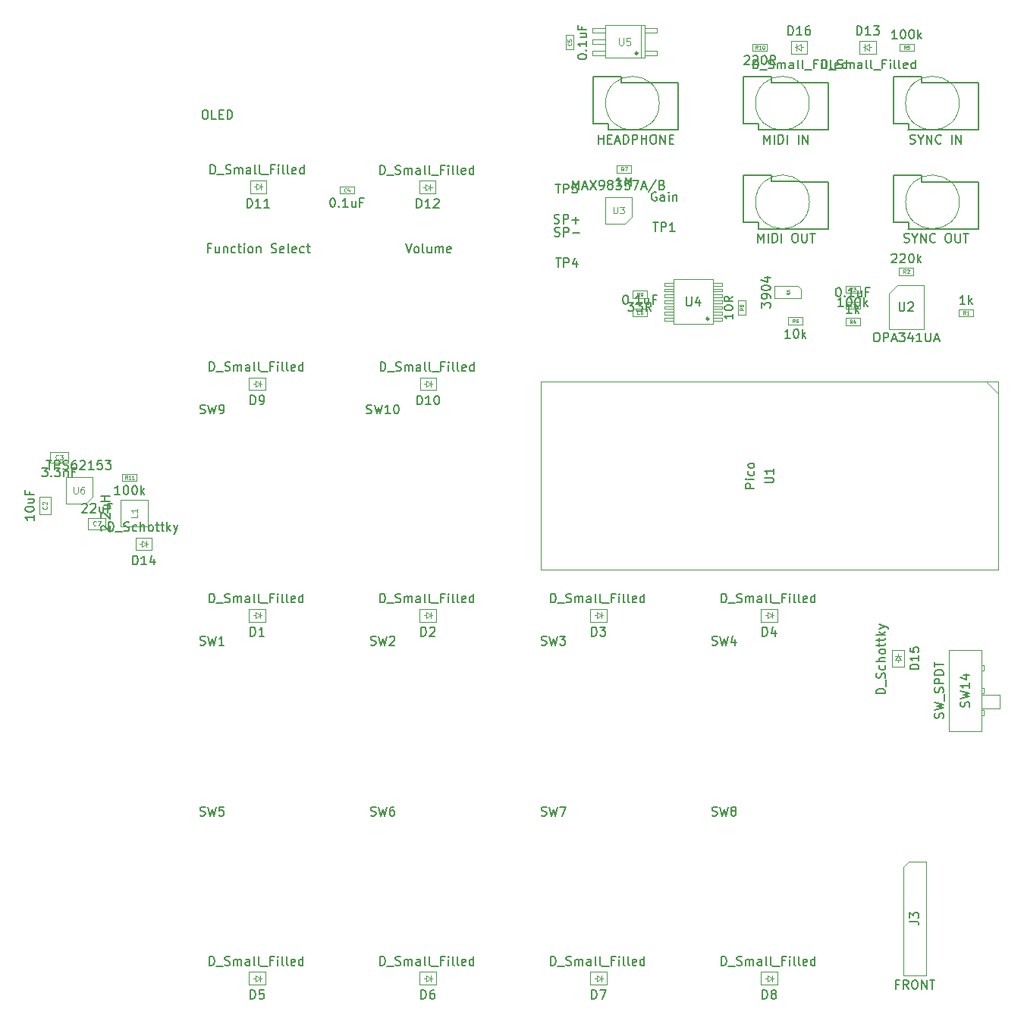
<source format=gbr>
%TF.GenerationSoftware,KiCad,Pcbnew,7.0.2*%
%TF.CreationDate,2023-07-23T02:14:46-06:00*%
%TF.ProjectId,dc31,64633331-2e6b-4696-9361-645f70636258,1.1*%
%TF.SameCoordinates,Original*%
%TF.FileFunction,AssemblyDrawing,Top*%
%FSLAX46Y46*%
G04 Gerber Fmt 4.6, Leading zero omitted, Abs format (unit mm)*
G04 Created by KiCad (PCBNEW 7.0.2) date 2023-07-23 02:14:46*
%MOMM*%
%LPD*%
G01*
G04 APERTURE LIST*
%ADD10C,0.100000*%
%ADD11C,0.150000*%
%ADD12C,0.060000*%
%ADD13C,0.080000*%
%ADD14C,0.120000*%
%ADD15C,0.050000*%
%ADD16C,0.105000*%
%ADD17C,0.110000*%
%ADD18C,0.127000*%
%ADD19C,0.250000*%
G04 APERTURE END LIST*
D10*
X168580000Y-51210000D02*
G75*
G03*
X168580000Y-51210000I-3000000J0D01*
G01*
X185320000Y-51210000D02*
G75*
G03*
X185320000Y-51210000I-3000000J0D01*
G01*
X185330000Y-62220000D02*
G75*
G03*
X185330000Y-62220000I-3000000J0D01*
G01*
X202070000Y-62230000D02*
G75*
G03*
X202070000Y-62230000I-3000000J0D01*
G01*
X202060000Y-51200000D02*
G75*
G03*
X202060000Y-51200000I-3000000J0D01*
G01*
D11*
%TO.C,J8*%
X161766419Y-55736619D02*
X161766419Y-54736619D01*
X161766419Y-55212809D02*
X162337847Y-55212809D01*
X162337847Y-55736619D02*
X162337847Y-54736619D01*
X162814038Y-55212809D02*
X163147371Y-55212809D01*
X163290228Y-55736619D02*
X162814038Y-55736619D01*
X162814038Y-55736619D02*
X162814038Y-54736619D01*
X162814038Y-54736619D02*
X163290228Y-54736619D01*
X163671181Y-55450904D02*
X164147371Y-55450904D01*
X163575943Y-55736619D02*
X163909276Y-54736619D01*
X163909276Y-54736619D02*
X164242609Y-55736619D01*
X164575943Y-55736619D02*
X164575943Y-54736619D01*
X164575943Y-54736619D02*
X164814038Y-54736619D01*
X164814038Y-54736619D02*
X164956895Y-54784238D01*
X164956895Y-54784238D02*
X165052133Y-54879476D01*
X165052133Y-54879476D02*
X165099752Y-54974714D01*
X165099752Y-54974714D02*
X165147371Y-55165190D01*
X165147371Y-55165190D02*
X165147371Y-55308047D01*
X165147371Y-55308047D02*
X165099752Y-55498523D01*
X165099752Y-55498523D02*
X165052133Y-55593761D01*
X165052133Y-55593761D02*
X164956895Y-55689000D01*
X164956895Y-55689000D02*
X164814038Y-55736619D01*
X164814038Y-55736619D02*
X164575943Y-55736619D01*
X165575943Y-55736619D02*
X165575943Y-54736619D01*
X165575943Y-54736619D02*
X165956895Y-54736619D01*
X165956895Y-54736619D02*
X166052133Y-54784238D01*
X166052133Y-54784238D02*
X166099752Y-54831857D01*
X166099752Y-54831857D02*
X166147371Y-54927095D01*
X166147371Y-54927095D02*
X166147371Y-55069952D01*
X166147371Y-55069952D02*
X166099752Y-55165190D01*
X166099752Y-55165190D02*
X166052133Y-55212809D01*
X166052133Y-55212809D02*
X165956895Y-55260428D01*
X165956895Y-55260428D02*
X165575943Y-55260428D01*
X166575943Y-55736619D02*
X166575943Y-54736619D01*
X166575943Y-55212809D02*
X167147371Y-55212809D01*
X167147371Y-55736619D02*
X167147371Y-54736619D01*
X167814038Y-54736619D02*
X168004514Y-54736619D01*
X168004514Y-54736619D02*
X168099752Y-54784238D01*
X168099752Y-54784238D02*
X168194990Y-54879476D01*
X168194990Y-54879476D02*
X168242609Y-55069952D01*
X168242609Y-55069952D02*
X168242609Y-55403285D01*
X168242609Y-55403285D02*
X168194990Y-55593761D01*
X168194990Y-55593761D02*
X168099752Y-55689000D01*
X168099752Y-55689000D02*
X168004514Y-55736619D01*
X168004514Y-55736619D02*
X167814038Y-55736619D01*
X167814038Y-55736619D02*
X167718800Y-55689000D01*
X167718800Y-55689000D02*
X167623562Y-55593761D01*
X167623562Y-55593761D02*
X167575943Y-55403285D01*
X167575943Y-55403285D02*
X167575943Y-55069952D01*
X167575943Y-55069952D02*
X167623562Y-54879476D01*
X167623562Y-54879476D02*
X167718800Y-54784238D01*
X167718800Y-54784238D02*
X167814038Y-54736619D01*
X168671181Y-55736619D02*
X168671181Y-54736619D01*
X168671181Y-54736619D02*
X169242609Y-55736619D01*
X169242609Y-55736619D02*
X169242609Y-54736619D01*
X169718800Y-55212809D02*
X170052133Y-55212809D01*
X170194990Y-55736619D02*
X169718800Y-55736619D01*
X169718800Y-55736619D02*
X169718800Y-54736619D01*
X169718800Y-54736619D02*
X170194990Y-54736619D01*
%TO.C,J6*%
X179591953Y-66746619D02*
X179591953Y-65746619D01*
X179591953Y-65746619D02*
X179925286Y-66460904D01*
X179925286Y-66460904D02*
X180258619Y-65746619D01*
X180258619Y-65746619D02*
X180258619Y-66746619D01*
X180734810Y-66746619D02*
X180734810Y-65746619D01*
X181211000Y-66746619D02*
X181211000Y-65746619D01*
X181211000Y-65746619D02*
X181449095Y-65746619D01*
X181449095Y-65746619D02*
X181591952Y-65794238D01*
X181591952Y-65794238D02*
X181687190Y-65889476D01*
X181687190Y-65889476D02*
X181734809Y-65984714D01*
X181734809Y-65984714D02*
X181782428Y-66175190D01*
X181782428Y-66175190D02*
X181782428Y-66318047D01*
X181782428Y-66318047D02*
X181734809Y-66508523D01*
X181734809Y-66508523D02*
X181687190Y-66603761D01*
X181687190Y-66603761D02*
X181591952Y-66699000D01*
X181591952Y-66699000D02*
X181449095Y-66746619D01*
X181449095Y-66746619D02*
X181211000Y-66746619D01*
X182211000Y-66746619D02*
X182211000Y-65746619D01*
X183639571Y-65746619D02*
X183830047Y-65746619D01*
X183830047Y-65746619D02*
X183925285Y-65794238D01*
X183925285Y-65794238D02*
X184020523Y-65889476D01*
X184020523Y-65889476D02*
X184068142Y-66079952D01*
X184068142Y-66079952D02*
X184068142Y-66413285D01*
X184068142Y-66413285D02*
X184020523Y-66603761D01*
X184020523Y-66603761D02*
X183925285Y-66699000D01*
X183925285Y-66699000D02*
X183830047Y-66746619D01*
X183830047Y-66746619D02*
X183639571Y-66746619D01*
X183639571Y-66746619D02*
X183544333Y-66699000D01*
X183544333Y-66699000D02*
X183449095Y-66603761D01*
X183449095Y-66603761D02*
X183401476Y-66413285D01*
X183401476Y-66413285D02*
X183401476Y-66079952D01*
X183401476Y-66079952D02*
X183449095Y-65889476D01*
X183449095Y-65889476D02*
X183544333Y-65794238D01*
X183544333Y-65794238D02*
X183639571Y-65746619D01*
X184496714Y-65746619D02*
X184496714Y-66556142D01*
X184496714Y-66556142D02*
X184544333Y-66651380D01*
X184544333Y-66651380D02*
X184591952Y-66699000D01*
X184591952Y-66699000D02*
X184687190Y-66746619D01*
X184687190Y-66746619D02*
X184877666Y-66746619D01*
X184877666Y-66746619D02*
X184972904Y-66699000D01*
X184972904Y-66699000D02*
X185020523Y-66651380D01*
X185020523Y-66651380D02*
X185068142Y-66556142D01*
X185068142Y-66556142D02*
X185068142Y-65746619D01*
X185401476Y-65746619D02*
X185972904Y-65746619D01*
X185687190Y-66746619D02*
X185687190Y-65746619D01*
%TO.C,J5*%
X180248620Y-55736619D02*
X180248620Y-54736619D01*
X180248620Y-54736619D02*
X180581953Y-55450904D01*
X180581953Y-55450904D02*
X180915286Y-54736619D01*
X180915286Y-54736619D02*
X180915286Y-55736619D01*
X181391477Y-55736619D02*
X181391477Y-54736619D01*
X181867667Y-55736619D02*
X181867667Y-54736619D01*
X181867667Y-54736619D02*
X182105762Y-54736619D01*
X182105762Y-54736619D02*
X182248619Y-54784238D01*
X182248619Y-54784238D02*
X182343857Y-54879476D01*
X182343857Y-54879476D02*
X182391476Y-54974714D01*
X182391476Y-54974714D02*
X182439095Y-55165190D01*
X182439095Y-55165190D02*
X182439095Y-55308047D01*
X182439095Y-55308047D02*
X182391476Y-55498523D01*
X182391476Y-55498523D02*
X182343857Y-55593761D01*
X182343857Y-55593761D02*
X182248619Y-55689000D01*
X182248619Y-55689000D02*
X182105762Y-55736619D01*
X182105762Y-55736619D02*
X181867667Y-55736619D01*
X182867667Y-55736619D02*
X182867667Y-54736619D01*
X184105762Y-55736619D02*
X184105762Y-54736619D01*
X184581952Y-55736619D02*
X184581952Y-54736619D01*
X184581952Y-54736619D02*
X185153380Y-55736619D01*
X185153380Y-55736619D02*
X185153380Y-54736619D01*
%TO.C,J4*%
X196564153Y-55689000D02*
X196707010Y-55736619D01*
X196707010Y-55736619D02*
X196945105Y-55736619D01*
X196945105Y-55736619D02*
X197040343Y-55689000D01*
X197040343Y-55689000D02*
X197087962Y-55641380D01*
X197087962Y-55641380D02*
X197135581Y-55546142D01*
X197135581Y-55546142D02*
X197135581Y-55450904D01*
X197135581Y-55450904D02*
X197087962Y-55355666D01*
X197087962Y-55355666D02*
X197040343Y-55308047D01*
X197040343Y-55308047D02*
X196945105Y-55260428D01*
X196945105Y-55260428D02*
X196754629Y-55212809D01*
X196754629Y-55212809D02*
X196659391Y-55165190D01*
X196659391Y-55165190D02*
X196611772Y-55117571D01*
X196611772Y-55117571D02*
X196564153Y-55022333D01*
X196564153Y-55022333D02*
X196564153Y-54927095D01*
X196564153Y-54927095D02*
X196611772Y-54831857D01*
X196611772Y-54831857D02*
X196659391Y-54784238D01*
X196659391Y-54784238D02*
X196754629Y-54736619D01*
X196754629Y-54736619D02*
X196992724Y-54736619D01*
X196992724Y-54736619D02*
X197135581Y-54784238D01*
X197754629Y-55260428D02*
X197754629Y-55736619D01*
X197421296Y-54736619D02*
X197754629Y-55260428D01*
X197754629Y-55260428D02*
X198087962Y-54736619D01*
X198421296Y-55736619D02*
X198421296Y-54736619D01*
X198421296Y-54736619D02*
X198992724Y-55736619D01*
X198992724Y-55736619D02*
X198992724Y-54736619D01*
X200040343Y-55641380D02*
X199992724Y-55689000D01*
X199992724Y-55689000D02*
X199849867Y-55736619D01*
X199849867Y-55736619D02*
X199754629Y-55736619D01*
X199754629Y-55736619D02*
X199611772Y-55689000D01*
X199611772Y-55689000D02*
X199516534Y-55593761D01*
X199516534Y-55593761D02*
X199468915Y-55498523D01*
X199468915Y-55498523D02*
X199421296Y-55308047D01*
X199421296Y-55308047D02*
X199421296Y-55165190D01*
X199421296Y-55165190D02*
X199468915Y-54974714D01*
X199468915Y-54974714D02*
X199516534Y-54879476D01*
X199516534Y-54879476D02*
X199611772Y-54784238D01*
X199611772Y-54784238D02*
X199754629Y-54736619D01*
X199754629Y-54736619D02*
X199849867Y-54736619D01*
X199849867Y-54736619D02*
X199992724Y-54784238D01*
X199992724Y-54784238D02*
X200040343Y-54831857D01*
X201230820Y-55736619D02*
X201230820Y-54736619D01*
X201707010Y-55736619D02*
X201707010Y-54736619D01*
X201707010Y-54736619D02*
X202278438Y-55736619D01*
X202278438Y-55736619D02*
X202278438Y-54736619D01*
%TO.C,J2*%
X195897486Y-66709000D02*
X196040343Y-66756619D01*
X196040343Y-66756619D02*
X196278438Y-66756619D01*
X196278438Y-66756619D02*
X196373676Y-66709000D01*
X196373676Y-66709000D02*
X196421295Y-66661380D01*
X196421295Y-66661380D02*
X196468914Y-66566142D01*
X196468914Y-66566142D02*
X196468914Y-66470904D01*
X196468914Y-66470904D02*
X196421295Y-66375666D01*
X196421295Y-66375666D02*
X196373676Y-66328047D01*
X196373676Y-66328047D02*
X196278438Y-66280428D01*
X196278438Y-66280428D02*
X196087962Y-66232809D01*
X196087962Y-66232809D02*
X195992724Y-66185190D01*
X195992724Y-66185190D02*
X195945105Y-66137571D01*
X195945105Y-66137571D02*
X195897486Y-66042333D01*
X195897486Y-66042333D02*
X195897486Y-65947095D01*
X195897486Y-65947095D02*
X195945105Y-65851857D01*
X195945105Y-65851857D02*
X195992724Y-65804238D01*
X195992724Y-65804238D02*
X196087962Y-65756619D01*
X196087962Y-65756619D02*
X196326057Y-65756619D01*
X196326057Y-65756619D02*
X196468914Y-65804238D01*
X197087962Y-66280428D02*
X197087962Y-66756619D01*
X196754629Y-65756619D02*
X197087962Y-66280428D01*
X197087962Y-66280428D02*
X197421295Y-65756619D01*
X197754629Y-66756619D02*
X197754629Y-65756619D01*
X197754629Y-65756619D02*
X198326057Y-66756619D01*
X198326057Y-66756619D02*
X198326057Y-65756619D01*
X199373676Y-66661380D02*
X199326057Y-66709000D01*
X199326057Y-66709000D02*
X199183200Y-66756619D01*
X199183200Y-66756619D02*
X199087962Y-66756619D01*
X199087962Y-66756619D02*
X198945105Y-66709000D01*
X198945105Y-66709000D02*
X198849867Y-66613761D01*
X198849867Y-66613761D02*
X198802248Y-66518523D01*
X198802248Y-66518523D02*
X198754629Y-66328047D01*
X198754629Y-66328047D02*
X198754629Y-66185190D01*
X198754629Y-66185190D02*
X198802248Y-65994714D01*
X198802248Y-65994714D02*
X198849867Y-65899476D01*
X198849867Y-65899476D02*
X198945105Y-65804238D01*
X198945105Y-65804238D02*
X199087962Y-65756619D01*
X199087962Y-65756619D02*
X199183200Y-65756619D01*
X199183200Y-65756619D02*
X199326057Y-65804238D01*
X199326057Y-65804238D02*
X199373676Y-65851857D01*
X200754629Y-65756619D02*
X200945105Y-65756619D01*
X200945105Y-65756619D02*
X201040343Y-65804238D01*
X201040343Y-65804238D02*
X201135581Y-65899476D01*
X201135581Y-65899476D02*
X201183200Y-66089952D01*
X201183200Y-66089952D02*
X201183200Y-66423285D01*
X201183200Y-66423285D02*
X201135581Y-66613761D01*
X201135581Y-66613761D02*
X201040343Y-66709000D01*
X201040343Y-66709000D02*
X200945105Y-66756619D01*
X200945105Y-66756619D02*
X200754629Y-66756619D01*
X200754629Y-66756619D02*
X200659391Y-66709000D01*
X200659391Y-66709000D02*
X200564153Y-66613761D01*
X200564153Y-66613761D02*
X200516534Y-66423285D01*
X200516534Y-66423285D02*
X200516534Y-66089952D01*
X200516534Y-66089952D02*
X200564153Y-65899476D01*
X200564153Y-65899476D02*
X200659391Y-65804238D01*
X200659391Y-65804238D02*
X200754629Y-65756619D01*
X201611772Y-65756619D02*
X201611772Y-66566142D01*
X201611772Y-66566142D02*
X201659391Y-66661380D01*
X201659391Y-66661380D02*
X201707010Y-66709000D01*
X201707010Y-66709000D02*
X201802248Y-66756619D01*
X201802248Y-66756619D02*
X201992724Y-66756619D01*
X201992724Y-66756619D02*
X202087962Y-66709000D01*
X202087962Y-66709000D02*
X202135581Y-66661380D01*
X202135581Y-66661380D02*
X202183200Y-66566142D01*
X202183200Y-66566142D02*
X202183200Y-65756619D01*
X202516534Y-65756619D02*
X203087962Y-65756619D01*
X202802248Y-66756619D02*
X202802248Y-65756619D01*
%TO.C,SW1*%
X117316667Y-111655000D02*
X117459524Y-111702619D01*
X117459524Y-111702619D02*
X117697619Y-111702619D01*
X117697619Y-111702619D02*
X117792857Y-111655000D01*
X117792857Y-111655000D02*
X117840476Y-111607380D01*
X117840476Y-111607380D02*
X117888095Y-111512142D01*
X117888095Y-111512142D02*
X117888095Y-111416904D01*
X117888095Y-111416904D02*
X117840476Y-111321666D01*
X117840476Y-111321666D02*
X117792857Y-111274047D01*
X117792857Y-111274047D02*
X117697619Y-111226428D01*
X117697619Y-111226428D02*
X117507143Y-111178809D01*
X117507143Y-111178809D02*
X117411905Y-111131190D01*
X117411905Y-111131190D02*
X117364286Y-111083571D01*
X117364286Y-111083571D02*
X117316667Y-110988333D01*
X117316667Y-110988333D02*
X117316667Y-110893095D01*
X117316667Y-110893095D02*
X117364286Y-110797857D01*
X117364286Y-110797857D02*
X117411905Y-110750238D01*
X117411905Y-110750238D02*
X117507143Y-110702619D01*
X117507143Y-110702619D02*
X117745238Y-110702619D01*
X117745238Y-110702619D02*
X117888095Y-110750238D01*
X118221429Y-110702619D02*
X118459524Y-111702619D01*
X118459524Y-111702619D02*
X118650000Y-110988333D01*
X118650000Y-110988333D02*
X118840476Y-111702619D01*
X118840476Y-111702619D02*
X119078572Y-110702619D01*
X119983333Y-111702619D02*
X119411905Y-111702619D01*
X119697619Y-111702619D02*
X119697619Y-110702619D01*
X119697619Y-110702619D02*
X119602381Y-110845476D01*
X119602381Y-110845476D02*
X119507143Y-110940714D01*
X119507143Y-110940714D02*
X119411905Y-110988333D01*
%TO.C,D11*%
X118473213Y-59102619D02*
X118473213Y-58102619D01*
X118473213Y-58102619D02*
X118711308Y-58102619D01*
X118711308Y-58102619D02*
X118854165Y-58150238D01*
X118854165Y-58150238D02*
X118949403Y-58245476D01*
X118949403Y-58245476D02*
X118997022Y-58340714D01*
X118997022Y-58340714D02*
X119044641Y-58531190D01*
X119044641Y-58531190D02*
X119044641Y-58674047D01*
X119044641Y-58674047D02*
X118997022Y-58864523D01*
X118997022Y-58864523D02*
X118949403Y-58959761D01*
X118949403Y-58959761D02*
X118854165Y-59055000D01*
X118854165Y-59055000D02*
X118711308Y-59102619D01*
X118711308Y-59102619D02*
X118473213Y-59102619D01*
X119235118Y-59197857D02*
X119997022Y-59197857D01*
X120187499Y-59055000D02*
X120330356Y-59102619D01*
X120330356Y-59102619D02*
X120568451Y-59102619D01*
X120568451Y-59102619D02*
X120663689Y-59055000D01*
X120663689Y-59055000D02*
X120711308Y-59007380D01*
X120711308Y-59007380D02*
X120758927Y-58912142D01*
X120758927Y-58912142D02*
X120758927Y-58816904D01*
X120758927Y-58816904D02*
X120711308Y-58721666D01*
X120711308Y-58721666D02*
X120663689Y-58674047D01*
X120663689Y-58674047D02*
X120568451Y-58626428D01*
X120568451Y-58626428D02*
X120377975Y-58578809D01*
X120377975Y-58578809D02*
X120282737Y-58531190D01*
X120282737Y-58531190D02*
X120235118Y-58483571D01*
X120235118Y-58483571D02*
X120187499Y-58388333D01*
X120187499Y-58388333D02*
X120187499Y-58293095D01*
X120187499Y-58293095D02*
X120235118Y-58197857D01*
X120235118Y-58197857D02*
X120282737Y-58150238D01*
X120282737Y-58150238D02*
X120377975Y-58102619D01*
X120377975Y-58102619D02*
X120616070Y-58102619D01*
X120616070Y-58102619D02*
X120758927Y-58150238D01*
X121187499Y-59102619D02*
X121187499Y-58435952D01*
X121187499Y-58531190D02*
X121235118Y-58483571D01*
X121235118Y-58483571D02*
X121330356Y-58435952D01*
X121330356Y-58435952D02*
X121473213Y-58435952D01*
X121473213Y-58435952D02*
X121568451Y-58483571D01*
X121568451Y-58483571D02*
X121616070Y-58578809D01*
X121616070Y-58578809D02*
X121616070Y-59102619D01*
X121616070Y-58578809D02*
X121663689Y-58483571D01*
X121663689Y-58483571D02*
X121758927Y-58435952D01*
X121758927Y-58435952D02*
X121901784Y-58435952D01*
X121901784Y-58435952D02*
X121997023Y-58483571D01*
X121997023Y-58483571D02*
X122044642Y-58578809D01*
X122044642Y-58578809D02*
X122044642Y-59102619D01*
X122949403Y-59102619D02*
X122949403Y-58578809D01*
X122949403Y-58578809D02*
X122901784Y-58483571D01*
X122901784Y-58483571D02*
X122806546Y-58435952D01*
X122806546Y-58435952D02*
X122616070Y-58435952D01*
X122616070Y-58435952D02*
X122520832Y-58483571D01*
X122949403Y-59055000D02*
X122854165Y-59102619D01*
X122854165Y-59102619D02*
X122616070Y-59102619D01*
X122616070Y-59102619D02*
X122520832Y-59055000D01*
X122520832Y-59055000D02*
X122473213Y-58959761D01*
X122473213Y-58959761D02*
X122473213Y-58864523D01*
X122473213Y-58864523D02*
X122520832Y-58769285D01*
X122520832Y-58769285D02*
X122616070Y-58721666D01*
X122616070Y-58721666D02*
X122854165Y-58721666D01*
X122854165Y-58721666D02*
X122949403Y-58674047D01*
X123568451Y-59102619D02*
X123473213Y-59055000D01*
X123473213Y-59055000D02*
X123425594Y-58959761D01*
X123425594Y-58959761D02*
X123425594Y-58102619D01*
X124092261Y-59102619D02*
X123997023Y-59055000D01*
X123997023Y-59055000D02*
X123949404Y-58959761D01*
X123949404Y-58959761D02*
X123949404Y-58102619D01*
X124235119Y-59197857D02*
X124997023Y-59197857D01*
X125568452Y-58578809D02*
X125235119Y-58578809D01*
X125235119Y-59102619D02*
X125235119Y-58102619D01*
X125235119Y-58102619D02*
X125711309Y-58102619D01*
X126092262Y-59102619D02*
X126092262Y-58435952D01*
X126092262Y-58102619D02*
X126044643Y-58150238D01*
X126044643Y-58150238D02*
X126092262Y-58197857D01*
X126092262Y-58197857D02*
X126139881Y-58150238D01*
X126139881Y-58150238D02*
X126092262Y-58102619D01*
X126092262Y-58102619D02*
X126092262Y-58197857D01*
X126711309Y-59102619D02*
X126616071Y-59055000D01*
X126616071Y-59055000D02*
X126568452Y-58959761D01*
X126568452Y-58959761D02*
X126568452Y-58102619D01*
X127235119Y-59102619D02*
X127139881Y-59055000D01*
X127139881Y-59055000D02*
X127092262Y-58959761D01*
X127092262Y-58959761D02*
X127092262Y-58102619D01*
X127997024Y-59055000D02*
X127901786Y-59102619D01*
X127901786Y-59102619D02*
X127711310Y-59102619D01*
X127711310Y-59102619D02*
X127616072Y-59055000D01*
X127616072Y-59055000D02*
X127568453Y-58959761D01*
X127568453Y-58959761D02*
X127568453Y-58578809D01*
X127568453Y-58578809D02*
X127616072Y-58483571D01*
X127616072Y-58483571D02*
X127711310Y-58435952D01*
X127711310Y-58435952D02*
X127901786Y-58435952D01*
X127901786Y-58435952D02*
X127997024Y-58483571D01*
X127997024Y-58483571D02*
X128044643Y-58578809D01*
X128044643Y-58578809D02*
X128044643Y-58674047D01*
X128044643Y-58674047D02*
X127568453Y-58769285D01*
X128901786Y-59102619D02*
X128901786Y-58102619D01*
X128901786Y-59055000D02*
X128806548Y-59102619D01*
X128806548Y-59102619D02*
X128616072Y-59102619D01*
X128616072Y-59102619D02*
X128520834Y-59055000D01*
X128520834Y-59055000D02*
X128473215Y-59007380D01*
X128473215Y-59007380D02*
X128425596Y-58912142D01*
X128425596Y-58912142D02*
X128425596Y-58626428D01*
X128425596Y-58626428D02*
X128473215Y-58531190D01*
X128473215Y-58531190D02*
X128520834Y-58483571D01*
X128520834Y-58483571D02*
X128616072Y-58435952D01*
X128616072Y-58435952D02*
X128806548Y-58435952D01*
X128806548Y-58435952D02*
X128901786Y-58483571D01*
X122573214Y-62852619D02*
X122573214Y-61852619D01*
X122573214Y-61852619D02*
X122811309Y-61852619D01*
X122811309Y-61852619D02*
X122954166Y-61900238D01*
X122954166Y-61900238D02*
X123049404Y-61995476D01*
X123049404Y-61995476D02*
X123097023Y-62090714D01*
X123097023Y-62090714D02*
X123144642Y-62281190D01*
X123144642Y-62281190D02*
X123144642Y-62424047D01*
X123144642Y-62424047D02*
X123097023Y-62614523D01*
X123097023Y-62614523D02*
X123049404Y-62709761D01*
X123049404Y-62709761D02*
X122954166Y-62805000D01*
X122954166Y-62805000D02*
X122811309Y-62852619D01*
X122811309Y-62852619D02*
X122573214Y-62852619D01*
X124097023Y-62852619D02*
X123525595Y-62852619D01*
X123811309Y-62852619D02*
X123811309Y-61852619D01*
X123811309Y-61852619D02*
X123716071Y-61995476D01*
X123716071Y-61995476D02*
X123620833Y-62090714D01*
X123620833Y-62090714D02*
X123525595Y-62138333D01*
X125049404Y-62852619D02*
X124477976Y-62852619D01*
X124763690Y-62852619D02*
X124763690Y-61852619D01*
X124763690Y-61852619D02*
X124668452Y-61995476D01*
X124668452Y-61995476D02*
X124573214Y-62090714D01*
X124573214Y-62090714D02*
X124477976Y-62138333D01*
%TO.C,R5*%
X195118571Y-44012619D02*
X194547143Y-44012619D01*
X194832857Y-44012619D02*
X194832857Y-43012619D01*
X194832857Y-43012619D02*
X194737619Y-43155476D01*
X194737619Y-43155476D02*
X194642381Y-43250714D01*
X194642381Y-43250714D02*
X194547143Y-43298333D01*
X195737619Y-43012619D02*
X195832857Y-43012619D01*
X195832857Y-43012619D02*
X195928095Y-43060238D01*
X195928095Y-43060238D02*
X195975714Y-43107857D01*
X195975714Y-43107857D02*
X196023333Y-43203095D01*
X196023333Y-43203095D02*
X196070952Y-43393571D01*
X196070952Y-43393571D02*
X196070952Y-43631666D01*
X196070952Y-43631666D02*
X196023333Y-43822142D01*
X196023333Y-43822142D02*
X195975714Y-43917380D01*
X195975714Y-43917380D02*
X195928095Y-43965000D01*
X195928095Y-43965000D02*
X195832857Y-44012619D01*
X195832857Y-44012619D02*
X195737619Y-44012619D01*
X195737619Y-44012619D02*
X195642381Y-43965000D01*
X195642381Y-43965000D02*
X195594762Y-43917380D01*
X195594762Y-43917380D02*
X195547143Y-43822142D01*
X195547143Y-43822142D02*
X195499524Y-43631666D01*
X195499524Y-43631666D02*
X195499524Y-43393571D01*
X195499524Y-43393571D02*
X195547143Y-43203095D01*
X195547143Y-43203095D02*
X195594762Y-43107857D01*
X195594762Y-43107857D02*
X195642381Y-43060238D01*
X195642381Y-43060238D02*
X195737619Y-43012619D01*
X196690000Y-43012619D02*
X196785238Y-43012619D01*
X196785238Y-43012619D02*
X196880476Y-43060238D01*
X196880476Y-43060238D02*
X196928095Y-43107857D01*
X196928095Y-43107857D02*
X196975714Y-43203095D01*
X196975714Y-43203095D02*
X197023333Y-43393571D01*
X197023333Y-43393571D02*
X197023333Y-43631666D01*
X197023333Y-43631666D02*
X196975714Y-43822142D01*
X196975714Y-43822142D02*
X196928095Y-43917380D01*
X196928095Y-43917380D02*
X196880476Y-43965000D01*
X196880476Y-43965000D02*
X196785238Y-44012619D01*
X196785238Y-44012619D02*
X196690000Y-44012619D01*
X196690000Y-44012619D02*
X196594762Y-43965000D01*
X196594762Y-43965000D02*
X196547143Y-43917380D01*
X196547143Y-43917380D02*
X196499524Y-43822142D01*
X196499524Y-43822142D02*
X196451905Y-43631666D01*
X196451905Y-43631666D02*
X196451905Y-43393571D01*
X196451905Y-43393571D02*
X196499524Y-43203095D01*
X196499524Y-43203095D02*
X196547143Y-43107857D01*
X196547143Y-43107857D02*
X196594762Y-43060238D01*
X196594762Y-43060238D02*
X196690000Y-43012619D01*
X197451905Y-44012619D02*
X197451905Y-43012619D01*
X197547143Y-43631666D02*
X197832857Y-44012619D01*
X197832857Y-43345952D02*
X197451905Y-43726904D01*
D12*
X196123333Y-45165047D02*
X195990000Y-44974571D01*
X195894762Y-45165047D02*
X195894762Y-44765047D01*
X195894762Y-44765047D02*
X196047143Y-44765047D01*
X196047143Y-44765047D02*
X196085238Y-44784095D01*
X196085238Y-44784095D02*
X196104285Y-44803142D01*
X196104285Y-44803142D02*
X196123333Y-44841238D01*
X196123333Y-44841238D02*
X196123333Y-44898380D01*
X196123333Y-44898380D02*
X196104285Y-44936476D01*
X196104285Y-44936476D02*
X196085238Y-44955523D01*
X196085238Y-44955523D02*
X196047143Y-44974571D01*
X196047143Y-44974571D02*
X195894762Y-44974571D01*
X196485238Y-44765047D02*
X196294762Y-44765047D01*
X196294762Y-44765047D02*
X196275714Y-44955523D01*
X196275714Y-44955523D02*
X196294762Y-44936476D01*
X196294762Y-44936476D02*
X196332857Y-44917428D01*
X196332857Y-44917428D02*
X196428095Y-44917428D01*
X196428095Y-44917428D02*
X196466190Y-44936476D01*
X196466190Y-44936476D02*
X196485238Y-44955523D01*
X196485238Y-44955523D02*
X196504285Y-44993619D01*
X196504285Y-44993619D02*
X196504285Y-45088857D01*
X196504285Y-45088857D02*
X196485238Y-45126952D01*
X196485238Y-45126952D02*
X196466190Y-45146000D01*
X196466190Y-45146000D02*
X196428095Y-45165047D01*
X196428095Y-45165047D02*
X196332857Y-45165047D01*
X196332857Y-45165047D02*
X196294762Y-45146000D01*
X196294762Y-45146000D02*
X196275714Y-45126952D01*
D11*
%TO.C,SW12*%
X140264762Y-66902619D02*
X140598095Y-67902619D01*
X140598095Y-67902619D02*
X140931428Y-66902619D01*
X141407619Y-67902619D02*
X141312381Y-67855000D01*
X141312381Y-67855000D02*
X141264762Y-67807380D01*
X141264762Y-67807380D02*
X141217143Y-67712142D01*
X141217143Y-67712142D02*
X141217143Y-67426428D01*
X141217143Y-67426428D02*
X141264762Y-67331190D01*
X141264762Y-67331190D02*
X141312381Y-67283571D01*
X141312381Y-67283571D02*
X141407619Y-67235952D01*
X141407619Y-67235952D02*
X141550476Y-67235952D01*
X141550476Y-67235952D02*
X141645714Y-67283571D01*
X141645714Y-67283571D02*
X141693333Y-67331190D01*
X141693333Y-67331190D02*
X141740952Y-67426428D01*
X141740952Y-67426428D02*
X141740952Y-67712142D01*
X141740952Y-67712142D02*
X141693333Y-67807380D01*
X141693333Y-67807380D02*
X141645714Y-67855000D01*
X141645714Y-67855000D02*
X141550476Y-67902619D01*
X141550476Y-67902619D02*
X141407619Y-67902619D01*
X142312381Y-67902619D02*
X142217143Y-67855000D01*
X142217143Y-67855000D02*
X142169524Y-67759761D01*
X142169524Y-67759761D02*
X142169524Y-66902619D01*
X143121905Y-67235952D02*
X143121905Y-67902619D01*
X142693334Y-67235952D02*
X142693334Y-67759761D01*
X142693334Y-67759761D02*
X142740953Y-67855000D01*
X142740953Y-67855000D02*
X142836191Y-67902619D01*
X142836191Y-67902619D02*
X142979048Y-67902619D01*
X142979048Y-67902619D02*
X143074286Y-67855000D01*
X143074286Y-67855000D02*
X143121905Y-67807380D01*
X143598096Y-67902619D02*
X143598096Y-67235952D01*
X143598096Y-67331190D02*
X143645715Y-67283571D01*
X143645715Y-67283571D02*
X143740953Y-67235952D01*
X143740953Y-67235952D02*
X143883810Y-67235952D01*
X143883810Y-67235952D02*
X143979048Y-67283571D01*
X143979048Y-67283571D02*
X144026667Y-67378809D01*
X144026667Y-67378809D02*
X144026667Y-67902619D01*
X144026667Y-67378809D02*
X144074286Y-67283571D01*
X144074286Y-67283571D02*
X144169524Y-67235952D01*
X144169524Y-67235952D02*
X144312381Y-67235952D01*
X144312381Y-67235952D02*
X144407620Y-67283571D01*
X144407620Y-67283571D02*
X144455239Y-67378809D01*
X144455239Y-67378809D02*
X144455239Y-67902619D01*
X145312381Y-67855000D02*
X145217143Y-67902619D01*
X145217143Y-67902619D02*
X145026667Y-67902619D01*
X145026667Y-67902619D02*
X144931429Y-67855000D01*
X144931429Y-67855000D02*
X144883810Y-67759761D01*
X144883810Y-67759761D02*
X144883810Y-67378809D01*
X144883810Y-67378809D02*
X144931429Y-67283571D01*
X144931429Y-67283571D02*
X145026667Y-67235952D01*
X145026667Y-67235952D02*
X145217143Y-67235952D01*
X145217143Y-67235952D02*
X145312381Y-67283571D01*
X145312381Y-67283571D02*
X145360000Y-67378809D01*
X145360000Y-67378809D02*
X145360000Y-67474047D01*
X145360000Y-67474047D02*
X144883810Y-67569285D01*
%TO.C,R11*%
X108378571Y-94882619D02*
X107807143Y-94882619D01*
X108092857Y-94882619D02*
X108092857Y-93882619D01*
X108092857Y-93882619D02*
X107997619Y-94025476D01*
X107997619Y-94025476D02*
X107902381Y-94120714D01*
X107902381Y-94120714D02*
X107807143Y-94168333D01*
X108997619Y-93882619D02*
X109092857Y-93882619D01*
X109092857Y-93882619D02*
X109188095Y-93930238D01*
X109188095Y-93930238D02*
X109235714Y-93977857D01*
X109235714Y-93977857D02*
X109283333Y-94073095D01*
X109283333Y-94073095D02*
X109330952Y-94263571D01*
X109330952Y-94263571D02*
X109330952Y-94501666D01*
X109330952Y-94501666D02*
X109283333Y-94692142D01*
X109283333Y-94692142D02*
X109235714Y-94787380D01*
X109235714Y-94787380D02*
X109188095Y-94835000D01*
X109188095Y-94835000D02*
X109092857Y-94882619D01*
X109092857Y-94882619D02*
X108997619Y-94882619D01*
X108997619Y-94882619D02*
X108902381Y-94835000D01*
X108902381Y-94835000D02*
X108854762Y-94787380D01*
X108854762Y-94787380D02*
X108807143Y-94692142D01*
X108807143Y-94692142D02*
X108759524Y-94501666D01*
X108759524Y-94501666D02*
X108759524Y-94263571D01*
X108759524Y-94263571D02*
X108807143Y-94073095D01*
X108807143Y-94073095D02*
X108854762Y-93977857D01*
X108854762Y-93977857D02*
X108902381Y-93930238D01*
X108902381Y-93930238D02*
X108997619Y-93882619D01*
X109950000Y-93882619D02*
X110045238Y-93882619D01*
X110045238Y-93882619D02*
X110140476Y-93930238D01*
X110140476Y-93930238D02*
X110188095Y-93977857D01*
X110188095Y-93977857D02*
X110235714Y-94073095D01*
X110235714Y-94073095D02*
X110283333Y-94263571D01*
X110283333Y-94263571D02*
X110283333Y-94501666D01*
X110283333Y-94501666D02*
X110235714Y-94692142D01*
X110235714Y-94692142D02*
X110188095Y-94787380D01*
X110188095Y-94787380D02*
X110140476Y-94835000D01*
X110140476Y-94835000D02*
X110045238Y-94882619D01*
X110045238Y-94882619D02*
X109950000Y-94882619D01*
X109950000Y-94882619D02*
X109854762Y-94835000D01*
X109854762Y-94835000D02*
X109807143Y-94787380D01*
X109807143Y-94787380D02*
X109759524Y-94692142D01*
X109759524Y-94692142D02*
X109711905Y-94501666D01*
X109711905Y-94501666D02*
X109711905Y-94263571D01*
X109711905Y-94263571D02*
X109759524Y-94073095D01*
X109759524Y-94073095D02*
X109807143Y-93977857D01*
X109807143Y-93977857D02*
X109854762Y-93930238D01*
X109854762Y-93930238D02*
X109950000Y-93882619D01*
X110711905Y-94882619D02*
X110711905Y-93882619D01*
X110807143Y-94501666D02*
X111092857Y-94882619D01*
X111092857Y-94215952D02*
X110711905Y-94596904D01*
D12*
X109192857Y-93175047D02*
X109059524Y-92984571D01*
X108964286Y-93175047D02*
X108964286Y-92775047D01*
X108964286Y-92775047D02*
X109116667Y-92775047D01*
X109116667Y-92775047D02*
X109154762Y-92794095D01*
X109154762Y-92794095D02*
X109173809Y-92813142D01*
X109173809Y-92813142D02*
X109192857Y-92851238D01*
X109192857Y-92851238D02*
X109192857Y-92908380D01*
X109192857Y-92908380D02*
X109173809Y-92946476D01*
X109173809Y-92946476D02*
X109154762Y-92965523D01*
X109154762Y-92965523D02*
X109116667Y-92984571D01*
X109116667Y-92984571D02*
X108964286Y-92984571D01*
X109573809Y-93175047D02*
X109345238Y-93175047D01*
X109459524Y-93175047D02*
X109459524Y-92775047D01*
X109459524Y-92775047D02*
X109421428Y-92832190D01*
X109421428Y-92832190D02*
X109383333Y-92870285D01*
X109383333Y-92870285D02*
X109345238Y-92889333D01*
X109954761Y-93175047D02*
X109726190Y-93175047D01*
X109840476Y-93175047D02*
X109840476Y-92775047D01*
X109840476Y-92775047D02*
X109802380Y-92832190D01*
X109802380Y-92832190D02*
X109764285Y-92870285D01*
X109764285Y-92870285D02*
X109726190Y-92889333D01*
D11*
%TO.C,C3*%
X99661429Y-91892619D02*
X100280476Y-91892619D01*
X100280476Y-91892619D02*
X99947143Y-92273571D01*
X99947143Y-92273571D02*
X100090000Y-92273571D01*
X100090000Y-92273571D02*
X100185238Y-92321190D01*
X100185238Y-92321190D02*
X100232857Y-92368809D01*
X100232857Y-92368809D02*
X100280476Y-92464047D01*
X100280476Y-92464047D02*
X100280476Y-92702142D01*
X100280476Y-92702142D02*
X100232857Y-92797380D01*
X100232857Y-92797380D02*
X100185238Y-92845000D01*
X100185238Y-92845000D02*
X100090000Y-92892619D01*
X100090000Y-92892619D02*
X99804286Y-92892619D01*
X99804286Y-92892619D02*
X99709048Y-92845000D01*
X99709048Y-92845000D02*
X99661429Y-92797380D01*
X100709048Y-92797380D02*
X100756667Y-92845000D01*
X100756667Y-92845000D02*
X100709048Y-92892619D01*
X100709048Y-92892619D02*
X100661429Y-92845000D01*
X100661429Y-92845000D02*
X100709048Y-92797380D01*
X100709048Y-92797380D02*
X100709048Y-92892619D01*
X101090000Y-91892619D02*
X101709047Y-91892619D01*
X101709047Y-91892619D02*
X101375714Y-92273571D01*
X101375714Y-92273571D02*
X101518571Y-92273571D01*
X101518571Y-92273571D02*
X101613809Y-92321190D01*
X101613809Y-92321190D02*
X101661428Y-92368809D01*
X101661428Y-92368809D02*
X101709047Y-92464047D01*
X101709047Y-92464047D02*
X101709047Y-92702142D01*
X101709047Y-92702142D02*
X101661428Y-92797380D01*
X101661428Y-92797380D02*
X101613809Y-92845000D01*
X101613809Y-92845000D02*
X101518571Y-92892619D01*
X101518571Y-92892619D02*
X101232857Y-92892619D01*
X101232857Y-92892619D02*
X101137619Y-92845000D01*
X101137619Y-92845000D02*
X101090000Y-92797380D01*
X102137619Y-92225952D02*
X102137619Y-92892619D01*
X102137619Y-92321190D02*
X102185238Y-92273571D01*
X102185238Y-92273571D02*
X102280476Y-92225952D01*
X102280476Y-92225952D02*
X102423333Y-92225952D01*
X102423333Y-92225952D02*
X102518571Y-92273571D01*
X102518571Y-92273571D02*
X102566190Y-92368809D01*
X102566190Y-92368809D02*
X102566190Y-92892619D01*
X103375714Y-92368809D02*
X103042381Y-92368809D01*
X103042381Y-92892619D02*
X103042381Y-91892619D01*
X103042381Y-91892619D02*
X103518571Y-91892619D01*
D13*
X101506666Y-90933690D02*
X101482857Y-90957500D01*
X101482857Y-90957500D02*
X101411428Y-90981309D01*
X101411428Y-90981309D02*
X101363809Y-90981309D01*
X101363809Y-90981309D02*
X101292381Y-90957500D01*
X101292381Y-90957500D02*
X101244762Y-90909880D01*
X101244762Y-90909880D02*
X101220952Y-90862261D01*
X101220952Y-90862261D02*
X101197143Y-90767023D01*
X101197143Y-90767023D02*
X101197143Y-90695595D01*
X101197143Y-90695595D02*
X101220952Y-90600357D01*
X101220952Y-90600357D02*
X101244762Y-90552738D01*
X101244762Y-90552738D02*
X101292381Y-90505119D01*
X101292381Y-90505119D02*
X101363809Y-90481309D01*
X101363809Y-90481309D02*
X101411428Y-90481309D01*
X101411428Y-90481309D02*
X101482857Y-90505119D01*
X101482857Y-90505119D02*
X101506666Y-90528928D01*
X101673333Y-90481309D02*
X101982857Y-90481309D01*
X101982857Y-90481309D02*
X101816190Y-90671785D01*
X101816190Y-90671785D02*
X101887619Y-90671785D01*
X101887619Y-90671785D02*
X101935238Y-90695595D01*
X101935238Y-90695595D02*
X101959047Y-90719404D01*
X101959047Y-90719404D02*
X101982857Y-90767023D01*
X101982857Y-90767023D02*
X101982857Y-90886071D01*
X101982857Y-90886071D02*
X101959047Y-90933690D01*
X101959047Y-90933690D02*
X101935238Y-90957500D01*
X101935238Y-90957500D02*
X101887619Y-90981309D01*
X101887619Y-90981309D02*
X101744762Y-90981309D01*
X101744762Y-90981309D02*
X101697143Y-90957500D01*
X101697143Y-90957500D02*
X101673333Y-90933690D01*
D11*
%TO.C,D2*%
X137423213Y-106942619D02*
X137423213Y-105942619D01*
X137423213Y-105942619D02*
X137661308Y-105942619D01*
X137661308Y-105942619D02*
X137804165Y-105990238D01*
X137804165Y-105990238D02*
X137899403Y-106085476D01*
X137899403Y-106085476D02*
X137947022Y-106180714D01*
X137947022Y-106180714D02*
X137994641Y-106371190D01*
X137994641Y-106371190D02*
X137994641Y-106514047D01*
X137994641Y-106514047D02*
X137947022Y-106704523D01*
X137947022Y-106704523D02*
X137899403Y-106799761D01*
X137899403Y-106799761D02*
X137804165Y-106895000D01*
X137804165Y-106895000D02*
X137661308Y-106942619D01*
X137661308Y-106942619D02*
X137423213Y-106942619D01*
X138185118Y-107037857D02*
X138947022Y-107037857D01*
X139137499Y-106895000D02*
X139280356Y-106942619D01*
X139280356Y-106942619D02*
X139518451Y-106942619D01*
X139518451Y-106942619D02*
X139613689Y-106895000D01*
X139613689Y-106895000D02*
X139661308Y-106847380D01*
X139661308Y-106847380D02*
X139708927Y-106752142D01*
X139708927Y-106752142D02*
X139708927Y-106656904D01*
X139708927Y-106656904D02*
X139661308Y-106561666D01*
X139661308Y-106561666D02*
X139613689Y-106514047D01*
X139613689Y-106514047D02*
X139518451Y-106466428D01*
X139518451Y-106466428D02*
X139327975Y-106418809D01*
X139327975Y-106418809D02*
X139232737Y-106371190D01*
X139232737Y-106371190D02*
X139185118Y-106323571D01*
X139185118Y-106323571D02*
X139137499Y-106228333D01*
X139137499Y-106228333D02*
X139137499Y-106133095D01*
X139137499Y-106133095D02*
X139185118Y-106037857D01*
X139185118Y-106037857D02*
X139232737Y-105990238D01*
X139232737Y-105990238D02*
X139327975Y-105942619D01*
X139327975Y-105942619D02*
X139566070Y-105942619D01*
X139566070Y-105942619D02*
X139708927Y-105990238D01*
X140137499Y-106942619D02*
X140137499Y-106275952D01*
X140137499Y-106371190D02*
X140185118Y-106323571D01*
X140185118Y-106323571D02*
X140280356Y-106275952D01*
X140280356Y-106275952D02*
X140423213Y-106275952D01*
X140423213Y-106275952D02*
X140518451Y-106323571D01*
X140518451Y-106323571D02*
X140566070Y-106418809D01*
X140566070Y-106418809D02*
X140566070Y-106942619D01*
X140566070Y-106418809D02*
X140613689Y-106323571D01*
X140613689Y-106323571D02*
X140708927Y-106275952D01*
X140708927Y-106275952D02*
X140851784Y-106275952D01*
X140851784Y-106275952D02*
X140947023Y-106323571D01*
X140947023Y-106323571D02*
X140994642Y-106418809D01*
X140994642Y-106418809D02*
X140994642Y-106942619D01*
X141899403Y-106942619D02*
X141899403Y-106418809D01*
X141899403Y-106418809D02*
X141851784Y-106323571D01*
X141851784Y-106323571D02*
X141756546Y-106275952D01*
X141756546Y-106275952D02*
X141566070Y-106275952D01*
X141566070Y-106275952D02*
X141470832Y-106323571D01*
X141899403Y-106895000D02*
X141804165Y-106942619D01*
X141804165Y-106942619D02*
X141566070Y-106942619D01*
X141566070Y-106942619D02*
X141470832Y-106895000D01*
X141470832Y-106895000D02*
X141423213Y-106799761D01*
X141423213Y-106799761D02*
X141423213Y-106704523D01*
X141423213Y-106704523D02*
X141470832Y-106609285D01*
X141470832Y-106609285D02*
X141566070Y-106561666D01*
X141566070Y-106561666D02*
X141804165Y-106561666D01*
X141804165Y-106561666D02*
X141899403Y-106514047D01*
X142518451Y-106942619D02*
X142423213Y-106895000D01*
X142423213Y-106895000D02*
X142375594Y-106799761D01*
X142375594Y-106799761D02*
X142375594Y-105942619D01*
X143042261Y-106942619D02*
X142947023Y-106895000D01*
X142947023Y-106895000D02*
X142899404Y-106799761D01*
X142899404Y-106799761D02*
X142899404Y-105942619D01*
X143185119Y-107037857D02*
X143947023Y-107037857D01*
X144518452Y-106418809D02*
X144185119Y-106418809D01*
X144185119Y-106942619D02*
X144185119Y-105942619D01*
X144185119Y-105942619D02*
X144661309Y-105942619D01*
X145042262Y-106942619D02*
X145042262Y-106275952D01*
X145042262Y-105942619D02*
X144994643Y-105990238D01*
X144994643Y-105990238D02*
X145042262Y-106037857D01*
X145042262Y-106037857D02*
X145089881Y-105990238D01*
X145089881Y-105990238D02*
X145042262Y-105942619D01*
X145042262Y-105942619D02*
X145042262Y-106037857D01*
X145661309Y-106942619D02*
X145566071Y-106895000D01*
X145566071Y-106895000D02*
X145518452Y-106799761D01*
X145518452Y-106799761D02*
X145518452Y-105942619D01*
X146185119Y-106942619D02*
X146089881Y-106895000D01*
X146089881Y-106895000D02*
X146042262Y-106799761D01*
X146042262Y-106799761D02*
X146042262Y-105942619D01*
X146947024Y-106895000D02*
X146851786Y-106942619D01*
X146851786Y-106942619D02*
X146661310Y-106942619D01*
X146661310Y-106942619D02*
X146566072Y-106895000D01*
X146566072Y-106895000D02*
X146518453Y-106799761D01*
X146518453Y-106799761D02*
X146518453Y-106418809D01*
X146518453Y-106418809D02*
X146566072Y-106323571D01*
X146566072Y-106323571D02*
X146661310Y-106275952D01*
X146661310Y-106275952D02*
X146851786Y-106275952D01*
X146851786Y-106275952D02*
X146947024Y-106323571D01*
X146947024Y-106323571D02*
X146994643Y-106418809D01*
X146994643Y-106418809D02*
X146994643Y-106514047D01*
X146994643Y-106514047D02*
X146518453Y-106609285D01*
X147851786Y-106942619D02*
X147851786Y-105942619D01*
X147851786Y-106895000D02*
X147756548Y-106942619D01*
X147756548Y-106942619D02*
X147566072Y-106942619D01*
X147566072Y-106942619D02*
X147470834Y-106895000D01*
X147470834Y-106895000D02*
X147423215Y-106847380D01*
X147423215Y-106847380D02*
X147375596Y-106752142D01*
X147375596Y-106752142D02*
X147375596Y-106466428D01*
X147375596Y-106466428D02*
X147423215Y-106371190D01*
X147423215Y-106371190D02*
X147470834Y-106323571D01*
X147470834Y-106323571D02*
X147566072Y-106275952D01*
X147566072Y-106275952D02*
X147756548Y-106275952D01*
X147756548Y-106275952D02*
X147851786Y-106323571D01*
X141999405Y-110692619D02*
X141999405Y-109692619D01*
X141999405Y-109692619D02*
X142237500Y-109692619D01*
X142237500Y-109692619D02*
X142380357Y-109740238D01*
X142380357Y-109740238D02*
X142475595Y-109835476D01*
X142475595Y-109835476D02*
X142523214Y-109930714D01*
X142523214Y-109930714D02*
X142570833Y-110121190D01*
X142570833Y-110121190D02*
X142570833Y-110264047D01*
X142570833Y-110264047D02*
X142523214Y-110454523D01*
X142523214Y-110454523D02*
X142475595Y-110549761D01*
X142475595Y-110549761D02*
X142380357Y-110645000D01*
X142380357Y-110645000D02*
X142237500Y-110692619D01*
X142237500Y-110692619D02*
X141999405Y-110692619D01*
X142951786Y-109787857D02*
X142999405Y-109740238D01*
X142999405Y-109740238D02*
X143094643Y-109692619D01*
X143094643Y-109692619D02*
X143332738Y-109692619D01*
X143332738Y-109692619D02*
X143427976Y-109740238D01*
X143427976Y-109740238D02*
X143475595Y-109787857D01*
X143475595Y-109787857D02*
X143523214Y-109883095D01*
X143523214Y-109883095D02*
X143523214Y-109978333D01*
X143523214Y-109978333D02*
X143475595Y-110121190D01*
X143475595Y-110121190D02*
X142904167Y-110692619D01*
X142904167Y-110692619D02*
X143523214Y-110692619D01*
%TO.C,J3*%
X195284285Y-149568409D02*
X194950952Y-149568409D01*
X194950952Y-150092219D02*
X194950952Y-149092219D01*
X194950952Y-149092219D02*
X195427142Y-149092219D01*
X196379523Y-150092219D02*
X196046190Y-149616028D01*
X195808095Y-150092219D02*
X195808095Y-149092219D01*
X195808095Y-149092219D02*
X196189047Y-149092219D01*
X196189047Y-149092219D02*
X196284285Y-149139838D01*
X196284285Y-149139838D02*
X196331904Y-149187457D01*
X196331904Y-149187457D02*
X196379523Y-149282695D01*
X196379523Y-149282695D02*
X196379523Y-149425552D01*
X196379523Y-149425552D02*
X196331904Y-149520790D01*
X196331904Y-149520790D02*
X196284285Y-149568409D01*
X196284285Y-149568409D02*
X196189047Y-149616028D01*
X196189047Y-149616028D02*
X195808095Y-149616028D01*
X196998571Y-149092219D02*
X197189047Y-149092219D01*
X197189047Y-149092219D02*
X197284285Y-149139838D01*
X197284285Y-149139838D02*
X197379523Y-149235076D01*
X197379523Y-149235076D02*
X197427142Y-149425552D01*
X197427142Y-149425552D02*
X197427142Y-149758885D01*
X197427142Y-149758885D02*
X197379523Y-149949361D01*
X197379523Y-149949361D02*
X197284285Y-150044600D01*
X197284285Y-150044600D02*
X197189047Y-150092219D01*
X197189047Y-150092219D02*
X196998571Y-150092219D01*
X196998571Y-150092219D02*
X196903333Y-150044600D01*
X196903333Y-150044600D02*
X196808095Y-149949361D01*
X196808095Y-149949361D02*
X196760476Y-149758885D01*
X196760476Y-149758885D02*
X196760476Y-149425552D01*
X196760476Y-149425552D02*
X196808095Y-149235076D01*
X196808095Y-149235076D02*
X196903333Y-149139838D01*
X196903333Y-149139838D02*
X196998571Y-149092219D01*
X197855714Y-150092219D02*
X197855714Y-149092219D01*
X197855714Y-149092219D02*
X198427142Y-150092219D01*
X198427142Y-150092219D02*
X198427142Y-149092219D01*
X198760476Y-149092219D02*
X199331904Y-149092219D01*
X199046190Y-150092219D02*
X199046190Y-149092219D01*
X196532619Y-142552933D02*
X197246904Y-142552933D01*
X197246904Y-142552933D02*
X197389761Y-142600552D01*
X197389761Y-142600552D02*
X197485000Y-142695790D01*
X197485000Y-142695790D02*
X197532619Y-142838647D01*
X197532619Y-142838647D02*
X197532619Y-142933885D01*
X196532619Y-142171980D02*
X196532619Y-141552933D01*
X196532619Y-141552933D02*
X196913571Y-141886266D01*
X196913571Y-141886266D02*
X196913571Y-141743409D01*
X196913571Y-141743409D02*
X196961190Y-141648171D01*
X196961190Y-141648171D02*
X197008809Y-141600552D01*
X197008809Y-141600552D02*
X197104047Y-141552933D01*
X197104047Y-141552933D02*
X197342142Y-141552933D01*
X197342142Y-141552933D02*
X197437380Y-141600552D01*
X197437380Y-141600552D02*
X197485000Y-141648171D01*
X197485000Y-141648171D02*
X197532619Y-141743409D01*
X197532619Y-141743409D02*
X197532619Y-142029123D01*
X197532619Y-142029123D02*
X197485000Y-142124361D01*
X197485000Y-142124361D02*
X197437380Y-142171980D01*
%TO.C,U1*%
X179173619Y-94190951D02*
X178173619Y-94190951D01*
X178173619Y-94190951D02*
X178173619Y-93809999D01*
X178173619Y-93809999D02*
X178221238Y-93714761D01*
X178221238Y-93714761D02*
X178268857Y-93667142D01*
X178268857Y-93667142D02*
X178364095Y-93619523D01*
X178364095Y-93619523D02*
X178506952Y-93619523D01*
X178506952Y-93619523D02*
X178602190Y-93667142D01*
X178602190Y-93667142D02*
X178649809Y-93714761D01*
X178649809Y-93714761D02*
X178697428Y-93809999D01*
X178697428Y-93809999D02*
X178697428Y-94190951D01*
X179173619Y-93190951D02*
X178506952Y-93190951D01*
X178173619Y-93190951D02*
X178221238Y-93238570D01*
X178221238Y-93238570D02*
X178268857Y-93190951D01*
X178268857Y-93190951D02*
X178221238Y-93143332D01*
X178221238Y-93143332D02*
X178173619Y-93190951D01*
X178173619Y-93190951D02*
X178268857Y-93190951D01*
X179126000Y-92286190D02*
X179173619Y-92381428D01*
X179173619Y-92381428D02*
X179173619Y-92571904D01*
X179173619Y-92571904D02*
X179126000Y-92667142D01*
X179126000Y-92667142D02*
X179078380Y-92714761D01*
X179078380Y-92714761D02*
X178983142Y-92762380D01*
X178983142Y-92762380D02*
X178697428Y-92762380D01*
X178697428Y-92762380D02*
X178602190Y-92714761D01*
X178602190Y-92714761D02*
X178554571Y-92667142D01*
X178554571Y-92667142D02*
X178506952Y-92571904D01*
X178506952Y-92571904D02*
X178506952Y-92381428D01*
X178506952Y-92381428D02*
X178554571Y-92286190D01*
X179173619Y-91714761D02*
X179126000Y-91809999D01*
X179126000Y-91809999D02*
X179078380Y-91857618D01*
X179078380Y-91857618D02*
X178983142Y-91905237D01*
X178983142Y-91905237D02*
X178697428Y-91905237D01*
X178697428Y-91905237D02*
X178602190Y-91857618D01*
X178602190Y-91857618D02*
X178554571Y-91809999D01*
X178554571Y-91809999D02*
X178506952Y-91714761D01*
X178506952Y-91714761D02*
X178506952Y-91571904D01*
X178506952Y-91571904D02*
X178554571Y-91476666D01*
X178554571Y-91476666D02*
X178602190Y-91429047D01*
X178602190Y-91429047D02*
X178697428Y-91381428D01*
X178697428Y-91381428D02*
X178983142Y-91381428D01*
X178983142Y-91381428D02*
X179078380Y-91429047D01*
X179078380Y-91429047D02*
X179126000Y-91476666D01*
X179126000Y-91476666D02*
X179173619Y-91571904D01*
X179173619Y-91571904D02*
X179173619Y-91714761D01*
X180332619Y-93571904D02*
X181142142Y-93571904D01*
X181142142Y-93571904D02*
X181237380Y-93524285D01*
X181237380Y-93524285D02*
X181285000Y-93476666D01*
X181285000Y-93476666D02*
X181332619Y-93381428D01*
X181332619Y-93381428D02*
X181332619Y-93190952D01*
X181332619Y-93190952D02*
X181285000Y-93095714D01*
X181285000Y-93095714D02*
X181237380Y-93048095D01*
X181237380Y-93048095D02*
X181142142Y-93000476D01*
X181142142Y-93000476D02*
X180332619Y-93000476D01*
X181332619Y-92000476D02*
X181332619Y-92571904D01*
X181332619Y-92286190D02*
X180332619Y-92286190D01*
X180332619Y-92286190D02*
X180475476Y-92381428D01*
X180475476Y-92381428D02*
X180570714Y-92476666D01*
X180570714Y-92476666D02*
X180618333Y-92571904D01*
%TO.C,D14*%
X107110475Y-98972619D02*
X107110475Y-97972619D01*
X107110475Y-97972619D02*
X107348570Y-97972619D01*
X107348570Y-97972619D02*
X107491427Y-98020238D01*
X107491427Y-98020238D02*
X107586665Y-98115476D01*
X107586665Y-98115476D02*
X107634284Y-98210714D01*
X107634284Y-98210714D02*
X107681903Y-98401190D01*
X107681903Y-98401190D02*
X107681903Y-98544047D01*
X107681903Y-98544047D02*
X107634284Y-98734523D01*
X107634284Y-98734523D02*
X107586665Y-98829761D01*
X107586665Y-98829761D02*
X107491427Y-98925000D01*
X107491427Y-98925000D02*
X107348570Y-98972619D01*
X107348570Y-98972619D02*
X107110475Y-98972619D01*
X107872380Y-99067857D02*
X108634284Y-99067857D01*
X108824761Y-98925000D02*
X108967618Y-98972619D01*
X108967618Y-98972619D02*
X109205713Y-98972619D01*
X109205713Y-98972619D02*
X109300951Y-98925000D01*
X109300951Y-98925000D02*
X109348570Y-98877380D01*
X109348570Y-98877380D02*
X109396189Y-98782142D01*
X109396189Y-98782142D02*
X109396189Y-98686904D01*
X109396189Y-98686904D02*
X109348570Y-98591666D01*
X109348570Y-98591666D02*
X109300951Y-98544047D01*
X109300951Y-98544047D02*
X109205713Y-98496428D01*
X109205713Y-98496428D02*
X109015237Y-98448809D01*
X109015237Y-98448809D02*
X108919999Y-98401190D01*
X108919999Y-98401190D02*
X108872380Y-98353571D01*
X108872380Y-98353571D02*
X108824761Y-98258333D01*
X108824761Y-98258333D02*
X108824761Y-98163095D01*
X108824761Y-98163095D02*
X108872380Y-98067857D01*
X108872380Y-98067857D02*
X108919999Y-98020238D01*
X108919999Y-98020238D02*
X109015237Y-97972619D01*
X109015237Y-97972619D02*
X109253332Y-97972619D01*
X109253332Y-97972619D02*
X109396189Y-98020238D01*
X110253332Y-98925000D02*
X110158094Y-98972619D01*
X110158094Y-98972619D02*
X109967618Y-98972619D01*
X109967618Y-98972619D02*
X109872380Y-98925000D01*
X109872380Y-98925000D02*
X109824761Y-98877380D01*
X109824761Y-98877380D02*
X109777142Y-98782142D01*
X109777142Y-98782142D02*
X109777142Y-98496428D01*
X109777142Y-98496428D02*
X109824761Y-98401190D01*
X109824761Y-98401190D02*
X109872380Y-98353571D01*
X109872380Y-98353571D02*
X109967618Y-98305952D01*
X109967618Y-98305952D02*
X110158094Y-98305952D01*
X110158094Y-98305952D02*
X110253332Y-98353571D01*
X110681904Y-98972619D02*
X110681904Y-97972619D01*
X111110475Y-98972619D02*
X111110475Y-98448809D01*
X111110475Y-98448809D02*
X111062856Y-98353571D01*
X111062856Y-98353571D02*
X110967618Y-98305952D01*
X110967618Y-98305952D02*
X110824761Y-98305952D01*
X110824761Y-98305952D02*
X110729523Y-98353571D01*
X110729523Y-98353571D02*
X110681904Y-98401190D01*
X111729523Y-98972619D02*
X111634285Y-98925000D01*
X111634285Y-98925000D02*
X111586666Y-98877380D01*
X111586666Y-98877380D02*
X111539047Y-98782142D01*
X111539047Y-98782142D02*
X111539047Y-98496428D01*
X111539047Y-98496428D02*
X111586666Y-98401190D01*
X111586666Y-98401190D02*
X111634285Y-98353571D01*
X111634285Y-98353571D02*
X111729523Y-98305952D01*
X111729523Y-98305952D02*
X111872380Y-98305952D01*
X111872380Y-98305952D02*
X111967618Y-98353571D01*
X111967618Y-98353571D02*
X112015237Y-98401190D01*
X112015237Y-98401190D02*
X112062856Y-98496428D01*
X112062856Y-98496428D02*
X112062856Y-98782142D01*
X112062856Y-98782142D02*
X112015237Y-98877380D01*
X112015237Y-98877380D02*
X111967618Y-98925000D01*
X111967618Y-98925000D02*
X111872380Y-98972619D01*
X111872380Y-98972619D02*
X111729523Y-98972619D01*
X112348571Y-98305952D02*
X112729523Y-98305952D01*
X112491428Y-97972619D02*
X112491428Y-98829761D01*
X112491428Y-98829761D02*
X112539047Y-98925000D01*
X112539047Y-98925000D02*
X112634285Y-98972619D01*
X112634285Y-98972619D02*
X112729523Y-98972619D01*
X112920000Y-98305952D02*
X113300952Y-98305952D01*
X113062857Y-97972619D02*
X113062857Y-98829761D01*
X113062857Y-98829761D02*
X113110476Y-98925000D01*
X113110476Y-98925000D02*
X113205714Y-98972619D01*
X113205714Y-98972619D02*
X113300952Y-98972619D01*
X113634286Y-98972619D02*
X113634286Y-97972619D01*
X113729524Y-98591666D02*
X114015238Y-98972619D01*
X114015238Y-98305952D02*
X113634286Y-98686904D01*
X114348572Y-98305952D02*
X114586667Y-98972619D01*
X114824762Y-98305952D02*
X114586667Y-98972619D01*
X114586667Y-98972619D02*
X114491429Y-99210714D01*
X114491429Y-99210714D02*
X114443810Y-99258333D01*
X114443810Y-99258333D02*
X114348572Y-99305952D01*
X109805714Y-102722619D02*
X109805714Y-101722619D01*
X109805714Y-101722619D02*
X110043809Y-101722619D01*
X110043809Y-101722619D02*
X110186666Y-101770238D01*
X110186666Y-101770238D02*
X110281904Y-101865476D01*
X110281904Y-101865476D02*
X110329523Y-101960714D01*
X110329523Y-101960714D02*
X110377142Y-102151190D01*
X110377142Y-102151190D02*
X110377142Y-102294047D01*
X110377142Y-102294047D02*
X110329523Y-102484523D01*
X110329523Y-102484523D02*
X110281904Y-102579761D01*
X110281904Y-102579761D02*
X110186666Y-102675000D01*
X110186666Y-102675000D02*
X110043809Y-102722619D01*
X110043809Y-102722619D02*
X109805714Y-102722619D01*
X111329523Y-102722619D02*
X110758095Y-102722619D01*
X111043809Y-102722619D02*
X111043809Y-101722619D01*
X111043809Y-101722619D02*
X110948571Y-101865476D01*
X110948571Y-101865476D02*
X110853333Y-101960714D01*
X110853333Y-101960714D02*
X110758095Y-102008333D01*
X112186666Y-102055952D02*
X112186666Y-102722619D01*
X111948571Y-101675000D02*
X111710476Y-102389285D01*
X111710476Y-102389285D02*
X112329523Y-102389285D01*
%TO.C,SW8*%
X174466667Y-130705000D02*
X174609524Y-130752619D01*
X174609524Y-130752619D02*
X174847619Y-130752619D01*
X174847619Y-130752619D02*
X174942857Y-130705000D01*
X174942857Y-130705000D02*
X174990476Y-130657380D01*
X174990476Y-130657380D02*
X175038095Y-130562142D01*
X175038095Y-130562142D02*
X175038095Y-130466904D01*
X175038095Y-130466904D02*
X174990476Y-130371666D01*
X174990476Y-130371666D02*
X174942857Y-130324047D01*
X174942857Y-130324047D02*
X174847619Y-130276428D01*
X174847619Y-130276428D02*
X174657143Y-130228809D01*
X174657143Y-130228809D02*
X174561905Y-130181190D01*
X174561905Y-130181190D02*
X174514286Y-130133571D01*
X174514286Y-130133571D02*
X174466667Y-130038333D01*
X174466667Y-130038333D02*
X174466667Y-129943095D01*
X174466667Y-129943095D02*
X174514286Y-129847857D01*
X174514286Y-129847857D02*
X174561905Y-129800238D01*
X174561905Y-129800238D02*
X174657143Y-129752619D01*
X174657143Y-129752619D02*
X174895238Y-129752619D01*
X174895238Y-129752619D02*
X175038095Y-129800238D01*
X175371429Y-129752619D02*
X175609524Y-130752619D01*
X175609524Y-130752619D02*
X175800000Y-130038333D01*
X175800000Y-130038333D02*
X175990476Y-130752619D01*
X175990476Y-130752619D02*
X176228572Y-129752619D01*
X176752381Y-130181190D02*
X176657143Y-130133571D01*
X176657143Y-130133571D02*
X176609524Y-130085952D01*
X176609524Y-130085952D02*
X176561905Y-129990714D01*
X176561905Y-129990714D02*
X176561905Y-129943095D01*
X176561905Y-129943095D02*
X176609524Y-129847857D01*
X176609524Y-129847857D02*
X176657143Y-129800238D01*
X176657143Y-129800238D02*
X176752381Y-129752619D01*
X176752381Y-129752619D02*
X176942857Y-129752619D01*
X176942857Y-129752619D02*
X177038095Y-129800238D01*
X177038095Y-129800238D02*
X177085714Y-129847857D01*
X177085714Y-129847857D02*
X177133333Y-129943095D01*
X177133333Y-129943095D02*
X177133333Y-129990714D01*
X177133333Y-129990714D02*
X177085714Y-130085952D01*
X177085714Y-130085952D02*
X177038095Y-130133571D01*
X177038095Y-130133571D02*
X176942857Y-130181190D01*
X176942857Y-130181190D02*
X176752381Y-130181190D01*
X176752381Y-130181190D02*
X176657143Y-130228809D01*
X176657143Y-130228809D02*
X176609524Y-130276428D01*
X176609524Y-130276428D02*
X176561905Y-130371666D01*
X176561905Y-130371666D02*
X176561905Y-130562142D01*
X176561905Y-130562142D02*
X176609524Y-130657380D01*
X176609524Y-130657380D02*
X176657143Y-130705000D01*
X176657143Y-130705000D02*
X176752381Y-130752619D01*
X176752381Y-130752619D02*
X176942857Y-130752619D01*
X176942857Y-130752619D02*
X177038095Y-130705000D01*
X177038095Y-130705000D02*
X177085714Y-130657380D01*
X177085714Y-130657380D02*
X177133333Y-130562142D01*
X177133333Y-130562142D02*
X177133333Y-130371666D01*
X177133333Y-130371666D02*
X177085714Y-130276428D01*
X177085714Y-130276428D02*
X177038095Y-130228809D01*
X177038095Y-130228809D02*
X176942857Y-130181190D01*
%TO.C,D4*%
X175523213Y-106942619D02*
X175523213Y-105942619D01*
X175523213Y-105942619D02*
X175761308Y-105942619D01*
X175761308Y-105942619D02*
X175904165Y-105990238D01*
X175904165Y-105990238D02*
X175999403Y-106085476D01*
X175999403Y-106085476D02*
X176047022Y-106180714D01*
X176047022Y-106180714D02*
X176094641Y-106371190D01*
X176094641Y-106371190D02*
X176094641Y-106514047D01*
X176094641Y-106514047D02*
X176047022Y-106704523D01*
X176047022Y-106704523D02*
X175999403Y-106799761D01*
X175999403Y-106799761D02*
X175904165Y-106895000D01*
X175904165Y-106895000D02*
X175761308Y-106942619D01*
X175761308Y-106942619D02*
X175523213Y-106942619D01*
X176285118Y-107037857D02*
X177047022Y-107037857D01*
X177237499Y-106895000D02*
X177380356Y-106942619D01*
X177380356Y-106942619D02*
X177618451Y-106942619D01*
X177618451Y-106942619D02*
X177713689Y-106895000D01*
X177713689Y-106895000D02*
X177761308Y-106847380D01*
X177761308Y-106847380D02*
X177808927Y-106752142D01*
X177808927Y-106752142D02*
X177808927Y-106656904D01*
X177808927Y-106656904D02*
X177761308Y-106561666D01*
X177761308Y-106561666D02*
X177713689Y-106514047D01*
X177713689Y-106514047D02*
X177618451Y-106466428D01*
X177618451Y-106466428D02*
X177427975Y-106418809D01*
X177427975Y-106418809D02*
X177332737Y-106371190D01*
X177332737Y-106371190D02*
X177285118Y-106323571D01*
X177285118Y-106323571D02*
X177237499Y-106228333D01*
X177237499Y-106228333D02*
X177237499Y-106133095D01*
X177237499Y-106133095D02*
X177285118Y-106037857D01*
X177285118Y-106037857D02*
X177332737Y-105990238D01*
X177332737Y-105990238D02*
X177427975Y-105942619D01*
X177427975Y-105942619D02*
X177666070Y-105942619D01*
X177666070Y-105942619D02*
X177808927Y-105990238D01*
X178237499Y-106942619D02*
X178237499Y-106275952D01*
X178237499Y-106371190D02*
X178285118Y-106323571D01*
X178285118Y-106323571D02*
X178380356Y-106275952D01*
X178380356Y-106275952D02*
X178523213Y-106275952D01*
X178523213Y-106275952D02*
X178618451Y-106323571D01*
X178618451Y-106323571D02*
X178666070Y-106418809D01*
X178666070Y-106418809D02*
X178666070Y-106942619D01*
X178666070Y-106418809D02*
X178713689Y-106323571D01*
X178713689Y-106323571D02*
X178808927Y-106275952D01*
X178808927Y-106275952D02*
X178951784Y-106275952D01*
X178951784Y-106275952D02*
X179047023Y-106323571D01*
X179047023Y-106323571D02*
X179094642Y-106418809D01*
X179094642Y-106418809D02*
X179094642Y-106942619D01*
X179999403Y-106942619D02*
X179999403Y-106418809D01*
X179999403Y-106418809D02*
X179951784Y-106323571D01*
X179951784Y-106323571D02*
X179856546Y-106275952D01*
X179856546Y-106275952D02*
X179666070Y-106275952D01*
X179666070Y-106275952D02*
X179570832Y-106323571D01*
X179999403Y-106895000D02*
X179904165Y-106942619D01*
X179904165Y-106942619D02*
X179666070Y-106942619D01*
X179666070Y-106942619D02*
X179570832Y-106895000D01*
X179570832Y-106895000D02*
X179523213Y-106799761D01*
X179523213Y-106799761D02*
X179523213Y-106704523D01*
X179523213Y-106704523D02*
X179570832Y-106609285D01*
X179570832Y-106609285D02*
X179666070Y-106561666D01*
X179666070Y-106561666D02*
X179904165Y-106561666D01*
X179904165Y-106561666D02*
X179999403Y-106514047D01*
X180618451Y-106942619D02*
X180523213Y-106895000D01*
X180523213Y-106895000D02*
X180475594Y-106799761D01*
X180475594Y-106799761D02*
X180475594Y-105942619D01*
X181142261Y-106942619D02*
X181047023Y-106895000D01*
X181047023Y-106895000D02*
X180999404Y-106799761D01*
X180999404Y-106799761D02*
X180999404Y-105942619D01*
X181285119Y-107037857D02*
X182047023Y-107037857D01*
X182618452Y-106418809D02*
X182285119Y-106418809D01*
X182285119Y-106942619D02*
X182285119Y-105942619D01*
X182285119Y-105942619D02*
X182761309Y-105942619D01*
X183142262Y-106942619D02*
X183142262Y-106275952D01*
X183142262Y-105942619D02*
X183094643Y-105990238D01*
X183094643Y-105990238D02*
X183142262Y-106037857D01*
X183142262Y-106037857D02*
X183189881Y-105990238D01*
X183189881Y-105990238D02*
X183142262Y-105942619D01*
X183142262Y-105942619D02*
X183142262Y-106037857D01*
X183761309Y-106942619D02*
X183666071Y-106895000D01*
X183666071Y-106895000D02*
X183618452Y-106799761D01*
X183618452Y-106799761D02*
X183618452Y-105942619D01*
X184285119Y-106942619D02*
X184189881Y-106895000D01*
X184189881Y-106895000D02*
X184142262Y-106799761D01*
X184142262Y-106799761D02*
X184142262Y-105942619D01*
X185047024Y-106895000D02*
X184951786Y-106942619D01*
X184951786Y-106942619D02*
X184761310Y-106942619D01*
X184761310Y-106942619D02*
X184666072Y-106895000D01*
X184666072Y-106895000D02*
X184618453Y-106799761D01*
X184618453Y-106799761D02*
X184618453Y-106418809D01*
X184618453Y-106418809D02*
X184666072Y-106323571D01*
X184666072Y-106323571D02*
X184761310Y-106275952D01*
X184761310Y-106275952D02*
X184951786Y-106275952D01*
X184951786Y-106275952D02*
X185047024Y-106323571D01*
X185047024Y-106323571D02*
X185094643Y-106418809D01*
X185094643Y-106418809D02*
X185094643Y-106514047D01*
X185094643Y-106514047D02*
X184618453Y-106609285D01*
X185951786Y-106942619D02*
X185951786Y-105942619D01*
X185951786Y-106895000D02*
X185856548Y-106942619D01*
X185856548Y-106942619D02*
X185666072Y-106942619D01*
X185666072Y-106942619D02*
X185570834Y-106895000D01*
X185570834Y-106895000D02*
X185523215Y-106847380D01*
X185523215Y-106847380D02*
X185475596Y-106752142D01*
X185475596Y-106752142D02*
X185475596Y-106466428D01*
X185475596Y-106466428D02*
X185523215Y-106371190D01*
X185523215Y-106371190D02*
X185570834Y-106323571D01*
X185570834Y-106323571D02*
X185666072Y-106275952D01*
X185666072Y-106275952D02*
X185856548Y-106275952D01*
X185856548Y-106275952D02*
X185951786Y-106323571D01*
X180099405Y-110692619D02*
X180099405Y-109692619D01*
X180099405Y-109692619D02*
X180337500Y-109692619D01*
X180337500Y-109692619D02*
X180480357Y-109740238D01*
X180480357Y-109740238D02*
X180575595Y-109835476D01*
X180575595Y-109835476D02*
X180623214Y-109930714D01*
X180623214Y-109930714D02*
X180670833Y-110121190D01*
X180670833Y-110121190D02*
X180670833Y-110264047D01*
X180670833Y-110264047D02*
X180623214Y-110454523D01*
X180623214Y-110454523D02*
X180575595Y-110549761D01*
X180575595Y-110549761D02*
X180480357Y-110645000D01*
X180480357Y-110645000D02*
X180337500Y-110692619D01*
X180337500Y-110692619D02*
X180099405Y-110692619D01*
X181527976Y-110025952D02*
X181527976Y-110692619D01*
X181289881Y-109645000D02*
X181051786Y-110359285D01*
X181051786Y-110359285D02*
X181670833Y-110359285D01*
D14*
%TO.C,U5*%
X164110476Y-43955095D02*
X164110476Y-44602714D01*
X164110476Y-44602714D02*
X164148571Y-44678904D01*
X164148571Y-44678904D02*
X164186666Y-44717000D01*
X164186666Y-44717000D02*
X164262857Y-44755095D01*
X164262857Y-44755095D02*
X164415238Y-44755095D01*
X164415238Y-44755095D02*
X164491428Y-44717000D01*
X164491428Y-44717000D02*
X164529523Y-44678904D01*
X164529523Y-44678904D02*
X164567619Y-44602714D01*
X164567619Y-44602714D02*
X164567619Y-43955095D01*
X165329523Y-43955095D02*
X164948571Y-43955095D01*
X164948571Y-43955095D02*
X164910475Y-44336047D01*
X164910475Y-44336047D02*
X164948571Y-44297952D01*
X164948571Y-44297952D02*
X165024761Y-44259857D01*
X165024761Y-44259857D02*
X165215237Y-44259857D01*
X165215237Y-44259857D02*
X165291428Y-44297952D01*
X165291428Y-44297952D02*
X165329523Y-44336047D01*
X165329523Y-44336047D02*
X165367618Y-44412238D01*
X165367618Y-44412238D02*
X165367618Y-44602714D01*
X165367618Y-44602714D02*
X165329523Y-44678904D01*
X165329523Y-44678904D02*
X165291428Y-44717000D01*
X165291428Y-44717000D02*
X165215237Y-44755095D01*
X165215237Y-44755095D02*
X165024761Y-44755095D01*
X165024761Y-44755095D02*
X164948571Y-44717000D01*
X164948571Y-44717000D02*
X164910475Y-44678904D01*
D11*
%TO.C,C5*%
X159462619Y-46062856D02*
X159462619Y-45967618D01*
X159462619Y-45967618D02*
X159510238Y-45872380D01*
X159510238Y-45872380D02*
X159557857Y-45824761D01*
X159557857Y-45824761D02*
X159653095Y-45777142D01*
X159653095Y-45777142D02*
X159843571Y-45729523D01*
X159843571Y-45729523D02*
X160081666Y-45729523D01*
X160081666Y-45729523D02*
X160272142Y-45777142D01*
X160272142Y-45777142D02*
X160367380Y-45824761D01*
X160367380Y-45824761D02*
X160415000Y-45872380D01*
X160415000Y-45872380D02*
X160462619Y-45967618D01*
X160462619Y-45967618D02*
X160462619Y-46062856D01*
X160462619Y-46062856D02*
X160415000Y-46158094D01*
X160415000Y-46158094D02*
X160367380Y-46205713D01*
X160367380Y-46205713D02*
X160272142Y-46253332D01*
X160272142Y-46253332D02*
X160081666Y-46300951D01*
X160081666Y-46300951D02*
X159843571Y-46300951D01*
X159843571Y-46300951D02*
X159653095Y-46253332D01*
X159653095Y-46253332D02*
X159557857Y-46205713D01*
X159557857Y-46205713D02*
X159510238Y-46158094D01*
X159510238Y-46158094D02*
X159462619Y-46062856D01*
X160367380Y-45300951D02*
X160415000Y-45253332D01*
X160415000Y-45253332D02*
X160462619Y-45300951D01*
X160462619Y-45300951D02*
X160415000Y-45348570D01*
X160415000Y-45348570D02*
X160367380Y-45300951D01*
X160367380Y-45300951D02*
X160462619Y-45300951D01*
X160462619Y-44300952D02*
X160462619Y-44872380D01*
X160462619Y-44586666D02*
X159462619Y-44586666D01*
X159462619Y-44586666D02*
X159605476Y-44681904D01*
X159605476Y-44681904D02*
X159700714Y-44777142D01*
X159700714Y-44777142D02*
X159748333Y-44872380D01*
X159795952Y-43443809D02*
X160462619Y-43443809D01*
X159795952Y-43872380D02*
X160319761Y-43872380D01*
X160319761Y-43872380D02*
X160415000Y-43824761D01*
X160415000Y-43824761D02*
X160462619Y-43729523D01*
X160462619Y-43729523D02*
X160462619Y-43586666D01*
X160462619Y-43586666D02*
X160415000Y-43491428D01*
X160415000Y-43491428D02*
X160367380Y-43443809D01*
X159938809Y-42634285D02*
X159938809Y-42967618D01*
X160462619Y-42967618D02*
X159462619Y-42967618D01*
X159462619Y-42967618D02*
X159462619Y-42491428D01*
D12*
X158716952Y-44486666D02*
X158736000Y-44505714D01*
X158736000Y-44505714D02*
X158755047Y-44562856D01*
X158755047Y-44562856D02*
X158755047Y-44600952D01*
X158755047Y-44600952D02*
X158736000Y-44658095D01*
X158736000Y-44658095D02*
X158697904Y-44696190D01*
X158697904Y-44696190D02*
X158659809Y-44715237D01*
X158659809Y-44715237D02*
X158583619Y-44734285D01*
X158583619Y-44734285D02*
X158526476Y-44734285D01*
X158526476Y-44734285D02*
X158450285Y-44715237D01*
X158450285Y-44715237D02*
X158412190Y-44696190D01*
X158412190Y-44696190D02*
X158374095Y-44658095D01*
X158374095Y-44658095D02*
X158355047Y-44600952D01*
X158355047Y-44600952D02*
X158355047Y-44562856D01*
X158355047Y-44562856D02*
X158374095Y-44505714D01*
X158374095Y-44505714D02*
X158393142Y-44486666D01*
X158355047Y-44124761D02*
X158355047Y-44315237D01*
X158355047Y-44315237D02*
X158545523Y-44334285D01*
X158545523Y-44334285D02*
X158526476Y-44315237D01*
X158526476Y-44315237D02*
X158507428Y-44277142D01*
X158507428Y-44277142D02*
X158507428Y-44181904D01*
X158507428Y-44181904D02*
X158526476Y-44143809D01*
X158526476Y-44143809D02*
X158545523Y-44124761D01*
X158545523Y-44124761D02*
X158583619Y-44105714D01*
X158583619Y-44105714D02*
X158678857Y-44105714D01*
X158678857Y-44105714D02*
X158716952Y-44124761D01*
X158716952Y-44124761D02*
X158736000Y-44143809D01*
X158736000Y-44143809D02*
X158755047Y-44181904D01*
X158755047Y-44181904D02*
X158755047Y-44277142D01*
X158755047Y-44277142D02*
X158736000Y-44315237D01*
X158736000Y-44315237D02*
X158716952Y-44334285D01*
D11*
%TO.C,R7*%
X164374285Y-60462619D02*
X163802857Y-60462619D01*
X164088571Y-60462619D02*
X164088571Y-59462619D01*
X164088571Y-59462619D02*
X163993333Y-59605476D01*
X163993333Y-59605476D02*
X163898095Y-59700714D01*
X163898095Y-59700714D02*
X163802857Y-59748333D01*
X164802857Y-60462619D02*
X164802857Y-59462619D01*
X164802857Y-59462619D02*
X165136190Y-60176904D01*
X165136190Y-60176904D02*
X165469523Y-59462619D01*
X165469523Y-59462619D02*
X165469523Y-60462619D01*
D12*
X164593333Y-58755047D02*
X164460000Y-58564571D01*
X164364762Y-58755047D02*
X164364762Y-58355047D01*
X164364762Y-58355047D02*
X164517143Y-58355047D01*
X164517143Y-58355047D02*
X164555238Y-58374095D01*
X164555238Y-58374095D02*
X164574285Y-58393142D01*
X164574285Y-58393142D02*
X164593333Y-58431238D01*
X164593333Y-58431238D02*
X164593333Y-58488380D01*
X164593333Y-58488380D02*
X164574285Y-58526476D01*
X164574285Y-58526476D02*
X164555238Y-58545523D01*
X164555238Y-58545523D02*
X164517143Y-58564571D01*
X164517143Y-58564571D02*
X164364762Y-58564571D01*
X164726666Y-58355047D02*
X164993333Y-58355047D01*
X164993333Y-58355047D02*
X164821904Y-58755047D01*
D11*
%TO.C,R2*%
X194507143Y-68107857D02*
X194554762Y-68060238D01*
X194554762Y-68060238D02*
X194650000Y-68012619D01*
X194650000Y-68012619D02*
X194888095Y-68012619D01*
X194888095Y-68012619D02*
X194983333Y-68060238D01*
X194983333Y-68060238D02*
X195030952Y-68107857D01*
X195030952Y-68107857D02*
X195078571Y-68203095D01*
X195078571Y-68203095D02*
X195078571Y-68298333D01*
X195078571Y-68298333D02*
X195030952Y-68441190D01*
X195030952Y-68441190D02*
X194459524Y-69012619D01*
X194459524Y-69012619D02*
X195078571Y-69012619D01*
X195459524Y-68107857D02*
X195507143Y-68060238D01*
X195507143Y-68060238D02*
X195602381Y-68012619D01*
X195602381Y-68012619D02*
X195840476Y-68012619D01*
X195840476Y-68012619D02*
X195935714Y-68060238D01*
X195935714Y-68060238D02*
X195983333Y-68107857D01*
X195983333Y-68107857D02*
X196030952Y-68203095D01*
X196030952Y-68203095D02*
X196030952Y-68298333D01*
X196030952Y-68298333D02*
X195983333Y-68441190D01*
X195983333Y-68441190D02*
X195411905Y-69012619D01*
X195411905Y-69012619D02*
X196030952Y-69012619D01*
X196650000Y-68012619D02*
X196745238Y-68012619D01*
X196745238Y-68012619D02*
X196840476Y-68060238D01*
X196840476Y-68060238D02*
X196888095Y-68107857D01*
X196888095Y-68107857D02*
X196935714Y-68203095D01*
X196935714Y-68203095D02*
X196983333Y-68393571D01*
X196983333Y-68393571D02*
X196983333Y-68631666D01*
X196983333Y-68631666D02*
X196935714Y-68822142D01*
X196935714Y-68822142D02*
X196888095Y-68917380D01*
X196888095Y-68917380D02*
X196840476Y-68965000D01*
X196840476Y-68965000D02*
X196745238Y-69012619D01*
X196745238Y-69012619D02*
X196650000Y-69012619D01*
X196650000Y-69012619D02*
X196554762Y-68965000D01*
X196554762Y-68965000D02*
X196507143Y-68917380D01*
X196507143Y-68917380D02*
X196459524Y-68822142D01*
X196459524Y-68822142D02*
X196411905Y-68631666D01*
X196411905Y-68631666D02*
X196411905Y-68393571D01*
X196411905Y-68393571D02*
X196459524Y-68203095D01*
X196459524Y-68203095D02*
X196507143Y-68107857D01*
X196507143Y-68107857D02*
X196554762Y-68060238D01*
X196554762Y-68060238D02*
X196650000Y-68012619D01*
X197411905Y-69012619D02*
X197411905Y-68012619D01*
X197507143Y-68631666D02*
X197792857Y-69012619D01*
X197792857Y-68345952D02*
X197411905Y-68726904D01*
D12*
X196083333Y-70165047D02*
X195950000Y-69974571D01*
X195854762Y-70165047D02*
X195854762Y-69765047D01*
X195854762Y-69765047D02*
X196007143Y-69765047D01*
X196007143Y-69765047D02*
X196045238Y-69784095D01*
X196045238Y-69784095D02*
X196064285Y-69803142D01*
X196064285Y-69803142D02*
X196083333Y-69841238D01*
X196083333Y-69841238D02*
X196083333Y-69898380D01*
X196083333Y-69898380D02*
X196064285Y-69936476D01*
X196064285Y-69936476D02*
X196045238Y-69955523D01*
X196045238Y-69955523D02*
X196007143Y-69974571D01*
X196007143Y-69974571D02*
X195854762Y-69974571D01*
X196235714Y-69803142D02*
X196254762Y-69784095D01*
X196254762Y-69784095D02*
X196292857Y-69765047D01*
X196292857Y-69765047D02*
X196388095Y-69765047D01*
X196388095Y-69765047D02*
X196426190Y-69784095D01*
X196426190Y-69784095D02*
X196445238Y-69803142D01*
X196445238Y-69803142D02*
X196464285Y-69841238D01*
X196464285Y-69841238D02*
X196464285Y-69879333D01*
X196464285Y-69879333D02*
X196445238Y-69936476D01*
X196445238Y-69936476D02*
X196216666Y-70165047D01*
X196216666Y-70165047D02*
X196464285Y-70165047D01*
D11*
%TO.C,Q1*%
X179982619Y-74051904D02*
X179982619Y-73432857D01*
X179982619Y-73432857D02*
X180363571Y-73766190D01*
X180363571Y-73766190D02*
X180363571Y-73623333D01*
X180363571Y-73623333D02*
X180411190Y-73528095D01*
X180411190Y-73528095D02*
X180458809Y-73480476D01*
X180458809Y-73480476D02*
X180554047Y-73432857D01*
X180554047Y-73432857D02*
X180792142Y-73432857D01*
X180792142Y-73432857D02*
X180887380Y-73480476D01*
X180887380Y-73480476D02*
X180935000Y-73528095D01*
X180935000Y-73528095D02*
X180982619Y-73623333D01*
X180982619Y-73623333D02*
X180982619Y-73909047D01*
X180982619Y-73909047D02*
X180935000Y-74004285D01*
X180935000Y-74004285D02*
X180887380Y-74051904D01*
X180982619Y-72956666D02*
X180982619Y-72766190D01*
X180982619Y-72766190D02*
X180935000Y-72670952D01*
X180935000Y-72670952D02*
X180887380Y-72623333D01*
X180887380Y-72623333D02*
X180744523Y-72528095D01*
X180744523Y-72528095D02*
X180554047Y-72480476D01*
X180554047Y-72480476D02*
X180173095Y-72480476D01*
X180173095Y-72480476D02*
X180077857Y-72528095D01*
X180077857Y-72528095D02*
X180030238Y-72575714D01*
X180030238Y-72575714D02*
X179982619Y-72670952D01*
X179982619Y-72670952D02*
X179982619Y-72861428D01*
X179982619Y-72861428D02*
X180030238Y-72956666D01*
X180030238Y-72956666D02*
X180077857Y-73004285D01*
X180077857Y-73004285D02*
X180173095Y-73051904D01*
X180173095Y-73051904D02*
X180411190Y-73051904D01*
X180411190Y-73051904D02*
X180506428Y-73004285D01*
X180506428Y-73004285D02*
X180554047Y-72956666D01*
X180554047Y-72956666D02*
X180601666Y-72861428D01*
X180601666Y-72861428D02*
X180601666Y-72670952D01*
X180601666Y-72670952D02*
X180554047Y-72575714D01*
X180554047Y-72575714D02*
X180506428Y-72528095D01*
X180506428Y-72528095D02*
X180411190Y-72480476D01*
X179982619Y-71861428D02*
X179982619Y-71766190D01*
X179982619Y-71766190D02*
X180030238Y-71670952D01*
X180030238Y-71670952D02*
X180077857Y-71623333D01*
X180077857Y-71623333D02*
X180173095Y-71575714D01*
X180173095Y-71575714D02*
X180363571Y-71528095D01*
X180363571Y-71528095D02*
X180601666Y-71528095D01*
X180601666Y-71528095D02*
X180792142Y-71575714D01*
X180792142Y-71575714D02*
X180887380Y-71623333D01*
X180887380Y-71623333D02*
X180935000Y-71670952D01*
X180935000Y-71670952D02*
X180982619Y-71766190D01*
X180982619Y-71766190D02*
X180982619Y-71861428D01*
X180982619Y-71861428D02*
X180935000Y-71956666D01*
X180935000Y-71956666D02*
X180887380Y-72004285D01*
X180887380Y-72004285D02*
X180792142Y-72051904D01*
X180792142Y-72051904D02*
X180601666Y-72099523D01*
X180601666Y-72099523D02*
X180363571Y-72099523D01*
X180363571Y-72099523D02*
X180173095Y-72051904D01*
X180173095Y-72051904D02*
X180077857Y-72004285D01*
X180077857Y-72004285D02*
X180030238Y-71956666D01*
X180030238Y-71956666D02*
X179982619Y-71861428D01*
X180315952Y-70670952D02*
X180982619Y-70670952D01*
X179935000Y-70909047D02*
X180649285Y-71147142D01*
X180649285Y-71147142D02*
X180649285Y-70528095D01*
D15*
X183098514Y-72320476D02*
X183083276Y-72350952D01*
X183083276Y-72350952D02*
X183052800Y-72381428D01*
X183052800Y-72381428D02*
X183007085Y-72427142D01*
X183007085Y-72427142D02*
X182991847Y-72457619D01*
X182991847Y-72457619D02*
X182991847Y-72488095D01*
X183068038Y-72472857D02*
X183052800Y-72503333D01*
X183052800Y-72503333D02*
X183022323Y-72533809D01*
X183022323Y-72533809D02*
X182961371Y-72549047D01*
X182961371Y-72549047D02*
X182854704Y-72549047D01*
X182854704Y-72549047D02*
X182793752Y-72533809D01*
X182793752Y-72533809D02*
X182763276Y-72503333D01*
X182763276Y-72503333D02*
X182748038Y-72472857D01*
X182748038Y-72472857D02*
X182748038Y-72411904D01*
X182748038Y-72411904D02*
X182763276Y-72381428D01*
X182763276Y-72381428D02*
X182793752Y-72350952D01*
X182793752Y-72350952D02*
X182854704Y-72335714D01*
X182854704Y-72335714D02*
X182961371Y-72335714D01*
X182961371Y-72335714D02*
X183022323Y-72350952D01*
X183022323Y-72350952D02*
X183052800Y-72381428D01*
X183052800Y-72381428D02*
X183068038Y-72411904D01*
X183068038Y-72411904D02*
X183068038Y-72472857D01*
X183068038Y-72030952D02*
X183068038Y-72213809D01*
X183068038Y-72122381D02*
X182748038Y-72122381D01*
X182748038Y-72122381D02*
X182793752Y-72152857D01*
X182793752Y-72152857D02*
X182824228Y-72183333D01*
X182824228Y-72183333D02*
X182839466Y-72213809D01*
D11*
%TO.C,R1*%
X202705952Y-73637619D02*
X202134524Y-73637619D01*
X202420238Y-73637619D02*
X202420238Y-72637619D01*
X202420238Y-72637619D02*
X202325000Y-72780476D01*
X202325000Y-72780476D02*
X202229762Y-72875714D01*
X202229762Y-72875714D02*
X202134524Y-72923333D01*
X203134524Y-73637619D02*
X203134524Y-72637619D01*
X203229762Y-73256666D02*
X203515476Y-73637619D01*
X203515476Y-72970952D02*
X203134524Y-73351904D01*
D12*
X202758333Y-74790047D02*
X202625000Y-74599571D01*
X202529762Y-74790047D02*
X202529762Y-74390047D01*
X202529762Y-74390047D02*
X202682143Y-74390047D01*
X202682143Y-74390047D02*
X202720238Y-74409095D01*
X202720238Y-74409095D02*
X202739285Y-74428142D01*
X202739285Y-74428142D02*
X202758333Y-74466238D01*
X202758333Y-74466238D02*
X202758333Y-74523380D01*
X202758333Y-74523380D02*
X202739285Y-74561476D01*
X202739285Y-74561476D02*
X202720238Y-74580523D01*
X202720238Y-74580523D02*
X202682143Y-74599571D01*
X202682143Y-74599571D02*
X202529762Y-74599571D01*
X203139285Y-74790047D02*
X202910714Y-74790047D01*
X203025000Y-74790047D02*
X203025000Y-74390047D01*
X203025000Y-74390047D02*
X202986904Y-74447190D01*
X202986904Y-74447190D02*
X202948809Y-74485285D01*
X202948809Y-74485285D02*
X202910714Y-74504333D01*
D11*
%TO.C,U2*%
X192730238Y-76817619D02*
X192920714Y-76817619D01*
X192920714Y-76817619D02*
X193015952Y-76865238D01*
X193015952Y-76865238D02*
X193111190Y-76960476D01*
X193111190Y-76960476D02*
X193158809Y-77150952D01*
X193158809Y-77150952D02*
X193158809Y-77484285D01*
X193158809Y-77484285D02*
X193111190Y-77674761D01*
X193111190Y-77674761D02*
X193015952Y-77770000D01*
X193015952Y-77770000D02*
X192920714Y-77817619D01*
X192920714Y-77817619D02*
X192730238Y-77817619D01*
X192730238Y-77817619D02*
X192635000Y-77770000D01*
X192635000Y-77770000D02*
X192539762Y-77674761D01*
X192539762Y-77674761D02*
X192492143Y-77484285D01*
X192492143Y-77484285D02*
X192492143Y-77150952D01*
X192492143Y-77150952D02*
X192539762Y-76960476D01*
X192539762Y-76960476D02*
X192635000Y-76865238D01*
X192635000Y-76865238D02*
X192730238Y-76817619D01*
X193587381Y-77817619D02*
X193587381Y-76817619D01*
X193587381Y-76817619D02*
X193968333Y-76817619D01*
X193968333Y-76817619D02*
X194063571Y-76865238D01*
X194063571Y-76865238D02*
X194111190Y-76912857D01*
X194111190Y-76912857D02*
X194158809Y-77008095D01*
X194158809Y-77008095D02*
X194158809Y-77150952D01*
X194158809Y-77150952D02*
X194111190Y-77246190D01*
X194111190Y-77246190D02*
X194063571Y-77293809D01*
X194063571Y-77293809D02*
X193968333Y-77341428D01*
X193968333Y-77341428D02*
X193587381Y-77341428D01*
X194539762Y-77531904D02*
X195015952Y-77531904D01*
X194444524Y-77817619D02*
X194777857Y-76817619D01*
X194777857Y-76817619D02*
X195111190Y-77817619D01*
X195349286Y-76817619D02*
X195968333Y-76817619D01*
X195968333Y-76817619D02*
X195635000Y-77198571D01*
X195635000Y-77198571D02*
X195777857Y-77198571D01*
X195777857Y-77198571D02*
X195873095Y-77246190D01*
X195873095Y-77246190D02*
X195920714Y-77293809D01*
X195920714Y-77293809D02*
X195968333Y-77389047D01*
X195968333Y-77389047D02*
X195968333Y-77627142D01*
X195968333Y-77627142D02*
X195920714Y-77722380D01*
X195920714Y-77722380D02*
X195873095Y-77770000D01*
X195873095Y-77770000D02*
X195777857Y-77817619D01*
X195777857Y-77817619D02*
X195492143Y-77817619D01*
X195492143Y-77817619D02*
X195396905Y-77770000D01*
X195396905Y-77770000D02*
X195349286Y-77722380D01*
X196825476Y-77150952D02*
X196825476Y-77817619D01*
X196587381Y-76770000D02*
X196349286Y-77484285D01*
X196349286Y-77484285D02*
X196968333Y-77484285D01*
X197873095Y-77817619D02*
X197301667Y-77817619D01*
X197587381Y-77817619D02*
X197587381Y-76817619D01*
X197587381Y-76817619D02*
X197492143Y-76960476D01*
X197492143Y-76960476D02*
X197396905Y-77055714D01*
X197396905Y-77055714D02*
X197301667Y-77103333D01*
X198301667Y-76817619D02*
X198301667Y-77627142D01*
X198301667Y-77627142D02*
X198349286Y-77722380D01*
X198349286Y-77722380D02*
X198396905Y-77770000D01*
X198396905Y-77770000D02*
X198492143Y-77817619D01*
X198492143Y-77817619D02*
X198682619Y-77817619D01*
X198682619Y-77817619D02*
X198777857Y-77770000D01*
X198777857Y-77770000D02*
X198825476Y-77722380D01*
X198825476Y-77722380D02*
X198873095Y-77627142D01*
X198873095Y-77627142D02*
X198873095Y-76817619D01*
X199301667Y-77531904D02*
X199777857Y-77531904D01*
X199206429Y-77817619D02*
X199539762Y-76817619D01*
X199539762Y-76817619D02*
X199873095Y-77817619D01*
X195388333Y-73428366D02*
X195388333Y-74221700D01*
X195388333Y-74221700D02*
X195435000Y-74315033D01*
X195435000Y-74315033D02*
X195481666Y-74361700D01*
X195481666Y-74361700D02*
X195575000Y-74408366D01*
X195575000Y-74408366D02*
X195761666Y-74408366D01*
X195761666Y-74408366D02*
X195855000Y-74361700D01*
X195855000Y-74361700D02*
X195901666Y-74315033D01*
X195901666Y-74315033D02*
X195948333Y-74221700D01*
X195948333Y-74221700D02*
X195948333Y-73428366D01*
X196368333Y-73521700D02*
X196415000Y-73475033D01*
X196415000Y-73475033D02*
X196508333Y-73428366D01*
X196508333Y-73428366D02*
X196741667Y-73428366D01*
X196741667Y-73428366D02*
X196835000Y-73475033D01*
X196835000Y-73475033D02*
X196881667Y-73521700D01*
X196881667Y-73521700D02*
X196928333Y-73615033D01*
X196928333Y-73615033D02*
X196928333Y-73708366D01*
X196928333Y-73708366D02*
X196881667Y-73848366D01*
X196881667Y-73848366D02*
X196321667Y-74408366D01*
X196321667Y-74408366D02*
X196928333Y-74408366D01*
%TO.C,SW7*%
X155416667Y-130705000D02*
X155559524Y-130752619D01*
X155559524Y-130752619D02*
X155797619Y-130752619D01*
X155797619Y-130752619D02*
X155892857Y-130705000D01*
X155892857Y-130705000D02*
X155940476Y-130657380D01*
X155940476Y-130657380D02*
X155988095Y-130562142D01*
X155988095Y-130562142D02*
X155988095Y-130466904D01*
X155988095Y-130466904D02*
X155940476Y-130371666D01*
X155940476Y-130371666D02*
X155892857Y-130324047D01*
X155892857Y-130324047D02*
X155797619Y-130276428D01*
X155797619Y-130276428D02*
X155607143Y-130228809D01*
X155607143Y-130228809D02*
X155511905Y-130181190D01*
X155511905Y-130181190D02*
X155464286Y-130133571D01*
X155464286Y-130133571D02*
X155416667Y-130038333D01*
X155416667Y-130038333D02*
X155416667Y-129943095D01*
X155416667Y-129943095D02*
X155464286Y-129847857D01*
X155464286Y-129847857D02*
X155511905Y-129800238D01*
X155511905Y-129800238D02*
X155607143Y-129752619D01*
X155607143Y-129752619D02*
X155845238Y-129752619D01*
X155845238Y-129752619D02*
X155988095Y-129800238D01*
X156321429Y-129752619D02*
X156559524Y-130752619D01*
X156559524Y-130752619D02*
X156750000Y-130038333D01*
X156750000Y-130038333D02*
X156940476Y-130752619D01*
X156940476Y-130752619D02*
X157178572Y-129752619D01*
X157464286Y-129752619D02*
X158130952Y-129752619D01*
X158130952Y-129752619D02*
X157702381Y-130752619D01*
%TO.C,D5*%
X118373213Y-147442619D02*
X118373213Y-146442619D01*
X118373213Y-146442619D02*
X118611308Y-146442619D01*
X118611308Y-146442619D02*
X118754165Y-146490238D01*
X118754165Y-146490238D02*
X118849403Y-146585476D01*
X118849403Y-146585476D02*
X118897022Y-146680714D01*
X118897022Y-146680714D02*
X118944641Y-146871190D01*
X118944641Y-146871190D02*
X118944641Y-147014047D01*
X118944641Y-147014047D02*
X118897022Y-147204523D01*
X118897022Y-147204523D02*
X118849403Y-147299761D01*
X118849403Y-147299761D02*
X118754165Y-147395000D01*
X118754165Y-147395000D02*
X118611308Y-147442619D01*
X118611308Y-147442619D02*
X118373213Y-147442619D01*
X119135118Y-147537857D02*
X119897022Y-147537857D01*
X120087499Y-147395000D02*
X120230356Y-147442619D01*
X120230356Y-147442619D02*
X120468451Y-147442619D01*
X120468451Y-147442619D02*
X120563689Y-147395000D01*
X120563689Y-147395000D02*
X120611308Y-147347380D01*
X120611308Y-147347380D02*
X120658927Y-147252142D01*
X120658927Y-147252142D02*
X120658927Y-147156904D01*
X120658927Y-147156904D02*
X120611308Y-147061666D01*
X120611308Y-147061666D02*
X120563689Y-147014047D01*
X120563689Y-147014047D02*
X120468451Y-146966428D01*
X120468451Y-146966428D02*
X120277975Y-146918809D01*
X120277975Y-146918809D02*
X120182737Y-146871190D01*
X120182737Y-146871190D02*
X120135118Y-146823571D01*
X120135118Y-146823571D02*
X120087499Y-146728333D01*
X120087499Y-146728333D02*
X120087499Y-146633095D01*
X120087499Y-146633095D02*
X120135118Y-146537857D01*
X120135118Y-146537857D02*
X120182737Y-146490238D01*
X120182737Y-146490238D02*
X120277975Y-146442619D01*
X120277975Y-146442619D02*
X120516070Y-146442619D01*
X120516070Y-146442619D02*
X120658927Y-146490238D01*
X121087499Y-147442619D02*
X121087499Y-146775952D01*
X121087499Y-146871190D02*
X121135118Y-146823571D01*
X121135118Y-146823571D02*
X121230356Y-146775952D01*
X121230356Y-146775952D02*
X121373213Y-146775952D01*
X121373213Y-146775952D02*
X121468451Y-146823571D01*
X121468451Y-146823571D02*
X121516070Y-146918809D01*
X121516070Y-146918809D02*
X121516070Y-147442619D01*
X121516070Y-146918809D02*
X121563689Y-146823571D01*
X121563689Y-146823571D02*
X121658927Y-146775952D01*
X121658927Y-146775952D02*
X121801784Y-146775952D01*
X121801784Y-146775952D02*
X121897023Y-146823571D01*
X121897023Y-146823571D02*
X121944642Y-146918809D01*
X121944642Y-146918809D02*
X121944642Y-147442619D01*
X122849403Y-147442619D02*
X122849403Y-146918809D01*
X122849403Y-146918809D02*
X122801784Y-146823571D01*
X122801784Y-146823571D02*
X122706546Y-146775952D01*
X122706546Y-146775952D02*
X122516070Y-146775952D01*
X122516070Y-146775952D02*
X122420832Y-146823571D01*
X122849403Y-147395000D02*
X122754165Y-147442619D01*
X122754165Y-147442619D02*
X122516070Y-147442619D01*
X122516070Y-147442619D02*
X122420832Y-147395000D01*
X122420832Y-147395000D02*
X122373213Y-147299761D01*
X122373213Y-147299761D02*
X122373213Y-147204523D01*
X122373213Y-147204523D02*
X122420832Y-147109285D01*
X122420832Y-147109285D02*
X122516070Y-147061666D01*
X122516070Y-147061666D02*
X122754165Y-147061666D01*
X122754165Y-147061666D02*
X122849403Y-147014047D01*
X123468451Y-147442619D02*
X123373213Y-147395000D01*
X123373213Y-147395000D02*
X123325594Y-147299761D01*
X123325594Y-147299761D02*
X123325594Y-146442619D01*
X123992261Y-147442619D02*
X123897023Y-147395000D01*
X123897023Y-147395000D02*
X123849404Y-147299761D01*
X123849404Y-147299761D02*
X123849404Y-146442619D01*
X124135119Y-147537857D02*
X124897023Y-147537857D01*
X125468452Y-146918809D02*
X125135119Y-146918809D01*
X125135119Y-147442619D02*
X125135119Y-146442619D01*
X125135119Y-146442619D02*
X125611309Y-146442619D01*
X125992262Y-147442619D02*
X125992262Y-146775952D01*
X125992262Y-146442619D02*
X125944643Y-146490238D01*
X125944643Y-146490238D02*
X125992262Y-146537857D01*
X125992262Y-146537857D02*
X126039881Y-146490238D01*
X126039881Y-146490238D02*
X125992262Y-146442619D01*
X125992262Y-146442619D02*
X125992262Y-146537857D01*
X126611309Y-147442619D02*
X126516071Y-147395000D01*
X126516071Y-147395000D02*
X126468452Y-147299761D01*
X126468452Y-147299761D02*
X126468452Y-146442619D01*
X127135119Y-147442619D02*
X127039881Y-147395000D01*
X127039881Y-147395000D02*
X126992262Y-147299761D01*
X126992262Y-147299761D02*
X126992262Y-146442619D01*
X127897024Y-147395000D02*
X127801786Y-147442619D01*
X127801786Y-147442619D02*
X127611310Y-147442619D01*
X127611310Y-147442619D02*
X127516072Y-147395000D01*
X127516072Y-147395000D02*
X127468453Y-147299761D01*
X127468453Y-147299761D02*
X127468453Y-146918809D01*
X127468453Y-146918809D02*
X127516072Y-146823571D01*
X127516072Y-146823571D02*
X127611310Y-146775952D01*
X127611310Y-146775952D02*
X127801786Y-146775952D01*
X127801786Y-146775952D02*
X127897024Y-146823571D01*
X127897024Y-146823571D02*
X127944643Y-146918809D01*
X127944643Y-146918809D02*
X127944643Y-147014047D01*
X127944643Y-147014047D02*
X127468453Y-147109285D01*
X128801786Y-147442619D02*
X128801786Y-146442619D01*
X128801786Y-147395000D02*
X128706548Y-147442619D01*
X128706548Y-147442619D02*
X128516072Y-147442619D01*
X128516072Y-147442619D02*
X128420834Y-147395000D01*
X128420834Y-147395000D02*
X128373215Y-147347380D01*
X128373215Y-147347380D02*
X128325596Y-147252142D01*
X128325596Y-147252142D02*
X128325596Y-146966428D01*
X128325596Y-146966428D02*
X128373215Y-146871190D01*
X128373215Y-146871190D02*
X128420834Y-146823571D01*
X128420834Y-146823571D02*
X128516072Y-146775952D01*
X128516072Y-146775952D02*
X128706548Y-146775952D01*
X128706548Y-146775952D02*
X128801786Y-146823571D01*
X122949405Y-151192619D02*
X122949405Y-150192619D01*
X122949405Y-150192619D02*
X123187500Y-150192619D01*
X123187500Y-150192619D02*
X123330357Y-150240238D01*
X123330357Y-150240238D02*
X123425595Y-150335476D01*
X123425595Y-150335476D02*
X123473214Y-150430714D01*
X123473214Y-150430714D02*
X123520833Y-150621190D01*
X123520833Y-150621190D02*
X123520833Y-150764047D01*
X123520833Y-150764047D02*
X123473214Y-150954523D01*
X123473214Y-150954523D02*
X123425595Y-151049761D01*
X123425595Y-151049761D02*
X123330357Y-151145000D01*
X123330357Y-151145000D02*
X123187500Y-151192619D01*
X123187500Y-151192619D02*
X122949405Y-151192619D01*
X124425595Y-150192619D02*
X123949405Y-150192619D01*
X123949405Y-150192619D02*
X123901786Y-150668809D01*
X123901786Y-150668809D02*
X123949405Y-150621190D01*
X123949405Y-150621190D02*
X124044643Y-150573571D01*
X124044643Y-150573571D02*
X124282738Y-150573571D01*
X124282738Y-150573571D02*
X124377976Y-150621190D01*
X124377976Y-150621190D02*
X124425595Y-150668809D01*
X124425595Y-150668809D02*
X124473214Y-150764047D01*
X124473214Y-150764047D02*
X124473214Y-151002142D01*
X124473214Y-151002142D02*
X124425595Y-151097380D01*
X124425595Y-151097380D02*
X124377976Y-151145000D01*
X124377976Y-151145000D02*
X124282738Y-151192619D01*
X124282738Y-151192619D02*
X124044643Y-151192619D01*
X124044643Y-151192619D02*
X123949405Y-151145000D01*
X123949405Y-151145000D02*
X123901786Y-151097380D01*
%TO.C,SW3*%
X155416667Y-111655000D02*
X155559524Y-111702619D01*
X155559524Y-111702619D02*
X155797619Y-111702619D01*
X155797619Y-111702619D02*
X155892857Y-111655000D01*
X155892857Y-111655000D02*
X155940476Y-111607380D01*
X155940476Y-111607380D02*
X155988095Y-111512142D01*
X155988095Y-111512142D02*
X155988095Y-111416904D01*
X155988095Y-111416904D02*
X155940476Y-111321666D01*
X155940476Y-111321666D02*
X155892857Y-111274047D01*
X155892857Y-111274047D02*
X155797619Y-111226428D01*
X155797619Y-111226428D02*
X155607143Y-111178809D01*
X155607143Y-111178809D02*
X155511905Y-111131190D01*
X155511905Y-111131190D02*
X155464286Y-111083571D01*
X155464286Y-111083571D02*
X155416667Y-110988333D01*
X155416667Y-110988333D02*
X155416667Y-110893095D01*
X155416667Y-110893095D02*
X155464286Y-110797857D01*
X155464286Y-110797857D02*
X155511905Y-110750238D01*
X155511905Y-110750238D02*
X155607143Y-110702619D01*
X155607143Y-110702619D02*
X155845238Y-110702619D01*
X155845238Y-110702619D02*
X155988095Y-110750238D01*
X156321429Y-110702619D02*
X156559524Y-111702619D01*
X156559524Y-111702619D02*
X156750000Y-110988333D01*
X156750000Y-110988333D02*
X156940476Y-111702619D01*
X156940476Y-111702619D02*
X157178572Y-110702619D01*
X157464286Y-110702619D02*
X158083333Y-110702619D01*
X158083333Y-110702619D02*
X157750000Y-111083571D01*
X157750000Y-111083571D02*
X157892857Y-111083571D01*
X157892857Y-111083571D02*
X157988095Y-111131190D01*
X157988095Y-111131190D02*
X158035714Y-111178809D01*
X158035714Y-111178809D02*
X158083333Y-111274047D01*
X158083333Y-111274047D02*
X158083333Y-111512142D01*
X158083333Y-111512142D02*
X158035714Y-111607380D01*
X158035714Y-111607380D02*
X157988095Y-111655000D01*
X157988095Y-111655000D02*
X157892857Y-111702619D01*
X157892857Y-111702619D02*
X157607143Y-111702619D01*
X157607143Y-111702619D02*
X157511905Y-111655000D01*
X157511905Y-111655000D02*
X157464286Y-111607380D01*
%TO.C,L1*%
X106327857Y-98956189D02*
X106280238Y-98908570D01*
X106280238Y-98908570D02*
X106232619Y-98813332D01*
X106232619Y-98813332D02*
X106232619Y-98575237D01*
X106232619Y-98575237D02*
X106280238Y-98479999D01*
X106280238Y-98479999D02*
X106327857Y-98432380D01*
X106327857Y-98432380D02*
X106423095Y-98384761D01*
X106423095Y-98384761D02*
X106518333Y-98384761D01*
X106518333Y-98384761D02*
X106661190Y-98432380D01*
X106661190Y-98432380D02*
X107232619Y-99003808D01*
X107232619Y-99003808D02*
X107232619Y-98384761D01*
X107137380Y-97956189D02*
X107185000Y-97908570D01*
X107185000Y-97908570D02*
X107232619Y-97956189D01*
X107232619Y-97956189D02*
X107185000Y-98003808D01*
X107185000Y-98003808D02*
X107137380Y-97956189D01*
X107137380Y-97956189D02*
X107232619Y-97956189D01*
X106327857Y-97527618D02*
X106280238Y-97479999D01*
X106280238Y-97479999D02*
X106232619Y-97384761D01*
X106232619Y-97384761D02*
X106232619Y-97146666D01*
X106232619Y-97146666D02*
X106280238Y-97051428D01*
X106280238Y-97051428D02*
X106327857Y-97003809D01*
X106327857Y-97003809D02*
X106423095Y-96956190D01*
X106423095Y-96956190D02*
X106518333Y-96956190D01*
X106518333Y-96956190D02*
X106661190Y-97003809D01*
X106661190Y-97003809D02*
X107232619Y-97575237D01*
X107232619Y-97575237D02*
X107232619Y-96956190D01*
X106565952Y-96099047D02*
X107232619Y-96099047D01*
X106565952Y-96527618D02*
X107089761Y-96527618D01*
X107089761Y-96527618D02*
X107185000Y-96479999D01*
X107185000Y-96479999D02*
X107232619Y-96384761D01*
X107232619Y-96384761D02*
X107232619Y-96241904D01*
X107232619Y-96241904D02*
X107185000Y-96146666D01*
X107185000Y-96146666D02*
X107137380Y-96099047D01*
X107232619Y-95622856D02*
X106232619Y-95622856D01*
X106708809Y-95622856D02*
X106708809Y-95051428D01*
X107232619Y-95051428D02*
X106232619Y-95051428D01*
D16*
X110293833Y-97096667D02*
X110293833Y-97430000D01*
X110293833Y-97430000D02*
X109593833Y-97430000D01*
X110293833Y-96496666D02*
X110293833Y-96896666D01*
X110293833Y-96696666D02*
X109593833Y-96696666D01*
X109593833Y-96696666D02*
X109693833Y-96763333D01*
X109693833Y-96763333D02*
X109760500Y-96830000D01*
X109760500Y-96830000D02*
X109793833Y-96896666D01*
D11*
%TO.C,TP4*%
X156885238Y-66035000D02*
X157028095Y-66082619D01*
X157028095Y-66082619D02*
X157266190Y-66082619D01*
X157266190Y-66082619D02*
X157361428Y-66035000D01*
X157361428Y-66035000D02*
X157409047Y-65987380D01*
X157409047Y-65987380D02*
X157456666Y-65892142D01*
X157456666Y-65892142D02*
X157456666Y-65796904D01*
X157456666Y-65796904D02*
X157409047Y-65701666D01*
X157409047Y-65701666D02*
X157361428Y-65654047D01*
X157361428Y-65654047D02*
X157266190Y-65606428D01*
X157266190Y-65606428D02*
X157075714Y-65558809D01*
X157075714Y-65558809D02*
X156980476Y-65511190D01*
X156980476Y-65511190D02*
X156932857Y-65463571D01*
X156932857Y-65463571D02*
X156885238Y-65368333D01*
X156885238Y-65368333D02*
X156885238Y-65273095D01*
X156885238Y-65273095D02*
X156932857Y-65177857D01*
X156932857Y-65177857D02*
X156980476Y-65130238D01*
X156980476Y-65130238D02*
X157075714Y-65082619D01*
X157075714Y-65082619D02*
X157313809Y-65082619D01*
X157313809Y-65082619D02*
X157456666Y-65130238D01*
X157885238Y-66082619D02*
X157885238Y-65082619D01*
X157885238Y-65082619D02*
X158266190Y-65082619D01*
X158266190Y-65082619D02*
X158361428Y-65130238D01*
X158361428Y-65130238D02*
X158409047Y-65177857D01*
X158409047Y-65177857D02*
X158456666Y-65273095D01*
X158456666Y-65273095D02*
X158456666Y-65415952D01*
X158456666Y-65415952D02*
X158409047Y-65511190D01*
X158409047Y-65511190D02*
X158361428Y-65558809D01*
X158361428Y-65558809D02*
X158266190Y-65606428D01*
X158266190Y-65606428D02*
X157885238Y-65606428D01*
X158885238Y-65701666D02*
X159647143Y-65701666D01*
X157028095Y-68482619D02*
X157599523Y-68482619D01*
X157313809Y-69482619D02*
X157313809Y-68482619D01*
X157932857Y-69482619D02*
X157932857Y-68482619D01*
X157932857Y-68482619D02*
X158313809Y-68482619D01*
X158313809Y-68482619D02*
X158409047Y-68530238D01*
X158409047Y-68530238D02*
X158456666Y-68577857D01*
X158456666Y-68577857D02*
X158504285Y-68673095D01*
X158504285Y-68673095D02*
X158504285Y-68815952D01*
X158504285Y-68815952D02*
X158456666Y-68911190D01*
X158456666Y-68911190D02*
X158409047Y-68958809D01*
X158409047Y-68958809D02*
X158313809Y-69006428D01*
X158313809Y-69006428D02*
X157932857Y-69006428D01*
X159361428Y-68815952D02*
X159361428Y-69482619D01*
X159123333Y-68435000D02*
X158885238Y-69149285D01*
X158885238Y-69149285D02*
X159504285Y-69149285D01*
%TO.C,D10*%
X137445713Y-81102619D02*
X137445713Y-80102619D01*
X137445713Y-80102619D02*
X137683808Y-80102619D01*
X137683808Y-80102619D02*
X137826665Y-80150238D01*
X137826665Y-80150238D02*
X137921903Y-80245476D01*
X137921903Y-80245476D02*
X137969522Y-80340714D01*
X137969522Y-80340714D02*
X138017141Y-80531190D01*
X138017141Y-80531190D02*
X138017141Y-80674047D01*
X138017141Y-80674047D02*
X137969522Y-80864523D01*
X137969522Y-80864523D02*
X137921903Y-80959761D01*
X137921903Y-80959761D02*
X137826665Y-81055000D01*
X137826665Y-81055000D02*
X137683808Y-81102619D01*
X137683808Y-81102619D02*
X137445713Y-81102619D01*
X138207618Y-81197857D02*
X138969522Y-81197857D01*
X139159999Y-81055000D02*
X139302856Y-81102619D01*
X139302856Y-81102619D02*
X139540951Y-81102619D01*
X139540951Y-81102619D02*
X139636189Y-81055000D01*
X139636189Y-81055000D02*
X139683808Y-81007380D01*
X139683808Y-81007380D02*
X139731427Y-80912142D01*
X139731427Y-80912142D02*
X139731427Y-80816904D01*
X139731427Y-80816904D02*
X139683808Y-80721666D01*
X139683808Y-80721666D02*
X139636189Y-80674047D01*
X139636189Y-80674047D02*
X139540951Y-80626428D01*
X139540951Y-80626428D02*
X139350475Y-80578809D01*
X139350475Y-80578809D02*
X139255237Y-80531190D01*
X139255237Y-80531190D02*
X139207618Y-80483571D01*
X139207618Y-80483571D02*
X139159999Y-80388333D01*
X139159999Y-80388333D02*
X139159999Y-80293095D01*
X139159999Y-80293095D02*
X139207618Y-80197857D01*
X139207618Y-80197857D02*
X139255237Y-80150238D01*
X139255237Y-80150238D02*
X139350475Y-80102619D01*
X139350475Y-80102619D02*
X139588570Y-80102619D01*
X139588570Y-80102619D02*
X139731427Y-80150238D01*
X140159999Y-81102619D02*
X140159999Y-80435952D01*
X140159999Y-80531190D02*
X140207618Y-80483571D01*
X140207618Y-80483571D02*
X140302856Y-80435952D01*
X140302856Y-80435952D02*
X140445713Y-80435952D01*
X140445713Y-80435952D02*
X140540951Y-80483571D01*
X140540951Y-80483571D02*
X140588570Y-80578809D01*
X140588570Y-80578809D02*
X140588570Y-81102619D01*
X140588570Y-80578809D02*
X140636189Y-80483571D01*
X140636189Y-80483571D02*
X140731427Y-80435952D01*
X140731427Y-80435952D02*
X140874284Y-80435952D01*
X140874284Y-80435952D02*
X140969523Y-80483571D01*
X140969523Y-80483571D02*
X141017142Y-80578809D01*
X141017142Y-80578809D02*
X141017142Y-81102619D01*
X141921903Y-81102619D02*
X141921903Y-80578809D01*
X141921903Y-80578809D02*
X141874284Y-80483571D01*
X141874284Y-80483571D02*
X141779046Y-80435952D01*
X141779046Y-80435952D02*
X141588570Y-80435952D01*
X141588570Y-80435952D02*
X141493332Y-80483571D01*
X141921903Y-81055000D02*
X141826665Y-81102619D01*
X141826665Y-81102619D02*
X141588570Y-81102619D01*
X141588570Y-81102619D02*
X141493332Y-81055000D01*
X141493332Y-81055000D02*
X141445713Y-80959761D01*
X141445713Y-80959761D02*
X141445713Y-80864523D01*
X141445713Y-80864523D02*
X141493332Y-80769285D01*
X141493332Y-80769285D02*
X141588570Y-80721666D01*
X141588570Y-80721666D02*
X141826665Y-80721666D01*
X141826665Y-80721666D02*
X141921903Y-80674047D01*
X142540951Y-81102619D02*
X142445713Y-81055000D01*
X142445713Y-81055000D02*
X142398094Y-80959761D01*
X142398094Y-80959761D02*
X142398094Y-80102619D01*
X143064761Y-81102619D02*
X142969523Y-81055000D01*
X142969523Y-81055000D02*
X142921904Y-80959761D01*
X142921904Y-80959761D02*
X142921904Y-80102619D01*
X143207619Y-81197857D02*
X143969523Y-81197857D01*
X144540952Y-80578809D02*
X144207619Y-80578809D01*
X144207619Y-81102619D02*
X144207619Y-80102619D01*
X144207619Y-80102619D02*
X144683809Y-80102619D01*
X145064762Y-81102619D02*
X145064762Y-80435952D01*
X145064762Y-80102619D02*
X145017143Y-80150238D01*
X145017143Y-80150238D02*
X145064762Y-80197857D01*
X145064762Y-80197857D02*
X145112381Y-80150238D01*
X145112381Y-80150238D02*
X145064762Y-80102619D01*
X145064762Y-80102619D02*
X145064762Y-80197857D01*
X145683809Y-81102619D02*
X145588571Y-81055000D01*
X145588571Y-81055000D02*
X145540952Y-80959761D01*
X145540952Y-80959761D02*
X145540952Y-80102619D01*
X146207619Y-81102619D02*
X146112381Y-81055000D01*
X146112381Y-81055000D02*
X146064762Y-80959761D01*
X146064762Y-80959761D02*
X146064762Y-80102619D01*
X146969524Y-81055000D02*
X146874286Y-81102619D01*
X146874286Y-81102619D02*
X146683810Y-81102619D01*
X146683810Y-81102619D02*
X146588572Y-81055000D01*
X146588572Y-81055000D02*
X146540953Y-80959761D01*
X146540953Y-80959761D02*
X146540953Y-80578809D01*
X146540953Y-80578809D02*
X146588572Y-80483571D01*
X146588572Y-80483571D02*
X146683810Y-80435952D01*
X146683810Y-80435952D02*
X146874286Y-80435952D01*
X146874286Y-80435952D02*
X146969524Y-80483571D01*
X146969524Y-80483571D02*
X147017143Y-80578809D01*
X147017143Y-80578809D02*
X147017143Y-80674047D01*
X147017143Y-80674047D02*
X146540953Y-80769285D01*
X147874286Y-81102619D02*
X147874286Y-80102619D01*
X147874286Y-81055000D02*
X147779048Y-81102619D01*
X147779048Y-81102619D02*
X147588572Y-81102619D01*
X147588572Y-81102619D02*
X147493334Y-81055000D01*
X147493334Y-81055000D02*
X147445715Y-81007380D01*
X147445715Y-81007380D02*
X147398096Y-80912142D01*
X147398096Y-80912142D02*
X147398096Y-80626428D01*
X147398096Y-80626428D02*
X147445715Y-80531190D01*
X147445715Y-80531190D02*
X147493334Y-80483571D01*
X147493334Y-80483571D02*
X147588572Y-80435952D01*
X147588572Y-80435952D02*
X147779048Y-80435952D01*
X147779048Y-80435952D02*
X147874286Y-80483571D01*
X141545714Y-84852619D02*
X141545714Y-83852619D01*
X141545714Y-83852619D02*
X141783809Y-83852619D01*
X141783809Y-83852619D02*
X141926666Y-83900238D01*
X141926666Y-83900238D02*
X142021904Y-83995476D01*
X142021904Y-83995476D02*
X142069523Y-84090714D01*
X142069523Y-84090714D02*
X142117142Y-84281190D01*
X142117142Y-84281190D02*
X142117142Y-84424047D01*
X142117142Y-84424047D02*
X142069523Y-84614523D01*
X142069523Y-84614523D02*
X142021904Y-84709761D01*
X142021904Y-84709761D02*
X141926666Y-84805000D01*
X141926666Y-84805000D02*
X141783809Y-84852619D01*
X141783809Y-84852619D02*
X141545714Y-84852619D01*
X143069523Y-84852619D02*
X142498095Y-84852619D01*
X142783809Y-84852619D02*
X142783809Y-83852619D01*
X142783809Y-83852619D02*
X142688571Y-83995476D01*
X142688571Y-83995476D02*
X142593333Y-84090714D01*
X142593333Y-84090714D02*
X142498095Y-84138333D01*
X143688571Y-83852619D02*
X143783809Y-83852619D01*
X143783809Y-83852619D02*
X143879047Y-83900238D01*
X143879047Y-83900238D02*
X143926666Y-83947857D01*
X143926666Y-83947857D02*
X143974285Y-84043095D01*
X143974285Y-84043095D02*
X144021904Y-84233571D01*
X144021904Y-84233571D02*
X144021904Y-84471666D01*
X144021904Y-84471666D02*
X143974285Y-84662142D01*
X143974285Y-84662142D02*
X143926666Y-84757380D01*
X143926666Y-84757380D02*
X143879047Y-84805000D01*
X143879047Y-84805000D02*
X143783809Y-84852619D01*
X143783809Y-84852619D02*
X143688571Y-84852619D01*
X143688571Y-84852619D02*
X143593333Y-84805000D01*
X143593333Y-84805000D02*
X143545714Y-84757380D01*
X143545714Y-84757380D02*
X143498095Y-84662142D01*
X143498095Y-84662142D02*
X143450476Y-84471666D01*
X143450476Y-84471666D02*
X143450476Y-84233571D01*
X143450476Y-84233571D02*
X143498095Y-84043095D01*
X143498095Y-84043095D02*
X143545714Y-83947857D01*
X143545714Y-83947857D02*
X143593333Y-83900238D01*
X143593333Y-83900238D02*
X143688571Y-83852619D01*
%TO.C,SW2*%
X136366667Y-111655000D02*
X136509524Y-111702619D01*
X136509524Y-111702619D02*
X136747619Y-111702619D01*
X136747619Y-111702619D02*
X136842857Y-111655000D01*
X136842857Y-111655000D02*
X136890476Y-111607380D01*
X136890476Y-111607380D02*
X136938095Y-111512142D01*
X136938095Y-111512142D02*
X136938095Y-111416904D01*
X136938095Y-111416904D02*
X136890476Y-111321666D01*
X136890476Y-111321666D02*
X136842857Y-111274047D01*
X136842857Y-111274047D02*
X136747619Y-111226428D01*
X136747619Y-111226428D02*
X136557143Y-111178809D01*
X136557143Y-111178809D02*
X136461905Y-111131190D01*
X136461905Y-111131190D02*
X136414286Y-111083571D01*
X136414286Y-111083571D02*
X136366667Y-110988333D01*
X136366667Y-110988333D02*
X136366667Y-110893095D01*
X136366667Y-110893095D02*
X136414286Y-110797857D01*
X136414286Y-110797857D02*
X136461905Y-110750238D01*
X136461905Y-110750238D02*
X136557143Y-110702619D01*
X136557143Y-110702619D02*
X136795238Y-110702619D01*
X136795238Y-110702619D02*
X136938095Y-110750238D01*
X137271429Y-110702619D02*
X137509524Y-111702619D01*
X137509524Y-111702619D02*
X137700000Y-110988333D01*
X137700000Y-110988333D02*
X137890476Y-111702619D01*
X137890476Y-111702619D02*
X138128572Y-110702619D01*
X138461905Y-110797857D02*
X138509524Y-110750238D01*
X138509524Y-110750238D02*
X138604762Y-110702619D01*
X138604762Y-110702619D02*
X138842857Y-110702619D01*
X138842857Y-110702619D02*
X138938095Y-110750238D01*
X138938095Y-110750238D02*
X138985714Y-110797857D01*
X138985714Y-110797857D02*
X139033333Y-110893095D01*
X139033333Y-110893095D02*
X139033333Y-110988333D01*
X139033333Y-110988333D02*
X138985714Y-111131190D01*
X138985714Y-111131190D02*
X138414286Y-111702619D01*
X138414286Y-111702619D02*
X139033333Y-111702619D01*
%TO.C,D15*%
X193802619Y-117099524D02*
X192802619Y-117099524D01*
X192802619Y-117099524D02*
X192802619Y-116861429D01*
X192802619Y-116861429D02*
X192850238Y-116718572D01*
X192850238Y-116718572D02*
X192945476Y-116623334D01*
X192945476Y-116623334D02*
X193040714Y-116575715D01*
X193040714Y-116575715D02*
X193231190Y-116528096D01*
X193231190Y-116528096D02*
X193374047Y-116528096D01*
X193374047Y-116528096D02*
X193564523Y-116575715D01*
X193564523Y-116575715D02*
X193659761Y-116623334D01*
X193659761Y-116623334D02*
X193755000Y-116718572D01*
X193755000Y-116718572D02*
X193802619Y-116861429D01*
X193802619Y-116861429D02*
X193802619Y-117099524D01*
X193897857Y-116337620D02*
X193897857Y-115575715D01*
X193755000Y-115385238D02*
X193802619Y-115242381D01*
X193802619Y-115242381D02*
X193802619Y-115004286D01*
X193802619Y-115004286D02*
X193755000Y-114909048D01*
X193755000Y-114909048D02*
X193707380Y-114861429D01*
X193707380Y-114861429D02*
X193612142Y-114813810D01*
X193612142Y-114813810D02*
X193516904Y-114813810D01*
X193516904Y-114813810D02*
X193421666Y-114861429D01*
X193421666Y-114861429D02*
X193374047Y-114909048D01*
X193374047Y-114909048D02*
X193326428Y-115004286D01*
X193326428Y-115004286D02*
X193278809Y-115194762D01*
X193278809Y-115194762D02*
X193231190Y-115290000D01*
X193231190Y-115290000D02*
X193183571Y-115337619D01*
X193183571Y-115337619D02*
X193088333Y-115385238D01*
X193088333Y-115385238D02*
X192993095Y-115385238D01*
X192993095Y-115385238D02*
X192897857Y-115337619D01*
X192897857Y-115337619D02*
X192850238Y-115290000D01*
X192850238Y-115290000D02*
X192802619Y-115194762D01*
X192802619Y-115194762D02*
X192802619Y-114956667D01*
X192802619Y-114956667D02*
X192850238Y-114813810D01*
X193755000Y-113956667D02*
X193802619Y-114051905D01*
X193802619Y-114051905D02*
X193802619Y-114242381D01*
X193802619Y-114242381D02*
X193755000Y-114337619D01*
X193755000Y-114337619D02*
X193707380Y-114385238D01*
X193707380Y-114385238D02*
X193612142Y-114432857D01*
X193612142Y-114432857D02*
X193326428Y-114432857D01*
X193326428Y-114432857D02*
X193231190Y-114385238D01*
X193231190Y-114385238D02*
X193183571Y-114337619D01*
X193183571Y-114337619D02*
X193135952Y-114242381D01*
X193135952Y-114242381D02*
X193135952Y-114051905D01*
X193135952Y-114051905D02*
X193183571Y-113956667D01*
X193802619Y-113528095D02*
X192802619Y-113528095D01*
X193802619Y-113099524D02*
X193278809Y-113099524D01*
X193278809Y-113099524D02*
X193183571Y-113147143D01*
X193183571Y-113147143D02*
X193135952Y-113242381D01*
X193135952Y-113242381D02*
X193135952Y-113385238D01*
X193135952Y-113385238D02*
X193183571Y-113480476D01*
X193183571Y-113480476D02*
X193231190Y-113528095D01*
X193802619Y-112480476D02*
X193755000Y-112575714D01*
X193755000Y-112575714D02*
X193707380Y-112623333D01*
X193707380Y-112623333D02*
X193612142Y-112670952D01*
X193612142Y-112670952D02*
X193326428Y-112670952D01*
X193326428Y-112670952D02*
X193231190Y-112623333D01*
X193231190Y-112623333D02*
X193183571Y-112575714D01*
X193183571Y-112575714D02*
X193135952Y-112480476D01*
X193135952Y-112480476D02*
X193135952Y-112337619D01*
X193135952Y-112337619D02*
X193183571Y-112242381D01*
X193183571Y-112242381D02*
X193231190Y-112194762D01*
X193231190Y-112194762D02*
X193326428Y-112147143D01*
X193326428Y-112147143D02*
X193612142Y-112147143D01*
X193612142Y-112147143D02*
X193707380Y-112194762D01*
X193707380Y-112194762D02*
X193755000Y-112242381D01*
X193755000Y-112242381D02*
X193802619Y-112337619D01*
X193802619Y-112337619D02*
X193802619Y-112480476D01*
X193135952Y-111861428D02*
X193135952Y-111480476D01*
X192802619Y-111718571D02*
X193659761Y-111718571D01*
X193659761Y-111718571D02*
X193755000Y-111670952D01*
X193755000Y-111670952D02*
X193802619Y-111575714D01*
X193802619Y-111575714D02*
X193802619Y-111480476D01*
X193135952Y-111289999D02*
X193135952Y-110909047D01*
X192802619Y-111147142D02*
X193659761Y-111147142D01*
X193659761Y-111147142D02*
X193755000Y-111099523D01*
X193755000Y-111099523D02*
X193802619Y-111004285D01*
X193802619Y-111004285D02*
X193802619Y-110909047D01*
X193802619Y-110575713D02*
X192802619Y-110575713D01*
X193421666Y-110480475D02*
X193802619Y-110194761D01*
X193135952Y-110194761D02*
X193516904Y-110575713D01*
X193135952Y-109861427D02*
X193802619Y-109623332D01*
X193135952Y-109385237D02*
X193802619Y-109623332D01*
X193802619Y-109623332D02*
X194040714Y-109718570D01*
X194040714Y-109718570D02*
X194088333Y-109766189D01*
X194088333Y-109766189D02*
X194135952Y-109861427D01*
X197552619Y-114404285D02*
X196552619Y-114404285D01*
X196552619Y-114404285D02*
X196552619Y-114166190D01*
X196552619Y-114166190D02*
X196600238Y-114023333D01*
X196600238Y-114023333D02*
X196695476Y-113928095D01*
X196695476Y-113928095D02*
X196790714Y-113880476D01*
X196790714Y-113880476D02*
X196981190Y-113832857D01*
X196981190Y-113832857D02*
X197124047Y-113832857D01*
X197124047Y-113832857D02*
X197314523Y-113880476D01*
X197314523Y-113880476D02*
X197409761Y-113928095D01*
X197409761Y-113928095D02*
X197505000Y-114023333D01*
X197505000Y-114023333D02*
X197552619Y-114166190D01*
X197552619Y-114166190D02*
X197552619Y-114404285D01*
X197552619Y-112880476D02*
X197552619Y-113451904D01*
X197552619Y-113166190D02*
X196552619Y-113166190D01*
X196552619Y-113166190D02*
X196695476Y-113261428D01*
X196695476Y-113261428D02*
X196790714Y-113356666D01*
X196790714Y-113356666D02*
X196838333Y-113451904D01*
X196552619Y-111975714D02*
X196552619Y-112451904D01*
X196552619Y-112451904D02*
X197028809Y-112499523D01*
X197028809Y-112499523D02*
X196981190Y-112451904D01*
X196981190Y-112451904D02*
X196933571Y-112356666D01*
X196933571Y-112356666D02*
X196933571Y-112118571D01*
X196933571Y-112118571D02*
X196981190Y-112023333D01*
X196981190Y-112023333D02*
X197028809Y-111975714D01*
X197028809Y-111975714D02*
X197124047Y-111928095D01*
X197124047Y-111928095D02*
X197362142Y-111928095D01*
X197362142Y-111928095D02*
X197457380Y-111975714D01*
X197457380Y-111975714D02*
X197505000Y-112023333D01*
X197505000Y-112023333D02*
X197552619Y-112118571D01*
X197552619Y-112118571D02*
X197552619Y-112356666D01*
X197552619Y-112356666D02*
X197505000Y-112451904D01*
X197505000Y-112451904D02*
X197457380Y-112499523D01*
%TO.C,C6*%
X164762143Y-72622619D02*
X164857381Y-72622619D01*
X164857381Y-72622619D02*
X164952619Y-72670238D01*
X164952619Y-72670238D02*
X165000238Y-72717857D01*
X165000238Y-72717857D02*
X165047857Y-72813095D01*
X165047857Y-72813095D02*
X165095476Y-73003571D01*
X165095476Y-73003571D02*
X165095476Y-73241666D01*
X165095476Y-73241666D02*
X165047857Y-73432142D01*
X165047857Y-73432142D02*
X165000238Y-73527380D01*
X165000238Y-73527380D02*
X164952619Y-73575000D01*
X164952619Y-73575000D02*
X164857381Y-73622619D01*
X164857381Y-73622619D02*
X164762143Y-73622619D01*
X164762143Y-73622619D02*
X164666905Y-73575000D01*
X164666905Y-73575000D02*
X164619286Y-73527380D01*
X164619286Y-73527380D02*
X164571667Y-73432142D01*
X164571667Y-73432142D02*
X164524048Y-73241666D01*
X164524048Y-73241666D02*
X164524048Y-73003571D01*
X164524048Y-73003571D02*
X164571667Y-72813095D01*
X164571667Y-72813095D02*
X164619286Y-72717857D01*
X164619286Y-72717857D02*
X164666905Y-72670238D01*
X164666905Y-72670238D02*
X164762143Y-72622619D01*
X165524048Y-73527380D02*
X165571667Y-73575000D01*
X165571667Y-73575000D02*
X165524048Y-73622619D01*
X165524048Y-73622619D02*
X165476429Y-73575000D01*
X165476429Y-73575000D02*
X165524048Y-73527380D01*
X165524048Y-73527380D02*
X165524048Y-73622619D01*
X166524047Y-73622619D02*
X165952619Y-73622619D01*
X166238333Y-73622619D02*
X166238333Y-72622619D01*
X166238333Y-72622619D02*
X166143095Y-72765476D01*
X166143095Y-72765476D02*
X166047857Y-72860714D01*
X166047857Y-72860714D02*
X165952619Y-72908333D01*
X167381190Y-72955952D02*
X167381190Y-73622619D01*
X166952619Y-72955952D02*
X166952619Y-73479761D01*
X166952619Y-73479761D02*
X167000238Y-73575000D01*
X167000238Y-73575000D02*
X167095476Y-73622619D01*
X167095476Y-73622619D02*
X167238333Y-73622619D01*
X167238333Y-73622619D02*
X167333571Y-73575000D01*
X167333571Y-73575000D02*
X167381190Y-73527380D01*
X168190714Y-73098809D02*
X167857381Y-73098809D01*
X167857381Y-73622619D02*
X167857381Y-72622619D01*
X167857381Y-72622619D02*
X168333571Y-72622619D01*
D12*
X166338333Y-74736952D02*
X166319285Y-74756000D01*
X166319285Y-74756000D02*
X166262143Y-74775047D01*
X166262143Y-74775047D02*
X166224047Y-74775047D01*
X166224047Y-74775047D02*
X166166904Y-74756000D01*
X166166904Y-74756000D02*
X166128809Y-74717904D01*
X166128809Y-74717904D02*
X166109762Y-74679809D01*
X166109762Y-74679809D02*
X166090714Y-74603619D01*
X166090714Y-74603619D02*
X166090714Y-74546476D01*
X166090714Y-74546476D02*
X166109762Y-74470285D01*
X166109762Y-74470285D02*
X166128809Y-74432190D01*
X166128809Y-74432190D02*
X166166904Y-74394095D01*
X166166904Y-74394095D02*
X166224047Y-74375047D01*
X166224047Y-74375047D02*
X166262143Y-74375047D01*
X166262143Y-74375047D02*
X166319285Y-74394095D01*
X166319285Y-74394095D02*
X166338333Y-74413142D01*
X166681190Y-74375047D02*
X166605000Y-74375047D01*
X166605000Y-74375047D02*
X166566904Y-74394095D01*
X166566904Y-74394095D02*
X166547857Y-74413142D01*
X166547857Y-74413142D02*
X166509762Y-74470285D01*
X166509762Y-74470285D02*
X166490714Y-74546476D01*
X166490714Y-74546476D02*
X166490714Y-74698857D01*
X166490714Y-74698857D02*
X166509762Y-74736952D01*
X166509762Y-74736952D02*
X166528809Y-74756000D01*
X166528809Y-74756000D02*
X166566904Y-74775047D01*
X166566904Y-74775047D02*
X166643095Y-74775047D01*
X166643095Y-74775047D02*
X166681190Y-74756000D01*
X166681190Y-74756000D02*
X166700238Y-74736952D01*
X166700238Y-74736952D02*
X166719285Y-74698857D01*
X166719285Y-74698857D02*
X166719285Y-74603619D01*
X166719285Y-74603619D02*
X166700238Y-74565523D01*
X166700238Y-74565523D02*
X166681190Y-74546476D01*
X166681190Y-74546476D02*
X166643095Y-74527428D01*
X166643095Y-74527428D02*
X166566904Y-74527428D01*
X166566904Y-74527428D02*
X166528809Y-74546476D01*
X166528809Y-74546476D02*
X166509762Y-74565523D01*
X166509762Y-74565523D02*
X166490714Y-74603619D01*
D11*
%TO.C,U6*%
X100167143Y-91080119D02*
X100738571Y-91080119D01*
X100452857Y-92080119D02*
X100452857Y-91080119D01*
X101071905Y-92080119D02*
X101071905Y-91080119D01*
X101071905Y-91080119D02*
X101452857Y-91080119D01*
X101452857Y-91080119D02*
X101548095Y-91127738D01*
X101548095Y-91127738D02*
X101595714Y-91175357D01*
X101595714Y-91175357D02*
X101643333Y-91270595D01*
X101643333Y-91270595D02*
X101643333Y-91413452D01*
X101643333Y-91413452D02*
X101595714Y-91508690D01*
X101595714Y-91508690D02*
X101548095Y-91556309D01*
X101548095Y-91556309D02*
X101452857Y-91603928D01*
X101452857Y-91603928D02*
X101071905Y-91603928D01*
X102024286Y-92032500D02*
X102167143Y-92080119D01*
X102167143Y-92080119D02*
X102405238Y-92080119D01*
X102405238Y-92080119D02*
X102500476Y-92032500D01*
X102500476Y-92032500D02*
X102548095Y-91984880D01*
X102548095Y-91984880D02*
X102595714Y-91889642D01*
X102595714Y-91889642D02*
X102595714Y-91794404D01*
X102595714Y-91794404D02*
X102548095Y-91699166D01*
X102548095Y-91699166D02*
X102500476Y-91651547D01*
X102500476Y-91651547D02*
X102405238Y-91603928D01*
X102405238Y-91603928D02*
X102214762Y-91556309D01*
X102214762Y-91556309D02*
X102119524Y-91508690D01*
X102119524Y-91508690D02*
X102071905Y-91461071D01*
X102071905Y-91461071D02*
X102024286Y-91365833D01*
X102024286Y-91365833D02*
X102024286Y-91270595D01*
X102024286Y-91270595D02*
X102071905Y-91175357D01*
X102071905Y-91175357D02*
X102119524Y-91127738D01*
X102119524Y-91127738D02*
X102214762Y-91080119D01*
X102214762Y-91080119D02*
X102452857Y-91080119D01*
X102452857Y-91080119D02*
X102595714Y-91127738D01*
X103452857Y-91080119D02*
X103262381Y-91080119D01*
X103262381Y-91080119D02*
X103167143Y-91127738D01*
X103167143Y-91127738D02*
X103119524Y-91175357D01*
X103119524Y-91175357D02*
X103024286Y-91318214D01*
X103024286Y-91318214D02*
X102976667Y-91508690D01*
X102976667Y-91508690D02*
X102976667Y-91889642D01*
X102976667Y-91889642D02*
X103024286Y-91984880D01*
X103024286Y-91984880D02*
X103071905Y-92032500D01*
X103071905Y-92032500D02*
X103167143Y-92080119D01*
X103167143Y-92080119D02*
X103357619Y-92080119D01*
X103357619Y-92080119D02*
X103452857Y-92032500D01*
X103452857Y-92032500D02*
X103500476Y-91984880D01*
X103500476Y-91984880D02*
X103548095Y-91889642D01*
X103548095Y-91889642D02*
X103548095Y-91651547D01*
X103548095Y-91651547D02*
X103500476Y-91556309D01*
X103500476Y-91556309D02*
X103452857Y-91508690D01*
X103452857Y-91508690D02*
X103357619Y-91461071D01*
X103357619Y-91461071D02*
X103167143Y-91461071D01*
X103167143Y-91461071D02*
X103071905Y-91508690D01*
X103071905Y-91508690D02*
X103024286Y-91556309D01*
X103024286Y-91556309D02*
X102976667Y-91651547D01*
X103929048Y-91175357D02*
X103976667Y-91127738D01*
X103976667Y-91127738D02*
X104071905Y-91080119D01*
X104071905Y-91080119D02*
X104310000Y-91080119D01*
X104310000Y-91080119D02*
X104405238Y-91127738D01*
X104405238Y-91127738D02*
X104452857Y-91175357D01*
X104452857Y-91175357D02*
X104500476Y-91270595D01*
X104500476Y-91270595D02*
X104500476Y-91365833D01*
X104500476Y-91365833D02*
X104452857Y-91508690D01*
X104452857Y-91508690D02*
X103881429Y-92080119D01*
X103881429Y-92080119D02*
X104500476Y-92080119D01*
X105452857Y-92080119D02*
X104881429Y-92080119D01*
X105167143Y-92080119D02*
X105167143Y-91080119D01*
X105167143Y-91080119D02*
X105071905Y-91222976D01*
X105071905Y-91222976D02*
X104976667Y-91318214D01*
X104976667Y-91318214D02*
X104881429Y-91365833D01*
X106357619Y-91080119D02*
X105881429Y-91080119D01*
X105881429Y-91080119D02*
X105833810Y-91556309D01*
X105833810Y-91556309D02*
X105881429Y-91508690D01*
X105881429Y-91508690D02*
X105976667Y-91461071D01*
X105976667Y-91461071D02*
X106214762Y-91461071D01*
X106214762Y-91461071D02*
X106310000Y-91508690D01*
X106310000Y-91508690D02*
X106357619Y-91556309D01*
X106357619Y-91556309D02*
X106405238Y-91651547D01*
X106405238Y-91651547D02*
X106405238Y-91889642D01*
X106405238Y-91889642D02*
X106357619Y-91984880D01*
X106357619Y-91984880D02*
X106310000Y-92032500D01*
X106310000Y-92032500D02*
X106214762Y-92080119D01*
X106214762Y-92080119D02*
X105976667Y-92080119D01*
X105976667Y-92080119D02*
X105881429Y-92032500D01*
X105881429Y-92032500D02*
X105833810Y-91984880D01*
X106738572Y-91080119D02*
X107357619Y-91080119D01*
X107357619Y-91080119D02*
X107024286Y-91461071D01*
X107024286Y-91461071D02*
X107167143Y-91461071D01*
X107167143Y-91461071D02*
X107262381Y-91508690D01*
X107262381Y-91508690D02*
X107310000Y-91556309D01*
X107310000Y-91556309D02*
X107357619Y-91651547D01*
X107357619Y-91651547D02*
X107357619Y-91889642D01*
X107357619Y-91889642D02*
X107310000Y-91984880D01*
X107310000Y-91984880D02*
X107262381Y-92032500D01*
X107262381Y-92032500D02*
X107167143Y-92080119D01*
X107167143Y-92080119D02*
X106881429Y-92080119D01*
X106881429Y-92080119D02*
X106786191Y-92032500D01*
X106786191Y-92032500D02*
X106738572Y-91984880D01*
D17*
X103238571Y-94034464D02*
X103238571Y-94641607D01*
X103238571Y-94641607D02*
X103274285Y-94713035D01*
X103274285Y-94713035D02*
X103310000Y-94748750D01*
X103310000Y-94748750D02*
X103381428Y-94784464D01*
X103381428Y-94784464D02*
X103524285Y-94784464D01*
X103524285Y-94784464D02*
X103595714Y-94748750D01*
X103595714Y-94748750D02*
X103631428Y-94713035D01*
X103631428Y-94713035D02*
X103667142Y-94641607D01*
X103667142Y-94641607D02*
X103667142Y-94034464D01*
X104345714Y-94034464D02*
X104202856Y-94034464D01*
X104202856Y-94034464D02*
X104131428Y-94070178D01*
X104131428Y-94070178D02*
X104095714Y-94105892D01*
X104095714Y-94105892D02*
X104024285Y-94213035D01*
X104024285Y-94213035D02*
X103988571Y-94355892D01*
X103988571Y-94355892D02*
X103988571Y-94641607D01*
X103988571Y-94641607D02*
X104024285Y-94713035D01*
X104024285Y-94713035D02*
X104059999Y-94748750D01*
X104059999Y-94748750D02*
X104131428Y-94784464D01*
X104131428Y-94784464D02*
X104274285Y-94784464D01*
X104274285Y-94784464D02*
X104345714Y-94748750D01*
X104345714Y-94748750D02*
X104381428Y-94713035D01*
X104381428Y-94713035D02*
X104417142Y-94641607D01*
X104417142Y-94641607D02*
X104417142Y-94463035D01*
X104417142Y-94463035D02*
X104381428Y-94391607D01*
X104381428Y-94391607D02*
X104345714Y-94355892D01*
X104345714Y-94355892D02*
X104274285Y-94320178D01*
X104274285Y-94320178D02*
X104131428Y-94320178D01*
X104131428Y-94320178D02*
X104059999Y-94355892D01*
X104059999Y-94355892D02*
X104024285Y-94391607D01*
X104024285Y-94391607D02*
X103988571Y-94463035D01*
D11*
%TO.C,R9*%
X165095476Y-73442619D02*
X165714523Y-73442619D01*
X165714523Y-73442619D02*
X165381190Y-73823571D01*
X165381190Y-73823571D02*
X165524047Y-73823571D01*
X165524047Y-73823571D02*
X165619285Y-73871190D01*
X165619285Y-73871190D02*
X165666904Y-73918809D01*
X165666904Y-73918809D02*
X165714523Y-74014047D01*
X165714523Y-74014047D02*
X165714523Y-74252142D01*
X165714523Y-74252142D02*
X165666904Y-74347380D01*
X165666904Y-74347380D02*
X165619285Y-74395000D01*
X165619285Y-74395000D02*
X165524047Y-74442619D01*
X165524047Y-74442619D02*
X165238333Y-74442619D01*
X165238333Y-74442619D02*
X165143095Y-74395000D01*
X165143095Y-74395000D02*
X165095476Y-74347380D01*
X166047857Y-73442619D02*
X166666904Y-73442619D01*
X166666904Y-73442619D02*
X166333571Y-73823571D01*
X166333571Y-73823571D02*
X166476428Y-73823571D01*
X166476428Y-73823571D02*
X166571666Y-73871190D01*
X166571666Y-73871190D02*
X166619285Y-73918809D01*
X166619285Y-73918809D02*
X166666904Y-74014047D01*
X166666904Y-74014047D02*
X166666904Y-74252142D01*
X166666904Y-74252142D02*
X166619285Y-74347380D01*
X166619285Y-74347380D02*
X166571666Y-74395000D01*
X166571666Y-74395000D02*
X166476428Y-74442619D01*
X166476428Y-74442619D02*
X166190714Y-74442619D01*
X166190714Y-74442619D02*
X166095476Y-74395000D01*
X166095476Y-74395000D02*
X166047857Y-74347380D01*
X167666904Y-74442619D02*
X167333571Y-73966428D01*
X167095476Y-74442619D02*
X167095476Y-73442619D01*
X167095476Y-73442619D02*
X167476428Y-73442619D01*
X167476428Y-73442619D02*
X167571666Y-73490238D01*
X167571666Y-73490238D02*
X167619285Y-73537857D01*
X167619285Y-73537857D02*
X167666904Y-73633095D01*
X167666904Y-73633095D02*
X167666904Y-73775952D01*
X167666904Y-73775952D02*
X167619285Y-73871190D01*
X167619285Y-73871190D02*
X167571666Y-73918809D01*
X167571666Y-73918809D02*
X167476428Y-73966428D01*
X167476428Y-73966428D02*
X167095476Y-73966428D01*
D12*
X166338333Y-72735047D02*
X166205000Y-72544571D01*
X166109762Y-72735047D02*
X166109762Y-72335047D01*
X166109762Y-72335047D02*
X166262143Y-72335047D01*
X166262143Y-72335047D02*
X166300238Y-72354095D01*
X166300238Y-72354095D02*
X166319285Y-72373142D01*
X166319285Y-72373142D02*
X166338333Y-72411238D01*
X166338333Y-72411238D02*
X166338333Y-72468380D01*
X166338333Y-72468380D02*
X166319285Y-72506476D01*
X166319285Y-72506476D02*
X166300238Y-72525523D01*
X166300238Y-72525523D02*
X166262143Y-72544571D01*
X166262143Y-72544571D02*
X166109762Y-72544571D01*
X166528809Y-72735047D02*
X166605000Y-72735047D01*
X166605000Y-72735047D02*
X166643095Y-72716000D01*
X166643095Y-72716000D02*
X166662143Y-72696952D01*
X166662143Y-72696952D02*
X166700238Y-72639809D01*
X166700238Y-72639809D02*
X166719285Y-72563619D01*
X166719285Y-72563619D02*
X166719285Y-72411238D01*
X166719285Y-72411238D02*
X166700238Y-72373142D01*
X166700238Y-72373142D02*
X166681190Y-72354095D01*
X166681190Y-72354095D02*
X166643095Y-72335047D01*
X166643095Y-72335047D02*
X166566904Y-72335047D01*
X166566904Y-72335047D02*
X166528809Y-72354095D01*
X166528809Y-72354095D02*
X166509762Y-72373142D01*
X166509762Y-72373142D02*
X166490714Y-72411238D01*
X166490714Y-72411238D02*
X166490714Y-72506476D01*
X166490714Y-72506476D02*
X166509762Y-72544571D01*
X166509762Y-72544571D02*
X166528809Y-72563619D01*
X166528809Y-72563619D02*
X166566904Y-72582666D01*
X166566904Y-72582666D02*
X166643095Y-72582666D01*
X166643095Y-72582666D02*
X166681190Y-72563619D01*
X166681190Y-72563619D02*
X166700238Y-72544571D01*
X166700238Y-72544571D02*
X166719285Y-72506476D01*
D11*
%TO.C,R4*%
X190040952Y-74617619D02*
X189469524Y-74617619D01*
X189755238Y-74617619D02*
X189755238Y-73617619D01*
X189755238Y-73617619D02*
X189660000Y-73760476D01*
X189660000Y-73760476D02*
X189564762Y-73855714D01*
X189564762Y-73855714D02*
X189469524Y-73903333D01*
X190469524Y-74617619D02*
X190469524Y-73617619D01*
X190564762Y-74236666D02*
X190850476Y-74617619D01*
X190850476Y-73950952D02*
X190469524Y-74331904D01*
D12*
X190093333Y-75770047D02*
X189960000Y-75579571D01*
X189864762Y-75770047D02*
X189864762Y-75370047D01*
X189864762Y-75370047D02*
X190017143Y-75370047D01*
X190017143Y-75370047D02*
X190055238Y-75389095D01*
X190055238Y-75389095D02*
X190074285Y-75408142D01*
X190074285Y-75408142D02*
X190093333Y-75446238D01*
X190093333Y-75446238D02*
X190093333Y-75503380D01*
X190093333Y-75503380D02*
X190074285Y-75541476D01*
X190074285Y-75541476D02*
X190055238Y-75560523D01*
X190055238Y-75560523D02*
X190017143Y-75579571D01*
X190017143Y-75579571D02*
X189864762Y-75579571D01*
X190436190Y-75503380D02*
X190436190Y-75770047D01*
X190340952Y-75351000D02*
X190245714Y-75636714D01*
X190245714Y-75636714D02*
X190493333Y-75636714D01*
D11*
%TO.C,TP5*%
X156855238Y-64585000D02*
X156998095Y-64632619D01*
X156998095Y-64632619D02*
X157236190Y-64632619D01*
X157236190Y-64632619D02*
X157331428Y-64585000D01*
X157331428Y-64585000D02*
X157379047Y-64537380D01*
X157379047Y-64537380D02*
X157426666Y-64442142D01*
X157426666Y-64442142D02*
X157426666Y-64346904D01*
X157426666Y-64346904D02*
X157379047Y-64251666D01*
X157379047Y-64251666D02*
X157331428Y-64204047D01*
X157331428Y-64204047D02*
X157236190Y-64156428D01*
X157236190Y-64156428D02*
X157045714Y-64108809D01*
X157045714Y-64108809D02*
X156950476Y-64061190D01*
X156950476Y-64061190D02*
X156902857Y-64013571D01*
X156902857Y-64013571D02*
X156855238Y-63918333D01*
X156855238Y-63918333D02*
X156855238Y-63823095D01*
X156855238Y-63823095D02*
X156902857Y-63727857D01*
X156902857Y-63727857D02*
X156950476Y-63680238D01*
X156950476Y-63680238D02*
X157045714Y-63632619D01*
X157045714Y-63632619D02*
X157283809Y-63632619D01*
X157283809Y-63632619D02*
X157426666Y-63680238D01*
X157855238Y-64632619D02*
X157855238Y-63632619D01*
X157855238Y-63632619D02*
X158236190Y-63632619D01*
X158236190Y-63632619D02*
X158331428Y-63680238D01*
X158331428Y-63680238D02*
X158379047Y-63727857D01*
X158379047Y-63727857D02*
X158426666Y-63823095D01*
X158426666Y-63823095D02*
X158426666Y-63965952D01*
X158426666Y-63965952D02*
X158379047Y-64061190D01*
X158379047Y-64061190D02*
X158331428Y-64108809D01*
X158331428Y-64108809D02*
X158236190Y-64156428D01*
X158236190Y-64156428D02*
X157855238Y-64156428D01*
X158855238Y-64251666D02*
X159617143Y-64251666D01*
X159236190Y-64632619D02*
X159236190Y-63870714D01*
X156998095Y-60232619D02*
X157569523Y-60232619D01*
X157283809Y-61232619D02*
X157283809Y-60232619D01*
X157902857Y-61232619D02*
X157902857Y-60232619D01*
X157902857Y-60232619D02*
X158283809Y-60232619D01*
X158283809Y-60232619D02*
X158379047Y-60280238D01*
X158379047Y-60280238D02*
X158426666Y-60327857D01*
X158426666Y-60327857D02*
X158474285Y-60423095D01*
X158474285Y-60423095D02*
X158474285Y-60565952D01*
X158474285Y-60565952D02*
X158426666Y-60661190D01*
X158426666Y-60661190D02*
X158379047Y-60708809D01*
X158379047Y-60708809D02*
X158283809Y-60756428D01*
X158283809Y-60756428D02*
X157902857Y-60756428D01*
X159379047Y-60232619D02*
X158902857Y-60232619D01*
X158902857Y-60232619D02*
X158855238Y-60708809D01*
X158855238Y-60708809D02*
X158902857Y-60661190D01*
X158902857Y-60661190D02*
X158998095Y-60613571D01*
X158998095Y-60613571D02*
X159236190Y-60613571D01*
X159236190Y-60613571D02*
X159331428Y-60661190D01*
X159331428Y-60661190D02*
X159379047Y-60708809D01*
X159379047Y-60708809D02*
X159426666Y-60804047D01*
X159426666Y-60804047D02*
X159426666Y-61042142D01*
X159426666Y-61042142D02*
X159379047Y-61137380D01*
X159379047Y-61137380D02*
X159331428Y-61185000D01*
X159331428Y-61185000D02*
X159236190Y-61232619D01*
X159236190Y-61232619D02*
X158998095Y-61232619D01*
X158998095Y-61232619D02*
X158902857Y-61185000D01*
X158902857Y-61185000D02*
X158855238Y-61137380D01*
%TO.C,R3*%
X189098571Y-73887619D02*
X188527143Y-73887619D01*
X188812857Y-73887619D02*
X188812857Y-72887619D01*
X188812857Y-72887619D02*
X188717619Y-73030476D01*
X188717619Y-73030476D02*
X188622381Y-73125714D01*
X188622381Y-73125714D02*
X188527143Y-73173333D01*
X189717619Y-72887619D02*
X189812857Y-72887619D01*
X189812857Y-72887619D02*
X189908095Y-72935238D01*
X189908095Y-72935238D02*
X189955714Y-72982857D01*
X189955714Y-72982857D02*
X190003333Y-73078095D01*
X190003333Y-73078095D02*
X190050952Y-73268571D01*
X190050952Y-73268571D02*
X190050952Y-73506666D01*
X190050952Y-73506666D02*
X190003333Y-73697142D01*
X190003333Y-73697142D02*
X189955714Y-73792380D01*
X189955714Y-73792380D02*
X189908095Y-73840000D01*
X189908095Y-73840000D02*
X189812857Y-73887619D01*
X189812857Y-73887619D02*
X189717619Y-73887619D01*
X189717619Y-73887619D02*
X189622381Y-73840000D01*
X189622381Y-73840000D02*
X189574762Y-73792380D01*
X189574762Y-73792380D02*
X189527143Y-73697142D01*
X189527143Y-73697142D02*
X189479524Y-73506666D01*
X189479524Y-73506666D02*
X189479524Y-73268571D01*
X189479524Y-73268571D02*
X189527143Y-73078095D01*
X189527143Y-73078095D02*
X189574762Y-72982857D01*
X189574762Y-72982857D02*
X189622381Y-72935238D01*
X189622381Y-72935238D02*
X189717619Y-72887619D01*
X190670000Y-72887619D02*
X190765238Y-72887619D01*
X190765238Y-72887619D02*
X190860476Y-72935238D01*
X190860476Y-72935238D02*
X190908095Y-72982857D01*
X190908095Y-72982857D02*
X190955714Y-73078095D01*
X190955714Y-73078095D02*
X191003333Y-73268571D01*
X191003333Y-73268571D02*
X191003333Y-73506666D01*
X191003333Y-73506666D02*
X190955714Y-73697142D01*
X190955714Y-73697142D02*
X190908095Y-73792380D01*
X190908095Y-73792380D02*
X190860476Y-73840000D01*
X190860476Y-73840000D02*
X190765238Y-73887619D01*
X190765238Y-73887619D02*
X190670000Y-73887619D01*
X190670000Y-73887619D02*
X190574762Y-73840000D01*
X190574762Y-73840000D02*
X190527143Y-73792380D01*
X190527143Y-73792380D02*
X190479524Y-73697142D01*
X190479524Y-73697142D02*
X190431905Y-73506666D01*
X190431905Y-73506666D02*
X190431905Y-73268571D01*
X190431905Y-73268571D02*
X190479524Y-73078095D01*
X190479524Y-73078095D02*
X190527143Y-72982857D01*
X190527143Y-72982857D02*
X190574762Y-72935238D01*
X190574762Y-72935238D02*
X190670000Y-72887619D01*
X191431905Y-73887619D02*
X191431905Y-72887619D01*
X191527143Y-73506666D02*
X191812857Y-73887619D01*
X191812857Y-73220952D02*
X191431905Y-73601904D01*
D12*
X190103333Y-72180047D02*
X189970000Y-71989571D01*
X189874762Y-72180047D02*
X189874762Y-71780047D01*
X189874762Y-71780047D02*
X190027143Y-71780047D01*
X190027143Y-71780047D02*
X190065238Y-71799095D01*
X190065238Y-71799095D02*
X190084285Y-71818142D01*
X190084285Y-71818142D02*
X190103333Y-71856238D01*
X190103333Y-71856238D02*
X190103333Y-71913380D01*
X190103333Y-71913380D02*
X190084285Y-71951476D01*
X190084285Y-71951476D02*
X190065238Y-71970523D01*
X190065238Y-71970523D02*
X190027143Y-71989571D01*
X190027143Y-71989571D02*
X189874762Y-71989571D01*
X190236666Y-71780047D02*
X190484285Y-71780047D01*
X190484285Y-71780047D02*
X190350952Y-71932428D01*
X190350952Y-71932428D02*
X190408095Y-71932428D01*
X190408095Y-71932428D02*
X190446190Y-71951476D01*
X190446190Y-71951476D02*
X190465238Y-71970523D01*
X190465238Y-71970523D02*
X190484285Y-72008619D01*
X190484285Y-72008619D02*
X190484285Y-72103857D01*
X190484285Y-72103857D02*
X190465238Y-72141952D01*
X190465238Y-72141952D02*
X190446190Y-72161000D01*
X190446190Y-72161000D02*
X190408095Y-72180047D01*
X190408095Y-72180047D02*
X190293809Y-72180047D01*
X190293809Y-72180047D02*
X190255714Y-72161000D01*
X190255714Y-72161000D02*
X190236666Y-72141952D01*
D11*
%TO.C,R10*%
X178071905Y-45967857D02*
X178119524Y-45920238D01*
X178119524Y-45920238D02*
X178214762Y-45872619D01*
X178214762Y-45872619D02*
X178452857Y-45872619D01*
X178452857Y-45872619D02*
X178548095Y-45920238D01*
X178548095Y-45920238D02*
X178595714Y-45967857D01*
X178595714Y-45967857D02*
X178643333Y-46063095D01*
X178643333Y-46063095D02*
X178643333Y-46158333D01*
X178643333Y-46158333D02*
X178595714Y-46301190D01*
X178595714Y-46301190D02*
X178024286Y-46872619D01*
X178024286Y-46872619D02*
X178643333Y-46872619D01*
X179024286Y-45967857D02*
X179071905Y-45920238D01*
X179071905Y-45920238D02*
X179167143Y-45872619D01*
X179167143Y-45872619D02*
X179405238Y-45872619D01*
X179405238Y-45872619D02*
X179500476Y-45920238D01*
X179500476Y-45920238D02*
X179548095Y-45967857D01*
X179548095Y-45967857D02*
X179595714Y-46063095D01*
X179595714Y-46063095D02*
X179595714Y-46158333D01*
X179595714Y-46158333D02*
X179548095Y-46301190D01*
X179548095Y-46301190D02*
X178976667Y-46872619D01*
X178976667Y-46872619D02*
X179595714Y-46872619D01*
X180214762Y-45872619D02*
X180310000Y-45872619D01*
X180310000Y-45872619D02*
X180405238Y-45920238D01*
X180405238Y-45920238D02*
X180452857Y-45967857D01*
X180452857Y-45967857D02*
X180500476Y-46063095D01*
X180500476Y-46063095D02*
X180548095Y-46253571D01*
X180548095Y-46253571D02*
X180548095Y-46491666D01*
X180548095Y-46491666D02*
X180500476Y-46682142D01*
X180500476Y-46682142D02*
X180452857Y-46777380D01*
X180452857Y-46777380D02*
X180405238Y-46825000D01*
X180405238Y-46825000D02*
X180310000Y-46872619D01*
X180310000Y-46872619D02*
X180214762Y-46872619D01*
X180214762Y-46872619D02*
X180119524Y-46825000D01*
X180119524Y-46825000D02*
X180071905Y-46777380D01*
X180071905Y-46777380D02*
X180024286Y-46682142D01*
X180024286Y-46682142D02*
X179976667Y-46491666D01*
X179976667Y-46491666D02*
X179976667Y-46253571D01*
X179976667Y-46253571D02*
X180024286Y-46063095D01*
X180024286Y-46063095D02*
X180071905Y-45967857D01*
X180071905Y-45967857D02*
X180119524Y-45920238D01*
X180119524Y-45920238D02*
X180214762Y-45872619D01*
X181548095Y-46872619D02*
X181214762Y-46396428D01*
X180976667Y-46872619D02*
X180976667Y-45872619D01*
X180976667Y-45872619D02*
X181357619Y-45872619D01*
X181357619Y-45872619D02*
X181452857Y-45920238D01*
X181452857Y-45920238D02*
X181500476Y-45967857D01*
X181500476Y-45967857D02*
X181548095Y-46063095D01*
X181548095Y-46063095D02*
X181548095Y-46205952D01*
X181548095Y-46205952D02*
X181500476Y-46301190D01*
X181500476Y-46301190D02*
X181452857Y-46348809D01*
X181452857Y-46348809D02*
X181357619Y-46396428D01*
X181357619Y-46396428D02*
X180976667Y-46396428D01*
D12*
X179552857Y-45165047D02*
X179419524Y-44974571D01*
X179324286Y-45165047D02*
X179324286Y-44765047D01*
X179324286Y-44765047D02*
X179476667Y-44765047D01*
X179476667Y-44765047D02*
X179514762Y-44784095D01*
X179514762Y-44784095D02*
X179533809Y-44803142D01*
X179533809Y-44803142D02*
X179552857Y-44841238D01*
X179552857Y-44841238D02*
X179552857Y-44898380D01*
X179552857Y-44898380D02*
X179533809Y-44936476D01*
X179533809Y-44936476D02*
X179514762Y-44955523D01*
X179514762Y-44955523D02*
X179476667Y-44974571D01*
X179476667Y-44974571D02*
X179324286Y-44974571D01*
X179933809Y-45165047D02*
X179705238Y-45165047D01*
X179819524Y-45165047D02*
X179819524Y-44765047D01*
X179819524Y-44765047D02*
X179781428Y-44822190D01*
X179781428Y-44822190D02*
X179743333Y-44860285D01*
X179743333Y-44860285D02*
X179705238Y-44879333D01*
X180181428Y-44765047D02*
X180219523Y-44765047D01*
X180219523Y-44765047D02*
X180257619Y-44784095D01*
X180257619Y-44784095D02*
X180276666Y-44803142D01*
X180276666Y-44803142D02*
X180295714Y-44841238D01*
X180295714Y-44841238D02*
X180314761Y-44917428D01*
X180314761Y-44917428D02*
X180314761Y-45012666D01*
X180314761Y-45012666D02*
X180295714Y-45088857D01*
X180295714Y-45088857D02*
X180276666Y-45126952D01*
X180276666Y-45126952D02*
X180257619Y-45146000D01*
X180257619Y-45146000D02*
X180219523Y-45165047D01*
X180219523Y-45165047D02*
X180181428Y-45165047D01*
X180181428Y-45165047D02*
X180143333Y-45146000D01*
X180143333Y-45146000D02*
X180124285Y-45126952D01*
X180124285Y-45126952D02*
X180105238Y-45088857D01*
X180105238Y-45088857D02*
X180086190Y-45012666D01*
X180086190Y-45012666D02*
X180086190Y-44917428D01*
X180086190Y-44917428D02*
X180105238Y-44841238D01*
X180105238Y-44841238D02*
X180124285Y-44803142D01*
X180124285Y-44803142D02*
X180143333Y-44784095D01*
X180143333Y-44784095D02*
X180181428Y-44765047D01*
D11*
%TO.C,SW5*%
X117316667Y-130705000D02*
X117459524Y-130752619D01*
X117459524Y-130752619D02*
X117697619Y-130752619D01*
X117697619Y-130752619D02*
X117792857Y-130705000D01*
X117792857Y-130705000D02*
X117840476Y-130657380D01*
X117840476Y-130657380D02*
X117888095Y-130562142D01*
X117888095Y-130562142D02*
X117888095Y-130466904D01*
X117888095Y-130466904D02*
X117840476Y-130371666D01*
X117840476Y-130371666D02*
X117792857Y-130324047D01*
X117792857Y-130324047D02*
X117697619Y-130276428D01*
X117697619Y-130276428D02*
X117507143Y-130228809D01*
X117507143Y-130228809D02*
X117411905Y-130181190D01*
X117411905Y-130181190D02*
X117364286Y-130133571D01*
X117364286Y-130133571D02*
X117316667Y-130038333D01*
X117316667Y-130038333D02*
X117316667Y-129943095D01*
X117316667Y-129943095D02*
X117364286Y-129847857D01*
X117364286Y-129847857D02*
X117411905Y-129800238D01*
X117411905Y-129800238D02*
X117507143Y-129752619D01*
X117507143Y-129752619D02*
X117745238Y-129752619D01*
X117745238Y-129752619D02*
X117888095Y-129800238D01*
X118221429Y-129752619D02*
X118459524Y-130752619D01*
X118459524Y-130752619D02*
X118650000Y-130038333D01*
X118650000Y-130038333D02*
X118840476Y-130752619D01*
X118840476Y-130752619D02*
X119078572Y-129752619D01*
X119935714Y-129752619D02*
X119459524Y-129752619D01*
X119459524Y-129752619D02*
X119411905Y-130228809D01*
X119411905Y-130228809D02*
X119459524Y-130181190D01*
X119459524Y-130181190D02*
X119554762Y-130133571D01*
X119554762Y-130133571D02*
X119792857Y-130133571D01*
X119792857Y-130133571D02*
X119888095Y-130181190D01*
X119888095Y-130181190D02*
X119935714Y-130228809D01*
X119935714Y-130228809D02*
X119983333Y-130324047D01*
X119983333Y-130324047D02*
X119983333Y-130562142D01*
X119983333Y-130562142D02*
X119935714Y-130657380D01*
X119935714Y-130657380D02*
X119888095Y-130705000D01*
X119888095Y-130705000D02*
X119792857Y-130752619D01*
X119792857Y-130752619D02*
X119554762Y-130752619D01*
X119554762Y-130752619D02*
X119459524Y-130705000D01*
X119459524Y-130705000D02*
X119411905Y-130657380D01*
%TO.C,SW9*%
X117316667Y-85815000D02*
X117459524Y-85862619D01*
X117459524Y-85862619D02*
X117697619Y-85862619D01*
X117697619Y-85862619D02*
X117792857Y-85815000D01*
X117792857Y-85815000D02*
X117840476Y-85767380D01*
X117840476Y-85767380D02*
X117888095Y-85672142D01*
X117888095Y-85672142D02*
X117888095Y-85576904D01*
X117888095Y-85576904D02*
X117840476Y-85481666D01*
X117840476Y-85481666D02*
X117792857Y-85434047D01*
X117792857Y-85434047D02*
X117697619Y-85386428D01*
X117697619Y-85386428D02*
X117507143Y-85338809D01*
X117507143Y-85338809D02*
X117411905Y-85291190D01*
X117411905Y-85291190D02*
X117364286Y-85243571D01*
X117364286Y-85243571D02*
X117316667Y-85148333D01*
X117316667Y-85148333D02*
X117316667Y-85053095D01*
X117316667Y-85053095D02*
X117364286Y-84957857D01*
X117364286Y-84957857D02*
X117411905Y-84910238D01*
X117411905Y-84910238D02*
X117507143Y-84862619D01*
X117507143Y-84862619D02*
X117745238Y-84862619D01*
X117745238Y-84862619D02*
X117888095Y-84910238D01*
X118221429Y-84862619D02*
X118459524Y-85862619D01*
X118459524Y-85862619D02*
X118650000Y-85148333D01*
X118650000Y-85148333D02*
X118840476Y-85862619D01*
X118840476Y-85862619D02*
X119078572Y-84862619D01*
X119507143Y-85862619D02*
X119697619Y-85862619D01*
X119697619Y-85862619D02*
X119792857Y-85815000D01*
X119792857Y-85815000D02*
X119840476Y-85767380D01*
X119840476Y-85767380D02*
X119935714Y-85624523D01*
X119935714Y-85624523D02*
X119983333Y-85434047D01*
X119983333Y-85434047D02*
X119983333Y-85053095D01*
X119983333Y-85053095D02*
X119935714Y-84957857D01*
X119935714Y-84957857D02*
X119888095Y-84910238D01*
X119888095Y-84910238D02*
X119792857Y-84862619D01*
X119792857Y-84862619D02*
X119602381Y-84862619D01*
X119602381Y-84862619D02*
X119507143Y-84910238D01*
X119507143Y-84910238D02*
X119459524Y-84957857D01*
X119459524Y-84957857D02*
X119411905Y-85053095D01*
X119411905Y-85053095D02*
X119411905Y-85291190D01*
X119411905Y-85291190D02*
X119459524Y-85386428D01*
X119459524Y-85386428D02*
X119507143Y-85434047D01*
X119507143Y-85434047D02*
X119602381Y-85481666D01*
X119602381Y-85481666D02*
X119792857Y-85481666D01*
X119792857Y-85481666D02*
X119888095Y-85434047D01*
X119888095Y-85434047D02*
X119935714Y-85386428D01*
X119935714Y-85386428D02*
X119983333Y-85291190D01*
%TO.C,D8*%
X175523213Y-147442619D02*
X175523213Y-146442619D01*
X175523213Y-146442619D02*
X175761308Y-146442619D01*
X175761308Y-146442619D02*
X175904165Y-146490238D01*
X175904165Y-146490238D02*
X175999403Y-146585476D01*
X175999403Y-146585476D02*
X176047022Y-146680714D01*
X176047022Y-146680714D02*
X176094641Y-146871190D01*
X176094641Y-146871190D02*
X176094641Y-147014047D01*
X176094641Y-147014047D02*
X176047022Y-147204523D01*
X176047022Y-147204523D02*
X175999403Y-147299761D01*
X175999403Y-147299761D02*
X175904165Y-147395000D01*
X175904165Y-147395000D02*
X175761308Y-147442619D01*
X175761308Y-147442619D02*
X175523213Y-147442619D01*
X176285118Y-147537857D02*
X177047022Y-147537857D01*
X177237499Y-147395000D02*
X177380356Y-147442619D01*
X177380356Y-147442619D02*
X177618451Y-147442619D01*
X177618451Y-147442619D02*
X177713689Y-147395000D01*
X177713689Y-147395000D02*
X177761308Y-147347380D01*
X177761308Y-147347380D02*
X177808927Y-147252142D01*
X177808927Y-147252142D02*
X177808927Y-147156904D01*
X177808927Y-147156904D02*
X177761308Y-147061666D01*
X177761308Y-147061666D02*
X177713689Y-147014047D01*
X177713689Y-147014047D02*
X177618451Y-146966428D01*
X177618451Y-146966428D02*
X177427975Y-146918809D01*
X177427975Y-146918809D02*
X177332737Y-146871190D01*
X177332737Y-146871190D02*
X177285118Y-146823571D01*
X177285118Y-146823571D02*
X177237499Y-146728333D01*
X177237499Y-146728333D02*
X177237499Y-146633095D01*
X177237499Y-146633095D02*
X177285118Y-146537857D01*
X177285118Y-146537857D02*
X177332737Y-146490238D01*
X177332737Y-146490238D02*
X177427975Y-146442619D01*
X177427975Y-146442619D02*
X177666070Y-146442619D01*
X177666070Y-146442619D02*
X177808927Y-146490238D01*
X178237499Y-147442619D02*
X178237499Y-146775952D01*
X178237499Y-146871190D02*
X178285118Y-146823571D01*
X178285118Y-146823571D02*
X178380356Y-146775952D01*
X178380356Y-146775952D02*
X178523213Y-146775952D01*
X178523213Y-146775952D02*
X178618451Y-146823571D01*
X178618451Y-146823571D02*
X178666070Y-146918809D01*
X178666070Y-146918809D02*
X178666070Y-147442619D01*
X178666070Y-146918809D02*
X178713689Y-146823571D01*
X178713689Y-146823571D02*
X178808927Y-146775952D01*
X178808927Y-146775952D02*
X178951784Y-146775952D01*
X178951784Y-146775952D02*
X179047023Y-146823571D01*
X179047023Y-146823571D02*
X179094642Y-146918809D01*
X179094642Y-146918809D02*
X179094642Y-147442619D01*
X179999403Y-147442619D02*
X179999403Y-146918809D01*
X179999403Y-146918809D02*
X179951784Y-146823571D01*
X179951784Y-146823571D02*
X179856546Y-146775952D01*
X179856546Y-146775952D02*
X179666070Y-146775952D01*
X179666070Y-146775952D02*
X179570832Y-146823571D01*
X179999403Y-147395000D02*
X179904165Y-147442619D01*
X179904165Y-147442619D02*
X179666070Y-147442619D01*
X179666070Y-147442619D02*
X179570832Y-147395000D01*
X179570832Y-147395000D02*
X179523213Y-147299761D01*
X179523213Y-147299761D02*
X179523213Y-147204523D01*
X179523213Y-147204523D02*
X179570832Y-147109285D01*
X179570832Y-147109285D02*
X179666070Y-147061666D01*
X179666070Y-147061666D02*
X179904165Y-147061666D01*
X179904165Y-147061666D02*
X179999403Y-147014047D01*
X180618451Y-147442619D02*
X180523213Y-147395000D01*
X180523213Y-147395000D02*
X180475594Y-147299761D01*
X180475594Y-147299761D02*
X180475594Y-146442619D01*
X181142261Y-147442619D02*
X181047023Y-147395000D01*
X181047023Y-147395000D02*
X180999404Y-147299761D01*
X180999404Y-147299761D02*
X180999404Y-146442619D01*
X181285119Y-147537857D02*
X182047023Y-147537857D01*
X182618452Y-146918809D02*
X182285119Y-146918809D01*
X182285119Y-147442619D02*
X182285119Y-146442619D01*
X182285119Y-146442619D02*
X182761309Y-146442619D01*
X183142262Y-147442619D02*
X183142262Y-146775952D01*
X183142262Y-146442619D02*
X183094643Y-146490238D01*
X183094643Y-146490238D02*
X183142262Y-146537857D01*
X183142262Y-146537857D02*
X183189881Y-146490238D01*
X183189881Y-146490238D02*
X183142262Y-146442619D01*
X183142262Y-146442619D02*
X183142262Y-146537857D01*
X183761309Y-147442619D02*
X183666071Y-147395000D01*
X183666071Y-147395000D02*
X183618452Y-147299761D01*
X183618452Y-147299761D02*
X183618452Y-146442619D01*
X184285119Y-147442619D02*
X184189881Y-147395000D01*
X184189881Y-147395000D02*
X184142262Y-147299761D01*
X184142262Y-147299761D02*
X184142262Y-146442619D01*
X185047024Y-147395000D02*
X184951786Y-147442619D01*
X184951786Y-147442619D02*
X184761310Y-147442619D01*
X184761310Y-147442619D02*
X184666072Y-147395000D01*
X184666072Y-147395000D02*
X184618453Y-147299761D01*
X184618453Y-147299761D02*
X184618453Y-146918809D01*
X184618453Y-146918809D02*
X184666072Y-146823571D01*
X184666072Y-146823571D02*
X184761310Y-146775952D01*
X184761310Y-146775952D02*
X184951786Y-146775952D01*
X184951786Y-146775952D02*
X185047024Y-146823571D01*
X185047024Y-146823571D02*
X185094643Y-146918809D01*
X185094643Y-146918809D02*
X185094643Y-147014047D01*
X185094643Y-147014047D02*
X184618453Y-147109285D01*
X185951786Y-147442619D02*
X185951786Y-146442619D01*
X185951786Y-147395000D02*
X185856548Y-147442619D01*
X185856548Y-147442619D02*
X185666072Y-147442619D01*
X185666072Y-147442619D02*
X185570834Y-147395000D01*
X185570834Y-147395000D02*
X185523215Y-147347380D01*
X185523215Y-147347380D02*
X185475596Y-147252142D01*
X185475596Y-147252142D02*
X185475596Y-146966428D01*
X185475596Y-146966428D02*
X185523215Y-146871190D01*
X185523215Y-146871190D02*
X185570834Y-146823571D01*
X185570834Y-146823571D02*
X185666072Y-146775952D01*
X185666072Y-146775952D02*
X185856548Y-146775952D01*
X185856548Y-146775952D02*
X185951786Y-146823571D01*
X180099405Y-151192619D02*
X180099405Y-150192619D01*
X180099405Y-150192619D02*
X180337500Y-150192619D01*
X180337500Y-150192619D02*
X180480357Y-150240238D01*
X180480357Y-150240238D02*
X180575595Y-150335476D01*
X180575595Y-150335476D02*
X180623214Y-150430714D01*
X180623214Y-150430714D02*
X180670833Y-150621190D01*
X180670833Y-150621190D02*
X180670833Y-150764047D01*
X180670833Y-150764047D02*
X180623214Y-150954523D01*
X180623214Y-150954523D02*
X180575595Y-151049761D01*
X180575595Y-151049761D02*
X180480357Y-151145000D01*
X180480357Y-151145000D02*
X180337500Y-151192619D01*
X180337500Y-151192619D02*
X180099405Y-151192619D01*
X181242262Y-150621190D02*
X181147024Y-150573571D01*
X181147024Y-150573571D02*
X181099405Y-150525952D01*
X181099405Y-150525952D02*
X181051786Y-150430714D01*
X181051786Y-150430714D02*
X181051786Y-150383095D01*
X181051786Y-150383095D02*
X181099405Y-150287857D01*
X181099405Y-150287857D02*
X181147024Y-150240238D01*
X181147024Y-150240238D02*
X181242262Y-150192619D01*
X181242262Y-150192619D02*
X181432738Y-150192619D01*
X181432738Y-150192619D02*
X181527976Y-150240238D01*
X181527976Y-150240238D02*
X181575595Y-150287857D01*
X181575595Y-150287857D02*
X181623214Y-150383095D01*
X181623214Y-150383095D02*
X181623214Y-150430714D01*
X181623214Y-150430714D02*
X181575595Y-150525952D01*
X181575595Y-150525952D02*
X181527976Y-150573571D01*
X181527976Y-150573571D02*
X181432738Y-150621190D01*
X181432738Y-150621190D02*
X181242262Y-150621190D01*
X181242262Y-150621190D02*
X181147024Y-150668809D01*
X181147024Y-150668809D02*
X181099405Y-150716428D01*
X181099405Y-150716428D02*
X181051786Y-150811666D01*
X181051786Y-150811666D02*
X181051786Y-151002142D01*
X181051786Y-151002142D02*
X181099405Y-151097380D01*
X181099405Y-151097380D02*
X181147024Y-151145000D01*
X181147024Y-151145000D02*
X181242262Y-151192619D01*
X181242262Y-151192619D02*
X181432738Y-151192619D01*
X181432738Y-151192619D02*
X181527976Y-151145000D01*
X181527976Y-151145000D02*
X181575595Y-151097380D01*
X181575595Y-151097380D02*
X181623214Y-151002142D01*
X181623214Y-151002142D02*
X181623214Y-150811666D01*
X181623214Y-150811666D02*
X181575595Y-150716428D01*
X181575595Y-150716428D02*
X181527976Y-150668809D01*
X181527976Y-150668809D02*
X181432738Y-150621190D01*
%TO.C,TP1*%
X168249047Y-61170238D02*
X168153809Y-61122619D01*
X168153809Y-61122619D02*
X168010952Y-61122619D01*
X168010952Y-61122619D02*
X167868095Y-61170238D01*
X167868095Y-61170238D02*
X167772857Y-61265476D01*
X167772857Y-61265476D02*
X167725238Y-61360714D01*
X167725238Y-61360714D02*
X167677619Y-61551190D01*
X167677619Y-61551190D02*
X167677619Y-61694047D01*
X167677619Y-61694047D02*
X167725238Y-61884523D01*
X167725238Y-61884523D02*
X167772857Y-61979761D01*
X167772857Y-61979761D02*
X167868095Y-62075000D01*
X167868095Y-62075000D02*
X168010952Y-62122619D01*
X168010952Y-62122619D02*
X168106190Y-62122619D01*
X168106190Y-62122619D02*
X168249047Y-62075000D01*
X168249047Y-62075000D02*
X168296666Y-62027380D01*
X168296666Y-62027380D02*
X168296666Y-61694047D01*
X168296666Y-61694047D02*
X168106190Y-61694047D01*
X169153809Y-62122619D02*
X169153809Y-61598809D01*
X169153809Y-61598809D02*
X169106190Y-61503571D01*
X169106190Y-61503571D02*
X169010952Y-61455952D01*
X169010952Y-61455952D02*
X168820476Y-61455952D01*
X168820476Y-61455952D02*
X168725238Y-61503571D01*
X169153809Y-62075000D02*
X169058571Y-62122619D01*
X169058571Y-62122619D02*
X168820476Y-62122619D01*
X168820476Y-62122619D02*
X168725238Y-62075000D01*
X168725238Y-62075000D02*
X168677619Y-61979761D01*
X168677619Y-61979761D02*
X168677619Y-61884523D01*
X168677619Y-61884523D02*
X168725238Y-61789285D01*
X168725238Y-61789285D02*
X168820476Y-61741666D01*
X168820476Y-61741666D02*
X169058571Y-61741666D01*
X169058571Y-61741666D02*
X169153809Y-61694047D01*
X169630000Y-62122619D02*
X169630000Y-61455952D01*
X169630000Y-61122619D02*
X169582381Y-61170238D01*
X169582381Y-61170238D02*
X169630000Y-61217857D01*
X169630000Y-61217857D02*
X169677619Y-61170238D01*
X169677619Y-61170238D02*
X169630000Y-61122619D01*
X169630000Y-61122619D02*
X169630000Y-61217857D01*
X170106190Y-61455952D02*
X170106190Y-62122619D01*
X170106190Y-61551190D02*
X170153809Y-61503571D01*
X170153809Y-61503571D02*
X170249047Y-61455952D01*
X170249047Y-61455952D02*
X170391904Y-61455952D01*
X170391904Y-61455952D02*
X170487142Y-61503571D01*
X170487142Y-61503571D02*
X170534761Y-61598809D01*
X170534761Y-61598809D02*
X170534761Y-62122619D01*
X167868095Y-64522619D02*
X168439523Y-64522619D01*
X168153809Y-65522619D02*
X168153809Y-64522619D01*
X168772857Y-65522619D02*
X168772857Y-64522619D01*
X168772857Y-64522619D02*
X169153809Y-64522619D01*
X169153809Y-64522619D02*
X169249047Y-64570238D01*
X169249047Y-64570238D02*
X169296666Y-64617857D01*
X169296666Y-64617857D02*
X169344285Y-64713095D01*
X169344285Y-64713095D02*
X169344285Y-64855952D01*
X169344285Y-64855952D02*
X169296666Y-64951190D01*
X169296666Y-64951190D02*
X169249047Y-64998809D01*
X169249047Y-64998809D02*
X169153809Y-65046428D01*
X169153809Y-65046428D02*
X168772857Y-65046428D01*
X170296666Y-65522619D02*
X169725238Y-65522619D01*
X170010952Y-65522619D02*
X170010952Y-64522619D01*
X170010952Y-64522619D02*
X169915714Y-64665476D01*
X169915714Y-64665476D02*
X169820476Y-64760714D01*
X169820476Y-64760714D02*
X169725238Y-64808333D01*
%TO.C,SW14*%
X200250000Y-119865237D02*
X200297619Y-119722380D01*
X200297619Y-119722380D02*
X200297619Y-119484285D01*
X200297619Y-119484285D02*
X200250000Y-119389047D01*
X200250000Y-119389047D02*
X200202380Y-119341428D01*
X200202380Y-119341428D02*
X200107142Y-119293809D01*
X200107142Y-119293809D02*
X200011904Y-119293809D01*
X200011904Y-119293809D02*
X199916666Y-119341428D01*
X199916666Y-119341428D02*
X199869047Y-119389047D01*
X199869047Y-119389047D02*
X199821428Y-119484285D01*
X199821428Y-119484285D02*
X199773809Y-119674761D01*
X199773809Y-119674761D02*
X199726190Y-119769999D01*
X199726190Y-119769999D02*
X199678571Y-119817618D01*
X199678571Y-119817618D02*
X199583333Y-119865237D01*
X199583333Y-119865237D02*
X199488095Y-119865237D01*
X199488095Y-119865237D02*
X199392857Y-119817618D01*
X199392857Y-119817618D02*
X199345238Y-119769999D01*
X199345238Y-119769999D02*
X199297619Y-119674761D01*
X199297619Y-119674761D02*
X199297619Y-119436666D01*
X199297619Y-119436666D02*
X199345238Y-119293809D01*
X199297619Y-118960475D02*
X200297619Y-118722380D01*
X200297619Y-118722380D02*
X199583333Y-118531904D01*
X199583333Y-118531904D02*
X200297619Y-118341428D01*
X200297619Y-118341428D02*
X199297619Y-118103333D01*
X200392857Y-117960476D02*
X200392857Y-117198571D01*
X200250000Y-117008094D02*
X200297619Y-116865237D01*
X200297619Y-116865237D02*
X200297619Y-116627142D01*
X200297619Y-116627142D02*
X200250000Y-116531904D01*
X200250000Y-116531904D02*
X200202380Y-116484285D01*
X200202380Y-116484285D02*
X200107142Y-116436666D01*
X200107142Y-116436666D02*
X200011904Y-116436666D01*
X200011904Y-116436666D02*
X199916666Y-116484285D01*
X199916666Y-116484285D02*
X199869047Y-116531904D01*
X199869047Y-116531904D02*
X199821428Y-116627142D01*
X199821428Y-116627142D02*
X199773809Y-116817618D01*
X199773809Y-116817618D02*
X199726190Y-116912856D01*
X199726190Y-116912856D02*
X199678571Y-116960475D01*
X199678571Y-116960475D02*
X199583333Y-117008094D01*
X199583333Y-117008094D02*
X199488095Y-117008094D01*
X199488095Y-117008094D02*
X199392857Y-116960475D01*
X199392857Y-116960475D02*
X199345238Y-116912856D01*
X199345238Y-116912856D02*
X199297619Y-116817618D01*
X199297619Y-116817618D02*
X199297619Y-116579523D01*
X199297619Y-116579523D02*
X199345238Y-116436666D01*
X200297619Y-116008094D02*
X199297619Y-116008094D01*
X199297619Y-116008094D02*
X199297619Y-115627142D01*
X199297619Y-115627142D02*
X199345238Y-115531904D01*
X199345238Y-115531904D02*
X199392857Y-115484285D01*
X199392857Y-115484285D02*
X199488095Y-115436666D01*
X199488095Y-115436666D02*
X199630952Y-115436666D01*
X199630952Y-115436666D02*
X199726190Y-115484285D01*
X199726190Y-115484285D02*
X199773809Y-115531904D01*
X199773809Y-115531904D02*
X199821428Y-115627142D01*
X199821428Y-115627142D02*
X199821428Y-116008094D01*
X200297619Y-115008094D02*
X199297619Y-115008094D01*
X199297619Y-115008094D02*
X199297619Y-114769999D01*
X199297619Y-114769999D02*
X199345238Y-114627142D01*
X199345238Y-114627142D02*
X199440476Y-114531904D01*
X199440476Y-114531904D02*
X199535714Y-114484285D01*
X199535714Y-114484285D02*
X199726190Y-114436666D01*
X199726190Y-114436666D02*
X199869047Y-114436666D01*
X199869047Y-114436666D02*
X200059523Y-114484285D01*
X200059523Y-114484285D02*
X200154761Y-114531904D01*
X200154761Y-114531904D02*
X200250000Y-114627142D01*
X200250000Y-114627142D02*
X200297619Y-114769999D01*
X200297619Y-114769999D02*
X200297619Y-115008094D01*
X199297619Y-114150951D02*
X199297619Y-113579523D01*
X200297619Y-113865237D02*
X199297619Y-113865237D01*
X203150000Y-118579523D02*
X203197619Y-118436666D01*
X203197619Y-118436666D02*
X203197619Y-118198571D01*
X203197619Y-118198571D02*
X203150000Y-118103333D01*
X203150000Y-118103333D02*
X203102380Y-118055714D01*
X203102380Y-118055714D02*
X203007142Y-118008095D01*
X203007142Y-118008095D02*
X202911904Y-118008095D01*
X202911904Y-118008095D02*
X202816666Y-118055714D01*
X202816666Y-118055714D02*
X202769047Y-118103333D01*
X202769047Y-118103333D02*
X202721428Y-118198571D01*
X202721428Y-118198571D02*
X202673809Y-118389047D01*
X202673809Y-118389047D02*
X202626190Y-118484285D01*
X202626190Y-118484285D02*
X202578571Y-118531904D01*
X202578571Y-118531904D02*
X202483333Y-118579523D01*
X202483333Y-118579523D02*
X202388095Y-118579523D01*
X202388095Y-118579523D02*
X202292857Y-118531904D01*
X202292857Y-118531904D02*
X202245238Y-118484285D01*
X202245238Y-118484285D02*
X202197619Y-118389047D01*
X202197619Y-118389047D02*
X202197619Y-118150952D01*
X202197619Y-118150952D02*
X202245238Y-118008095D01*
X202197619Y-117674761D02*
X203197619Y-117436666D01*
X203197619Y-117436666D02*
X202483333Y-117246190D01*
X202483333Y-117246190D02*
X203197619Y-117055714D01*
X203197619Y-117055714D02*
X202197619Y-116817619D01*
X203197619Y-115912857D02*
X203197619Y-116484285D01*
X203197619Y-116198571D02*
X202197619Y-116198571D01*
X202197619Y-116198571D02*
X202340476Y-116293809D01*
X202340476Y-116293809D02*
X202435714Y-116389047D01*
X202435714Y-116389047D02*
X202483333Y-116484285D01*
X202530952Y-115055714D02*
X203197619Y-115055714D01*
X202150000Y-115293809D02*
X202864285Y-115531904D01*
X202864285Y-115531904D02*
X202864285Y-114912857D01*
%TO.C,D13*%
X186725713Y-47342619D02*
X186725713Y-46342619D01*
X186725713Y-46342619D02*
X186963808Y-46342619D01*
X186963808Y-46342619D02*
X187106665Y-46390238D01*
X187106665Y-46390238D02*
X187201903Y-46485476D01*
X187201903Y-46485476D02*
X187249522Y-46580714D01*
X187249522Y-46580714D02*
X187297141Y-46771190D01*
X187297141Y-46771190D02*
X187297141Y-46914047D01*
X187297141Y-46914047D02*
X187249522Y-47104523D01*
X187249522Y-47104523D02*
X187201903Y-47199761D01*
X187201903Y-47199761D02*
X187106665Y-47295000D01*
X187106665Y-47295000D02*
X186963808Y-47342619D01*
X186963808Y-47342619D02*
X186725713Y-47342619D01*
X187487618Y-47437857D02*
X188249522Y-47437857D01*
X188439999Y-47295000D02*
X188582856Y-47342619D01*
X188582856Y-47342619D02*
X188820951Y-47342619D01*
X188820951Y-47342619D02*
X188916189Y-47295000D01*
X188916189Y-47295000D02*
X188963808Y-47247380D01*
X188963808Y-47247380D02*
X189011427Y-47152142D01*
X189011427Y-47152142D02*
X189011427Y-47056904D01*
X189011427Y-47056904D02*
X188963808Y-46961666D01*
X188963808Y-46961666D02*
X188916189Y-46914047D01*
X188916189Y-46914047D02*
X188820951Y-46866428D01*
X188820951Y-46866428D02*
X188630475Y-46818809D01*
X188630475Y-46818809D02*
X188535237Y-46771190D01*
X188535237Y-46771190D02*
X188487618Y-46723571D01*
X188487618Y-46723571D02*
X188439999Y-46628333D01*
X188439999Y-46628333D02*
X188439999Y-46533095D01*
X188439999Y-46533095D02*
X188487618Y-46437857D01*
X188487618Y-46437857D02*
X188535237Y-46390238D01*
X188535237Y-46390238D02*
X188630475Y-46342619D01*
X188630475Y-46342619D02*
X188868570Y-46342619D01*
X188868570Y-46342619D02*
X189011427Y-46390238D01*
X189439999Y-47342619D02*
X189439999Y-46675952D01*
X189439999Y-46771190D02*
X189487618Y-46723571D01*
X189487618Y-46723571D02*
X189582856Y-46675952D01*
X189582856Y-46675952D02*
X189725713Y-46675952D01*
X189725713Y-46675952D02*
X189820951Y-46723571D01*
X189820951Y-46723571D02*
X189868570Y-46818809D01*
X189868570Y-46818809D02*
X189868570Y-47342619D01*
X189868570Y-46818809D02*
X189916189Y-46723571D01*
X189916189Y-46723571D02*
X190011427Y-46675952D01*
X190011427Y-46675952D02*
X190154284Y-46675952D01*
X190154284Y-46675952D02*
X190249523Y-46723571D01*
X190249523Y-46723571D02*
X190297142Y-46818809D01*
X190297142Y-46818809D02*
X190297142Y-47342619D01*
X191201903Y-47342619D02*
X191201903Y-46818809D01*
X191201903Y-46818809D02*
X191154284Y-46723571D01*
X191154284Y-46723571D02*
X191059046Y-46675952D01*
X191059046Y-46675952D02*
X190868570Y-46675952D01*
X190868570Y-46675952D02*
X190773332Y-46723571D01*
X191201903Y-47295000D02*
X191106665Y-47342619D01*
X191106665Y-47342619D02*
X190868570Y-47342619D01*
X190868570Y-47342619D02*
X190773332Y-47295000D01*
X190773332Y-47295000D02*
X190725713Y-47199761D01*
X190725713Y-47199761D02*
X190725713Y-47104523D01*
X190725713Y-47104523D02*
X190773332Y-47009285D01*
X190773332Y-47009285D02*
X190868570Y-46961666D01*
X190868570Y-46961666D02*
X191106665Y-46961666D01*
X191106665Y-46961666D02*
X191201903Y-46914047D01*
X191820951Y-47342619D02*
X191725713Y-47295000D01*
X191725713Y-47295000D02*
X191678094Y-47199761D01*
X191678094Y-47199761D02*
X191678094Y-46342619D01*
X192344761Y-47342619D02*
X192249523Y-47295000D01*
X192249523Y-47295000D02*
X192201904Y-47199761D01*
X192201904Y-47199761D02*
X192201904Y-46342619D01*
X192487619Y-47437857D02*
X193249523Y-47437857D01*
X193820952Y-46818809D02*
X193487619Y-46818809D01*
X193487619Y-47342619D02*
X193487619Y-46342619D01*
X193487619Y-46342619D02*
X193963809Y-46342619D01*
X194344762Y-47342619D02*
X194344762Y-46675952D01*
X194344762Y-46342619D02*
X194297143Y-46390238D01*
X194297143Y-46390238D02*
X194344762Y-46437857D01*
X194344762Y-46437857D02*
X194392381Y-46390238D01*
X194392381Y-46390238D02*
X194344762Y-46342619D01*
X194344762Y-46342619D02*
X194344762Y-46437857D01*
X194963809Y-47342619D02*
X194868571Y-47295000D01*
X194868571Y-47295000D02*
X194820952Y-47199761D01*
X194820952Y-47199761D02*
X194820952Y-46342619D01*
X195487619Y-47342619D02*
X195392381Y-47295000D01*
X195392381Y-47295000D02*
X195344762Y-47199761D01*
X195344762Y-47199761D02*
X195344762Y-46342619D01*
X196249524Y-47295000D02*
X196154286Y-47342619D01*
X196154286Y-47342619D02*
X195963810Y-47342619D01*
X195963810Y-47342619D02*
X195868572Y-47295000D01*
X195868572Y-47295000D02*
X195820953Y-47199761D01*
X195820953Y-47199761D02*
X195820953Y-46818809D01*
X195820953Y-46818809D02*
X195868572Y-46723571D01*
X195868572Y-46723571D02*
X195963810Y-46675952D01*
X195963810Y-46675952D02*
X196154286Y-46675952D01*
X196154286Y-46675952D02*
X196249524Y-46723571D01*
X196249524Y-46723571D02*
X196297143Y-46818809D01*
X196297143Y-46818809D02*
X196297143Y-46914047D01*
X196297143Y-46914047D02*
X195820953Y-47009285D01*
X197154286Y-47342619D02*
X197154286Y-46342619D01*
X197154286Y-47295000D02*
X197059048Y-47342619D01*
X197059048Y-47342619D02*
X196868572Y-47342619D01*
X196868572Y-47342619D02*
X196773334Y-47295000D01*
X196773334Y-47295000D02*
X196725715Y-47247380D01*
X196725715Y-47247380D02*
X196678096Y-47152142D01*
X196678096Y-47152142D02*
X196678096Y-46866428D01*
X196678096Y-46866428D02*
X196725715Y-46771190D01*
X196725715Y-46771190D02*
X196773334Y-46723571D01*
X196773334Y-46723571D02*
X196868572Y-46675952D01*
X196868572Y-46675952D02*
X197059048Y-46675952D01*
X197059048Y-46675952D02*
X197154286Y-46723571D01*
X190625714Y-43592619D02*
X190625714Y-42592619D01*
X190625714Y-42592619D02*
X190863809Y-42592619D01*
X190863809Y-42592619D02*
X191006666Y-42640238D01*
X191006666Y-42640238D02*
X191101904Y-42735476D01*
X191101904Y-42735476D02*
X191149523Y-42830714D01*
X191149523Y-42830714D02*
X191197142Y-43021190D01*
X191197142Y-43021190D02*
X191197142Y-43164047D01*
X191197142Y-43164047D02*
X191149523Y-43354523D01*
X191149523Y-43354523D02*
X191101904Y-43449761D01*
X191101904Y-43449761D02*
X191006666Y-43545000D01*
X191006666Y-43545000D02*
X190863809Y-43592619D01*
X190863809Y-43592619D02*
X190625714Y-43592619D01*
X192149523Y-43592619D02*
X191578095Y-43592619D01*
X191863809Y-43592619D02*
X191863809Y-42592619D01*
X191863809Y-42592619D02*
X191768571Y-42735476D01*
X191768571Y-42735476D02*
X191673333Y-42830714D01*
X191673333Y-42830714D02*
X191578095Y-42878333D01*
X192482857Y-42592619D02*
X193101904Y-42592619D01*
X193101904Y-42592619D02*
X192768571Y-42973571D01*
X192768571Y-42973571D02*
X192911428Y-42973571D01*
X192911428Y-42973571D02*
X193006666Y-43021190D01*
X193006666Y-43021190D02*
X193054285Y-43068809D01*
X193054285Y-43068809D02*
X193101904Y-43164047D01*
X193101904Y-43164047D02*
X193101904Y-43402142D01*
X193101904Y-43402142D02*
X193054285Y-43497380D01*
X193054285Y-43497380D02*
X193006666Y-43545000D01*
X193006666Y-43545000D02*
X192911428Y-43592619D01*
X192911428Y-43592619D02*
X192625714Y-43592619D01*
X192625714Y-43592619D02*
X192530476Y-43545000D01*
X192530476Y-43545000D02*
X192482857Y-43497380D01*
%TO.C,D7*%
X156473213Y-147442619D02*
X156473213Y-146442619D01*
X156473213Y-146442619D02*
X156711308Y-146442619D01*
X156711308Y-146442619D02*
X156854165Y-146490238D01*
X156854165Y-146490238D02*
X156949403Y-146585476D01*
X156949403Y-146585476D02*
X156997022Y-146680714D01*
X156997022Y-146680714D02*
X157044641Y-146871190D01*
X157044641Y-146871190D02*
X157044641Y-147014047D01*
X157044641Y-147014047D02*
X156997022Y-147204523D01*
X156997022Y-147204523D02*
X156949403Y-147299761D01*
X156949403Y-147299761D02*
X156854165Y-147395000D01*
X156854165Y-147395000D02*
X156711308Y-147442619D01*
X156711308Y-147442619D02*
X156473213Y-147442619D01*
X157235118Y-147537857D02*
X157997022Y-147537857D01*
X158187499Y-147395000D02*
X158330356Y-147442619D01*
X158330356Y-147442619D02*
X158568451Y-147442619D01*
X158568451Y-147442619D02*
X158663689Y-147395000D01*
X158663689Y-147395000D02*
X158711308Y-147347380D01*
X158711308Y-147347380D02*
X158758927Y-147252142D01*
X158758927Y-147252142D02*
X158758927Y-147156904D01*
X158758927Y-147156904D02*
X158711308Y-147061666D01*
X158711308Y-147061666D02*
X158663689Y-147014047D01*
X158663689Y-147014047D02*
X158568451Y-146966428D01*
X158568451Y-146966428D02*
X158377975Y-146918809D01*
X158377975Y-146918809D02*
X158282737Y-146871190D01*
X158282737Y-146871190D02*
X158235118Y-146823571D01*
X158235118Y-146823571D02*
X158187499Y-146728333D01*
X158187499Y-146728333D02*
X158187499Y-146633095D01*
X158187499Y-146633095D02*
X158235118Y-146537857D01*
X158235118Y-146537857D02*
X158282737Y-146490238D01*
X158282737Y-146490238D02*
X158377975Y-146442619D01*
X158377975Y-146442619D02*
X158616070Y-146442619D01*
X158616070Y-146442619D02*
X158758927Y-146490238D01*
X159187499Y-147442619D02*
X159187499Y-146775952D01*
X159187499Y-146871190D02*
X159235118Y-146823571D01*
X159235118Y-146823571D02*
X159330356Y-146775952D01*
X159330356Y-146775952D02*
X159473213Y-146775952D01*
X159473213Y-146775952D02*
X159568451Y-146823571D01*
X159568451Y-146823571D02*
X159616070Y-146918809D01*
X159616070Y-146918809D02*
X159616070Y-147442619D01*
X159616070Y-146918809D02*
X159663689Y-146823571D01*
X159663689Y-146823571D02*
X159758927Y-146775952D01*
X159758927Y-146775952D02*
X159901784Y-146775952D01*
X159901784Y-146775952D02*
X159997023Y-146823571D01*
X159997023Y-146823571D02*
X160044642Y-146918809D01*
X160044642Y-146918809D02*
X160044642Y-147442619D01*
X160949403Y-147442619D02*
X160949403Y-146918809D01*
X160949403Y-146918809D02*
X160901784Y-146823571D01*
X160901784Y-146823571D02*
X160806546Y-146775952D01*
X160806546Y-146775952D02*
X160616070Y-146775952D01*
X160616070Y-146775952D02*
X160520832Y-146823571D01*
X160949403Y-147395000D02*
X160854165Y-147442619D01*
X160854165Y-147442619D02*
X160616070Y-147442619D01*
X160616070Y-147442619D02*
X160520832Y-147395000D01*
X160520832Y-147395000D02*
X160473213Y-147299761D01*
X160473213Y-147299761D02*
X160473213Y-147204523D01*
X160473213Y-147204523D02*
X160520832Y-147109285D01*
X160520832Y-147109285D02*
X160616070Y-147061666D01*
X160616070Y-147061666D02*
X160854165Y-147061666D01*
X160854165Y-147061666D02*
X160949403Y-147014047D01*
X161568451Y-147442619D02*
X161473213Y-147395000D01*
X161473213Y-147395000D02*
X161425594Y-147299761D01*
X161425594Y-147299761D02*
X161425594Y-146442619D01*
X162092261Y-147442619D02*
X161997023Y-147395000D01*
X161997023Y-147395000D02*
X161949404Y-147299761D01*
X161949404Y-147299761D02*
X161949404Y-146442619D01*
X162235119Y-147537857D02*
X162997023Y-147537857D01*
X163568452Y-146918809D02*
X163235119Y-146918809D01*
X163235119Y-147442619D02*
X163235119Y-146442619D01*
X163235119Y-146442619D02*
X163711309Y-146442619D01*
X164092262Y-147442619D02*
X164092262Y-146775952D01*
X164092262Y-146442619D02*
X164044643Y-146490238D01*
X164044643Y-146490238D02*
X164092262Y-146537857D01*
X164092262Y-146537857D02*
X164139881Y-146490238D01*
X164139881Y-146490238D02*
X164092262Y-146442619D01*
X164092262Y-146442619D02*
X164092262Y-146537857D01*
X164711309Y-147442619D02*
X164616071Y-147395000D01*
X164616071Y-147395000D02*
X164568452Y-147299761D01*
X164568452Y-147299761D02*
X164568452Y-146442619D01*
X165235119Y-147442619D02*
X165139881Y-147395000D01*
X165139881Y-147395000D02*
X165092262Y-147299761D01*
X165092262Y-147299761D02*
X165092262Y-146442619D01*
X165997024Y-147395000D02*
X165901786Y-147442619D01*
X165901786Y-147442619D02*
X165711310Y-147442619D01*
X165711310Y-147442619D02*
X165616072Y-147395000D01*
X165616072Y-147395000D02*
X165568453Y-147299761D01*
X165568453Y-147299761D02*
X165568453Y-146918809D01*
X165568453Y-146918809D02*
X165616072Y-146823571D01*
X165616072Y-146823571D02*
X165711310Y-146775952D01*
X165711310Y-146775952D02*
X165901786Y-146775952D01*
X165901786Y-146775952D02*
X165997024Y-146823571D01*
X165997024Y-146823571D02*
X166044643Y-146918809D01*
X166044643Y-146918809D02*
X166044643Y-147014047D01*
X166044643Y-147014047D02*
X165568453Y-147109285D01*
X166901786Y-147442619D02*
X166901786Y-146442619D01*
X166901786Y-147395000D02*
X166806548Y-147442619D01*
X166806548Y-147442619D02*
X166616072Y-147442619D01*
X166616072Y-147442619D02*
X166520834Y-147395000D01*
X166520834Y-147395000D02*
X166473215Y-147347380D01*
X166473215Y-147347380D02*
X166425596Y-147252142D01*
X166425596Y-147252142D02*
X166425596Y-146966428D01*
X166425596Y-146966428D02*
X166473215Y-146871190D01*
X166473215Y-146871190D02*
X166520834Y-146823571D01*
X166520834Y-146823571D02*
X166616072Y-146775952D01*
X166616072Y-146775952D02*
X166806548Y-146775952D01*
X166806548Y-146775952D02*
X166901786Y-146823571D01*
X161049405Y-151192619D02*
X161049405Y-150192619D01*
X161049405Y-150192619D02*
X161287500Y-150192619D01*
X161287500Y-150192619D02*
X161430357Y-150240238D01*
X161430357Y-150240238D02*
X161525595Y-150335476D01*
X161525595Y-150335476D02*
X161573214Y-150430714D01*
X161573214Y-150430714D02*
X161620833Y-150621190D01*
X161620833Y-150621190D02*
X161620833Y-150764047D01*
X161620833Y-150764047D02*
X161573214Y-150954523D01*
X161573214Y-150954523D02*
X161525595Y-151049761D01*
X161525595Y-151049761D02*
X161430357Y-151145000D01*
X161430357Y-151145000D02*
X161287500Y-151192619D01*
X161287500Y-151192619D02*
X161049405Y-151192619D01*
X161954167Y-150192619D02*
X162620833Y-150192619D01*
X162620833Y-150192619D02*
X162192262Y-151192619D01*
%TO.C,SW11*%
X118500475Y-67378809D02*
X118167142Y-67378809D01*
X118167142Y-67902619D02*
X118167142Y-66902619D01*
X118167142Y-66902619D02*
X118643332Y-66902619D01*
X119452856Y-67235952D02*
X119452856Y-67902619D01*
X119024285Y-67235952D02*
X119024285Y-67759761D01*
X119024285Y-67759761D02*
X119071904Y-67855000D01*
X119071904Y-67855000D02*
X119167142Y-67902619D01*
X119167142Y-67902619D02*
X119309999Y-67902619D01*
X119309999Y-67902619D02*
X119405237Y-67855000D01*
X119405237Y-67855000D02*
X119452856Y-67807380D01*
X119929047Y-67235952D02*
X119929047Y-67902619D01*
X119929047Y-67331190D02*
X119976666Y-67283571D01*
X119976666Y-67283571D02*
X120071904Y-67235952D01*
X120071904Y-67235952D02*
X120214761Y-67235952D01*
X120214761Y-67235952D02*
X120309999Y-67283571D01*
X120309999Y-67283571D02*
X120357618Y-67378809D01*
X120357618Y-67378809D02*
X120357618Y-67902619D01*
X121262380Y-67855000D02*
X121167142Y-67902619D01*
X121167142Y-67902619D02*
X120976666Y-67902619D01*
X120976666Y-67902619D02*
X120881428Y-67855000D01*
X120881428Y-67855000D02*
X120833809Y-67807380D01*
X120833809Y-67807380D02*
X120786190Y-67712142D01*
X120786190Y-67712142D02*
X120786190Y-67426428D01*
X120786190Y-67426428D02*
X120833809Y-67331190D01*
X120833809Y-67331190D02*
X120881428Y-67283571D01*
X120881428Y-67283571D02*
X120976666Y-67235952D01*
X120976666Y-67235952D02*
X121167142Y-67235952D01*
X121167142Y-67235952D02*
X121262380Y-67283571D01*
X121548095Y-67235952D02*
X121929047Y-67235952D01*
X121690952Y-66902619D02*
X121690952Y-67759761D01*
X121690952Y-67759761D02*
X121738571Y-67855000D01*
X121738571Y-67855000D02*
X121833809Y-67902619D01*
X121833809Y-67902619D02*
X121929047Y-67902619D01*
X122262381Y-67902619D02*
X122262381Y-67235952D01*
X122262381Y-66902619D02*
X122214762Y-66950238D01*
X122214762Y-66950238D02*
X122262381Y-66997857D01*
X122262381Y-66997857D02*
X122310000Y-66950238D01*
X122310000Y-66950238D02*
X122262381Y-66902619D01*
X122262381Y-66902619D02*
X122262381Y-66997857D01*
X122881428Y-67902619D02*
X122786190Y-67855000D01*
X122786190Y-67855000D02*
X122738571Y-67807380D01*
X122738571Y-67807380D02*
X122690952Y-67712142D01*
X122690952Y-67712142D02*
X122690952Y-67426428D01*
X122690952Y-67426428D02*
X122738571Y-67331190D01*
X122738571Y-67331190D02*
X122786190Y-67283571D01*
X122786190Y-67283571D02*
X122881428Y-67235952D01*
X122881428Y-67235952D02*
X123024285Y-67235952D01*
X123024285Y-67235952D02*
X123119523Y-67283571D01*
X123119523Y-67283571D02*
X123167142Y-67331190D01*
X123167142Y-67331190D02*
X123214761Y-67426428D01*
X123214761Y-67426428D02*
X123214761Y-67712142D01*
X123214761Y-67712142D02*
X123167142Y-67807380D01*
X123167142Y-67807380D02*
X123119523Y-67855000D01*
X123119523Y-67855000D02*
X123024285Y-67902619D01*
X123024285Y-67902619D02*
X122881428Y-67902619D01*
X123643333Y-67235952D02*
X123643333Y-67902619D01*
X123643333Y-67331190D02*
X123690952Y-67283571D01*
X123690952Y-67283571D02*
X123786190Y-67235952D01*
X123786190Y-67235952D02*
X123929047Y-67235952D01*
X123929047Y-67235952D02*
X124024285Y-67283571D01*
X124024285Y-67283571D02*
X124071904Y-67378809D01*
X124071904Y-67378809D02*
X124071904Y-67902619D01*
X125262381Y-67855000D02*
X125405238Y-67902619D01*
X125405238Y-67902619D02*
X125643333Y-67902619D01*
X125643333Y-67902619D02*
X125738571Y-67855000D01*
X125738571Y-67855000D02*
X125786190Y-67807380D01*
X125786190Y-67807380D02*
X125833809Y-67712142D01*
X125833809Y-67712142D02*
X125833809Y-67616904D01*
X125833809Y-67616904D02*
X125786190Y-67521666D01*
X125786190Y-67521666D02*
X125738571Y-67474047D01*
X125738571Y-67474047D02*
X125643333Y-67426428D01*
X125643333Y-67426428D02*
X125452857Y-67378809D01*
X125452857Y-67378809D02*
X125357619Y-67331190D01*
X125357619Y-67331190D02*
X125310000Y-67283571D01*
X125310000Y-67283571D02*
X125262381Y-67188333D01*
X125262381Y-67188333D02*
X125262381Y-67093095D01*
X125262381Y-67093095D02*
X125310000Y-66997857D01*
X125310000Y-66997857D02*
X125357619Y-66950238D01*
X125357619Y-66950238D02*
X125452857Y-66902619D01*
X125452857Y-66902619D02*
X125690952Y-66902619D01*
X125690952Y-66902619D02*
X125833809Y-66950238D01*
X126643333Y-67855000D02*
X126548095Y-67902619D01*
X126548095Y-67902619D02*
X126357619Y-67902619D01*
X126357619Y-67902619D02*
X126262381Y-67855000D01*
X126262381Y-67855000D02*
X126214762Y-67759761D01*
X126214762Y-67759761D02*
X126214762Y-67378809D01*
X126214762Y-67378809D02*
X126262381Y-67283571D01*
X126262381Y-67283571D02*
X126357619Y-67235952D01*
X126357619Y-67235952D02*
X126548095Y-67235952D01*
X126548095Y-67235952D02*
X126643333Y-67283571D01*
X126643333Y-67283571D02*
X126690952Y-67378809D01*
X126690952Y-67378809D02*
X126690952Y-67474047D01*
X126690952Y-67474047D02*
X126214762Y-67569285D01*
X127262381Y-67902619D02*
X127167143Y-67855000D01*
X127167143Y-67855000D02*
X127119524Y-67759761D01*
X127119524Y-67759761D02*
X127119524Y-66902619D01*
X128024286Y-67855000D02*
X127929048Y-67902619D01*
X127929048Y-67902619D02*
X127738572Y-67902619D01*
X127738572Y-67902619D02*
X127643334Y-67855000D01*
X127643334Y-67855000D02*
X127595715Y-67759761D01*
X127595715Y-67759761D02*
X127595715Y-67378809D01*
X127595715Y-67378809D02*
X127643334Y-67283571D01*
X127643334Y-67283571D02*
X127738572Y-67235952D01*
X127738572Y-67235952D02*
X127929048Y-67235952D01*
X127929048Y-67235952D02*
X128024286Y-67283571D01*
X128024286Y-67283571D02*
X128071905Y-67378809D01*
X128071905Y-67378809D02*
X128071905Y-67474047D01*
X128071905Y-67474047D02*
X127595715Y-67569285D01*
X128929048Y-67855000D02*
X128833810Y-67902619D01*
X128833810Y-67902619D02*
X128643334Y-67902619D01*
X128643334Y-67902619D02*
X128548096Y-67855000D01*
X128548096Y-67855000D02*
X128500477Y-67807380D01*
X128500477Y-67807380D02*
X128452858Y-67712142D01*
X128452858Y-67712142D02*
X128452858Y-67426428D01*
X128452858Y-67426428D02*
X128500477Y-67331190D01*
X128500477Y-67331190D02*
X128548096Y-67283571D01*
X128548096Y-67283571D02*
X128643334Y-67235952D01*
X128643334Y-67235952D02*
X128833810Y-67235952D01*
X128833810Y-67235952D02*
X128929048Y-67283571D01*
X129214763Y-67235952D02*
X129595715Y-67235952D01*
X129357620Y-66902619D02*
X129357620Y-67759761D01*
X129357620Y-67759761D02*
X129405239Y-67855000D01*
X129405239Y-67855000D02*
X129500477Y-67902619D01*
X129500477Y-67902619D02*
X129595715Y-67902619D01*
%TO.C,R8*%
X176802619Y-74710476D02*
X176802619Y-75281904D01*
X176802619Y-74996190D02*
X175802619Y-74996190D01*
X175802619Y-74996190D02*
X175945476Y-75091428D01*
X175945476Y-75091428D02*
X176040714Y-75186666D01*
X176040714Y-75186666D02*
X176088333Y-75281904D01*
X175802619Y-74091428D02*
X175802619Y-73996190D01*
X175802619Y-73996190D02*
X175850238Y-73900952D01*
X175850238Y-73900952D02*
X175897857Y-73853333D01*
X175897857Y-73853333D02*
X175993095Y-73805714D01*
X175993095Y-73805714D02*
X176183571Y-73758095D01*
X176183571Y-73758095D02*
X176421666Y-73758095D01*
X176421666Y-73758095D02*
X176612142Y-73805714D01*
X176612142Y-73805714D02*
X176707380Y-73853333D01*
X176707380Y-73853333D02*
X176755000Y-73900952D01*
X176755000Y-73900952D02*
X176802619Y-73996190D01*
X176802619Y-73996190D02*
X176802619Y-74091428D01*
X176802619Y-74091428D02*
X176755000Y-74186666D01*
X176755000Y-74186666D02*
X176707380Y-74234285D01*
X176707380Y-74234285D02*
X176612142Y-74281904D01*
X176612142Y-74281904D02*
X176421666Y-74329523D01*
X176421666Y-74329523D02*
X176183571Y-74329523D01*
X176183571Y-74329523D02*
X175993095Y-74281904D01*
X175993095Y-74281904D02*
X175897857Y-74234285D01*
X175897857Y-74234285D02*
X175850238Y-74186666D01*
X175850238Y-74186666D02*
X175802619Y-74091428D01*
X176802619Y-72758095D02*
X176326428Y-73091428D01*
X176802619Y-73329523D02*
X175802619Y-73329523D01*
X175802619Y-73329523D02*
X175802619Y-72948571D01*
X175802619Y-72948571D02*
X175850238Y-72853333D01*
X175850238Y-72853333D02*
X175897857Y-72805714D01*
X175897857Y-72805714D02*
X175993095Y-72758095D01*
X175993095Y-72758095D02*
X176135952Y-72758095D01*
X176135952Y-72758095D02*
X176231190Y-72805714D01*
X176231190Y-72805714D02*
X176278809Y-72853333D01*
X176278809Y-72853333D02*
X176326428Y-72948571D01*
X176326428Y-72948571D02*
X176326428Y-73329523D01*
D12*
X177955047Y-74086666D02*
X177764571Y-74219999D01*
X177955047Y-74315237D02*
X177555047Y-74315237D01*
X177555047Y-74315237D02*
X177555047Y-74162856D01*
X177555047Y-74162856D02*
X177574095Y-74124761D01*
X177574095Y-74124761D02*
X177593142Y-74105714D01*
X177593142Y-74105714D02*
X177631238Y-74086666D01*
X177631238Y-74086666D02*
X177688380Y-74086666D01*
X177688380Y-74086666D02*
X177726476Y-74105714D01*
X177726476Y-74105714D02*
X177745523Y-74124761D01*
X177745523Y-74124761D02*
X177764571Y-74162856D01*
X177764571Y-74162856D02*
X177764571Y-74315237D01*
X177726476Y-73858095D02*
X177707428Y-73896190D01*
X177707428Y-73896190D02*
X177688380Y-73915237D01*
X177688380Y-73915237D02*
X177650285Y-73934285D01*
X177650285Y-73934285D02*
X177631238Y-73934285D01*
X177631238Y-73934285D02*
X177593142Y-73915237D01*
X177593142Y-73915237D02*
X177574095Y-73896190D01*
X177574095Y-73896190D02*
X177555047Y-73858095D01*
X177555047Y-73858095D02*
X177555047Y-73781904D01*
X177555047Y-73781904D02*
X177574095Y-73743809D01*
X177574095Y-73743809D02*
X177593142Y-73724761D01*
X177593142Y-73724761D02*
X177631238Y-73705714D01*
X177631238Y-73705714D02*
X177650285Y-73705714D01*
X177650285Y-73705714D02*
X177688380Y-73724761D01*
X177688380Y-73724761D02*
X177707428Y-73743809D01*
X177707428Y-73743809D02*
X177726476Y-73781904D01*
X177726476Y-73781904D02*
X177726476Y-73858095D01*
X177726476Y-73858095D02*
X177745523Y-73896190D01*
X177745523Y-73896190D02*
X177764571Y-73915237D01*
X177764571Y-73915237D02*
X177802666Y-73934285D01*
X177802666Y-73934285D02*
X177878857Y-73934285D01*
X177878857Y-73934285D02*
X177916952Y-73915237D01*
X177916952Y-73915237D02*
X177936000Y-73896190D01*
X177936000Y-73896190D02*
X177955047Y-73858095D01*
X177955047Y-73858095D02*
X177955047Y-73781904D01*
X177955047Y-73781904D02*
X177936000Y-73743809D01*
X177936000Y-73743809D02*
X177916952Y-73724761D01*
X177916952Y-73724761D02*
X177878857Y-73705714D01*
X177878857Y-73705714D02*
X177802666Y-73705714D01*
X177802666Y-73705714D02*
X177764571Y-73724761D01*
X177764571Y-73724761D02*
X177745523Y-73743809D01*
X177745523Y-73743809D02*
X177726476Y-73781904D01*
D11*
%TO.C,U3*%
X158948571Y-60832619D02*
X158948571Y-59832619D01*
X158948571Y-59832619D02*
X159281904Y-60546904D01*
X159281904Y-60546904D02*
X159615237Y-59832619D01*
X159615237Y-59832619D02*
X159615237Y-60832619D01*
X160043809Y-60546904D02*
X160519999Y-60546904D01*
X159948571Y-60832619D02*
X160281904Y-59832619D01*
X160281904Y-59832619D02*
X160615237Y-60832619D01*
X160853333Y-59832619D02*
X161519999Y-60832619D01*
X161519999Y-59832619D02*
X160853333Y-60832619D01*
X161948571Y-60832619D02*
X162139047Y-60832619D01*
X162139047Y-60832619D02*
X162234285Y-60785000D01*
X162234285Y-60785000D02*
X162281904Y-60737380D01*
X162281904Y-60737380D02*
X162377142Y-60594523D01*
X162377142Y-60594523D02*
X162424761Y-60404047D01*
X162424761Y-60404047D02*
X162424761Y-60023095D01*
X162424761Y-60023095D02*
X162377142Y-59927857D01*
X162377142Y-59927857D02*
X162329523Y-59880238D01*
X162329523Y-59880238D02*
X162234285Y-59832619D01*
X162234285Y-59832619D02*
X162043809Y-59832619D01*
X162043809Y-59832619D02*
X161948571Y-59880238D01*
X161948571Y-59880238D02*
X161900952Y-59927857D01*
X161900952Y-59927857D02*
X161853333Y-60023095D01*
X161853333Y-60023095D02*
X161853333Y-60261190D01*
X161853333Y-60261190D02*
X161900952Y-60356428D01*
X161900952Y-60356428D02*
X161948571Y-60404047D01*
X161948571Y-60404047D02*
X162043809Y-60451666D01*
X162043809Y-60451666D02*
X162234285Y-60451666D01*
X162234285Y-60451666D02*
X162329523Y-60404047D01*
X162329523Y-60404047D02*
X162377142Y-60356428D01*
X162377142Y-60356428D02*
X162424761Y-60261190D01*
X162996190Y-60261190D02*
X162900952Y-60213571D01*
X162900952Y-60213571D02*
X162853333Y-60165952D01*
X162853333Y-60165952D02*
X162805714Y-60070714D01*
X162805714Y-60070714D02*
X162805714Y-60023095D01*
X162805714Y-60023095D02*
X162853333Y-59927857D01*
X162853333Y-59927857D02*
X162900952Y-59880238D01*
X162900952Y-59880238D02*
X162996190Y-59832619D01*
X162996190Y-59832619D02*
X163186666Y-59832619D01*
X163186666Y-59832619D02*
X163281904Y-59880238D01*
X163281904Y-59880238D02*
X163329523Y-59927857D01*
X163329523Y-59927857D02*
X163377142Y-60023095D01*
X163377142Y-60023095D02*
X163377142Y-60070714D01*
X163377142Y-60070714D02*
X163329523Y-60165952D01*
X163329523Y-60165952D02*
X163281904Y-60213571D01*
X163281904Y-60213571D02*
X163186666Y-60261190D01*
X163186666Y-60261190D02*
X162996190Y-60261190D01*
X162996190Y-60261190D02*
X162900952Y-60308809D01*
X162900952Y-60308809D02*
X162853333Y-60356428D01*
X162853333Y-60356428D02*
X162805714Y-60451666D01*
X162805714Y-60451666D02*
X162805714Y-60642142D01*
X162805714Y-60642142D02*
X162853333Y-60737380D01*
X162853333Y-60737380D02*
X162900952Y-60785000D01*
X162900952Y-60785000D02*
X162996190Y-60832619D01*
X162996190Y-60832619D02*
X163186666Y-60832619D01*
X163186666Y-60832619D02*
X163281904Y-60785000D01*
X163281904Y-60785000D02*
X163329523Y-60737380D01*
X163329523Y-60737380D02*
X163377142Y-60642142D01*
X163377142Y-60642142D02*
X163377142Y-60451666D01*
X163377142Y-60451666D02*
X163329523Y-60356428D01*
X163329523Y-60356428D02*
X163281904Y-60308809D01*
X163281904Y-60308809D02*
X163186666Y-60261190D01*
X163710476Y-59832619D02*
X164329523Y-59832619D01*
X164329523Y-59832619D02*
X163996190Y-60213571D01*
X163996190Y-60213571D02*
X164139047Y-60213571D01*
X164139047Y-60213571D02*
X164234285Y-60261190D01*
X164234285Y-60261190D02*
X164281904Y-60308809D01*
X164281904Y-60308809D02*
X164329523Y-60404047D01*
X164329523Y-60404047D02*
X164329523Y-60642142D01*
X164329523Y-60642142D02*
X164281904Y-60737380D01*
X164281904Y-60737380D02*
X164234285Y-60785000D01*
X164234285Y-60785000D02*
X164139047Y-60832619D01*
X164139047Y-60832619D02*
X163853333Y-60832619D01*
X163853333Y-60832619D02*
X163758095Y-60785000D01*
X163758095Y-60785000D02*
X163710476Y-60737380D01*
X165234285Y-59832619D02*
X164758095Y-59832619D01*
X164758095Y-59832619D02*
X164710476Y-60308809D01*
X164710476Y-60308809D02*
X164758095Y-60261190D01*
X164758095Y-60261190D02*
X164853333Y-60213571D01*
X164853333Y-60213571D02*
X165091428Y-60213571D01*
X165091428Y-60213571D02*
X165186666Y-60261190D01*
X165186666Y-60261190D02*
X165234285Y-60308809D01*
X165234285Y-60308809D02*
X165281904Y-60404047D01*
X165281904Y-60404047D02*
X165281904Y-60642142D01*
X165281904Y-60642142D02*
X165234285Y-60737380D01*
X165234285Y-60737380D02*
X165186666Y-60785000D01*
X165186666Y-60785000D02*
X165091428Y-60832619D01*
X165091428Y-60832619D02*
X164853333Y-60832619D01*
X164853333Y-60832619D02*
X164758095Y-60785000D01*
X164758095Y-60785000D02*
X164710476Y-60737380D01*
X165615238Y-59832619D02*
X166281904Y-59832619D01*
X166281904Y-59832619D02*
X165853333Y-60832619D01*
X166615238Y-60546904D02*
X167091428Y-60546904D01*
X166520000Y-60832619D02*
X166853333Y-59832619D01*
X166853333Y-59832619D02*
X167186666Y-60832619D01*
X168234285Y-59785000D02*
X167377143Y-61070714D01*
X168900952Y-60308809D02*
X169043809Y-60356428D01*
X169043809Y-60356428D02*
X169091428Y-60404047D01*
X169091428Y-60404047D02*
X169139047Y-60499285D01*
X169139047Y-60499285D02*
X169139047Y-60642142D01*
X169139047Y-60642142D02*
X169091428Y-60737380D01*
X169091428Y-60737380D02*
X169043809Y-60785000D01*
X169043809Y-60785000D02*
X168948571Y-60832619D01*
X168948571Y-60832619D02*
X168567619Y-60832619D01*
X168567619Y-60832619D02*
X168567619Y-59832619D01*
X168567619Y-59832619D02*
X168900952Y-59832619D01*
X168900952Y-59832619D02*
X168996190Y-59880238D01*
X168996190Y-59880238D02*
X169043809Y-59927857D01*
X169043809Y-59927857D02*
X169091428Y-60023095D01*
X169091428Y-60023095D02*
X169091428Y-60118333D01*
X169091428Y-60118333D02*
X169043809Y-60213571D01*
X169043809Y-60213571D02*
X168996190Y-60261190D01*
X168996190Y-60261190D02*
X168900952Y-60308809D01*
X168900952Y-60308809D02*
X168567619Y-60308809D01*
D17*
X163448571Y-62766964D02*
X163448571Y-63374107D01*
X163448571Y-63374107D02*
X163484285Y-63445535D01*
X163484285Y-63445535D02*
X163520000Y-63481250D01*
X163520000Y-63481250D02*
X163591428Y-63516964D01*
X163591428Y-63516964D02*
X163734285Y-63516964D01*
X163734285Y-63516964D02*
X163805714Y-63481250D01*
X163805714Y-63481250D02*
X163841428Y-63445535D01*
X163841428Y-63445535D02*
X163877142Y-63374107D01*
X163877142Y-63374107D02*
X163877142Y-62766964D01*
X164162856Y-62766964D02*
X164627142Y-62766964D01*
X164627142Y-62766964D02*
X164377142Y-63052678D01*
X164377142Y-63052678D02*
X164484285Y-63052678D01*
X164484285Y-63052678D02*
X164555714Y-63088392D01*
X164555714Y-63088392D02*
X164591428Y-63124107D01*
X164591428Y-63124107D02*
X164627142Y-63195535D01*
X164627142Y-63195535D02*
X164627142Y-63374107D01*
X164627142Y-63374107D02*
X164591428Y-63445535D01*
X164591428Y-63445535D02*
X164555714Y-63481250D01*
X164555714Y-63481250D02*
X164484285Y-63516964D01*
X164484285Y-63516964D02*
X164269999Y-63516964D01*
X164269999Y-63516964D02*
X164198571Y-63481250D01*
X164198571Y-63481250D02*
X164162856Y-63445535D01*
D11*
%TO.C,D1*%
X118373213Y-106942619D02*
X118373213Y-105942619D01*
X118373213Y-105942619D02*
X118611308Y-105942619D01*
X118611308Y-105942619D02*
X118754165Y-105990238D01*
X118754165Y-105990238D02*
X118849403Y-106085476D01*
X118849403Y-106085476D02*
X118897022Y-106180714D01*
X118897022Y-106180714D02*
X118944641Y-106371190D01*
X118944641Y-106371190D02*
X118944641Y-106514047D01*
X118944641Y-106514047D02*
X118897022Y-106704523D01*
X118897022Y-106704523D02*
X118849403Y-106799761D01*
X118849403Y-106799761D02*
X118754165Y-106895000D01*
X118754165Y-106895000D02*
X118611308Y-106942619D01*
X118611308Y-106942619D02*
X118373213Y-106942619D01*
X119135118Y-107037857D02*
X119897022Y-107037857D01*
X120087499Y-106895000D02*
X120230356Y-106942619D01*
X120230356Y-106942619D02*
X120468451Y-106942619D01*
X120468451Y-106942619D02*
X120563689Y-106895000D01*
X120563689Y-106895000D02*
X120611308Y-106847380D01*
X120611308Y-106847380D02*
X120658927Y-106752142D01*
X120658927Y-106752142D02*
X120658927Y-106656904D01*
X120658927Y-106656904D02*
X120611308Y-106561666D01*
X120611308Y-106561666D02*
X120563689Y-106514047D01*
X120563689Y-106514047D02*
X120468451Y-106466428D01*
X120468451Y-106466428D02*
X120277975Y-106418809D01*
X120277975Y-106418809D02*
X120182737Y-106371190D01*
X120182737Y-106371190D02*
X120135118Y-106323571D01*
X120135118Y-106323571D02*
X120087499Y-106228333D01*
X120087499Y-106228333D02*
X120087499Y-106133095D01*
X120087499Y-106133095D02*
X120135118Y-106037857D01*
X120135118Y-106037857D02*
X120182737Y-105990238D01*
X120182737Y-105990238D02*
X120277975Y-105942619D01*
X120277975Y-105942619D02*
X120516070Y-105942619D01*
X120516070Y-105942619D02*
X120658927Y-105990238D01*
X121087499Y-106942619D02*
X121087499Y-106275952D01*
X121087499Y-106371190D02*
X121135118Y-106323571D01*
X121135118Y-106323571D02*
X121230356Y-106275952D01*
X121230356Y-106275952D02*
X121373213Y-106275952D01*
X121373213Y-106275952D02*
X121468451Y-106323571D01*
X121468451Y-106323571D02*
X121516070Y-106418809D01*
X121516070Y-106418809D02*
X121516070Y-106942619D01*
X121516070Y-106418809D02*
X121563689Y-106323571D01*
X121563689Y-106323571D02*
X121658927Y-106275952D01*
X121658927Y-106275952D02*
X121801784Y-106275952D01*
X121801784Y-106275952D02*
X121897023Y-106323571D01*
X121897023Y-106323571D02*
X121944642Y-106418809D01*
X121944642Y-106418809D02*
X121944642Y-106942619D01*
X122849403Y-106942619D02*
X122849403Y-106418809D01*
X122849403Y-106418809D02*
X122801784Y-106323571D01*
X122801784Y-106323571D02*
X122706546Y-106275952D01*
X122706546Y-106275952D02*
X122516070Y-106275952D01*
X122516070Y-106275952D02*
X122420832Y-106323571D01*
X122849403Y-106895000D02*
X122754165Y-106942619D01*
X122754165Y-106942619D02*
X122516070Y-106942619D01*
X122516070Y-106942619D02*
X122420832Y-106895000D01*
X122420832Y-106895000D02*
X122373213Y-106799761D01*
X122373213Y-106799761D02*
X122373213Y-106704523D01*
X122373213Y-106704523D02*
X122420832Y-106609285D01*
X122420832Y-106609285D02*
X122516070Y-106561666D01*
X122516070Y-106561666D02*
X122754165Y-106561666D01*
X122754165Y-106561666D02*
X122849403Y-106514047D01*
X123468451Y-106942619D02*
X123373213Y-106895000D01*
X123373213Y-106895000D02*
X123325594Y-106799761D01*
X123325594Y-106799761D02*
X123325594Y-105942619D01*
X123992261Y-106942619D02*
X123897023Y-106895000D01*
X123897023Y-106895000D02*
X123849404Y-106799761D01*
X123849404Y-106799761D02*
X123849404Y-105942619D01*
X124135119Y-107037857D02*
X124897023Y-107037857D01*
X125468452Y-106418809D02*
X125135119Y-106418809D01*
X125135119Y-106942619D02*
X125135119Y-105942619D01*
X125135119Y-105942619D02*
X125611309Y-105942619D01*
X125992262Y-106942619D02*
X125992262Y-106275952D01*
X125992262Y-105942619D02*
X125944643Y-105990238D01*
X125944643Y-105990238D02*
X125992262Y-106037857D01*
X125992262Y-106037857D02*
X126039881Y-105990238D01*
X126039881Y-105990238D02*
X125992262Y-105942619D01*
X125992262Y-105942619D02*
X125992262Y-106037857D01*
X126611309Y-106942619D02*
X126516071Y-106895000D01*
X126516071Y-106895000D02*
X126468452Y-106799761D01*
X126468452Y-106799761D02*
X126468452Y-105942619D01*
X127135119Y-106942619D02*
X127039881Y-106895000D01*
X127039881Y-106895000D02*
X126992262Y-106799761D01*
X126992262Y-106799761D02*
X126992262Y-105942619D01*
X127897024Y-106895000D02*
X127801786Y-106942619D01*
X127801786Y-106942619D02*
X127611310Y-106942619D01*
X127611310Y-106942619D02*
X127516072Y-106895000D01*
X127516072Y-106895000D02*
X127468453Y-106799761D01*
X127468453Y-106799761D02*
X127468453Y-106418809D01*
X127468453Y-106418809D02*
X127516072Y-106323571D01*
X127516072Y-106323571D02*
X127611310Y-106275952D01*
X127611310Y-106275952D02*
X127801786Y-106275952D01*
X127801786Y-106275952D02*
X127897024Y-106323571D01*
X127897024Y-106323571D02*
X127944643Y-106418809D01*
X127944643Y-106418809D02*
X127944643Y-106514047D01*
X127944643Y-106514047D02*
X127468453Y-106609285D01*
X128801786Y-106942619D02*
X128801786Y-105942619D01*
X128801786Y-106895000D02*
X128706548Y-106942619D01*
X128706548Y-106942619D02*
X128516072Y-106942619D01*
X128516072Y-106942619D02*
X128420834Y-106895000D01*
X128420834Y-106895000D02*
X128373215Y-106847380D01*
X128373215Y-106847380D02*
X128325596Y-106752142D01*
X128325596Y-106752142D02*
X128325596Y-106466428D01*
X128325596Y-106466428D02*
X128373215Y-106371190D01*
X128373215Y-106371190D02*
X128420834Y-106323571D01*
X128420834Y-106323571D02*
X128516072Y-106275952D01*
X128516072Y-106275952D02*
X128706548Y-106275952D01*
X128706548Y-106275952D02*
X128801786Y-106323571D01*
X122949405Y-110692619D02*
X122949405Y-109692619D01*
X122949405Y-109692619D02*
X123187500Y-109692619D01*
X123187500Y-109692619D02*
X123330357Y-109740238D01*
X123330357Y-109740238D02*
X123425595Y-109835476D01*
X123425595Y-109835476D02*
X123473214Y-109930714D01*
X123473214Y-109930714D02*
X123520833Y-110121190D01*
X123520833Y-110121190D02*
X123520833Y-110264047D01*
X123520833Y-110264047D02*
X123473214Y-110454523D01*
X123473214Y-110454523D02*
X123425595Y-110549761D01*
X123425595Y-110549761D02*
X123330357Y-110645000D01*
X123330357Y-110645000D02*
X123187500Y-110692619D01*
X123187500Y-110692619D02*
X122949405Y-110692619D01*
X124473214Y-110692619D02*
X123901786Y-110692619D01*
X124187500Y-110692619D02*
X124187500Y-109692619D01*
X124187500Y-109692619D02*
X124092262Y-109835476D01*
X124092262Y-109835476D02*
X123997024Y-109930714D01*
X123997024Y-109930714D02*
X123901786Y-109978333D01*
%TO.C,D16*%
X179065713Y-47342619D02*
X179065713Y-46342619D01*
X179065713Y-46342619D02*
X179303808Y-46342619D01*
X179303808Y-46342619D02*
X179446665Y-46390238D01*
X179446665Y-46390238D02*
X179541903Y-46485476D01*
X179541903Y-46485476D02*
X179589522Y-46580714D01*
X179589522Y-46580714D02*
X179637141Y-46771190D01*
X179637141Y-46771190D02*
X179637141Y-46914047D01*
X179637141Y-46914047D02*
X179589522Y-47104523D01*
X179589522Y-47104523D02*
X179541903Y-47199761D01*
X179541903Y-47199761D02*
X179446665Y-47295000D01*
X179446665Y-47295000D02*
X179303808Y-47342619D01*
X179303808Y-47342619D02*
X179065713Y-47342619D01*
X179827618Y-47437857D02*
X180589522Y-47437857D01*
X180779999Y-47295000D02*
X180922856Y-47342619D01*
X180922856Y-47342619D02*
X181160951Y-47342619D01*
X181160951Y-47342619D02*
X181256189Y-47295000D01*
X181256189Y-47295000D02*
X181303808Y-47247380D01*
X181303808Y-47247380D02*
X181351427Y-47152142D01*
X181351427Y-47152142D02*
X181351427Y-47056904D01*
X181351427Y-47056904D02*
X181303808Y-46961666D01*
X181303808Y-46961666D02*
X181256189Y-46914047D01*
X181256189Y-46914047D02*
X181160951Y-46866428D01*
X181160951Y-46866428D02*
X180970475Y-46818809D01*
X180970475Y-46818809D02*
X180875237Y-46771190D01*
X180875237Y-46771190D02*
X180827618Y-46723571D01*
X180827618Y-46723571D02*
X180779999Y-46628333D01*
X180779999Y-46628333D02*
X180779999Y-46533095D01*
X180779999Y-46533095D02*
X180827618Y-46437857D01*
X180827618Y-46437857D02*
X180875237Y-46390238D01*
X180875237Y-46390238D02*
X180970475Y-46342619D01*
X180970475Y-46342619D02*
X181208570Y-46342619D01*
X181208570Y-46342619D02*
X181351427Y-46390238D01*
X181779999Y-47342619D02*
X181779999Y-46675952D01*
X181779999Y-46771190D02*
X181827618Y-46723571D01*
X181827618Y-46723571D02*
X181922856Y-46675952D01*
X181922856Y-46675952D02*
X182065713Y-46675952D01*
X182065713Y-46675952D02*
X182160951Y-46723571D01*
X182160951Y-46723571D02*
X182208570Y-46818809D01*
X182208570Y-46818809D02*
X182208570Y-47342619D01*
X182208570Y-46818809D02*
X182256189Y-46723571D01*
X182256189Y-46723571D02*
X182351427Y-46675952D01*
X182351427Y-46675952D02*
X182494284Y-46675952D01*
X182494284Y-46675952D02*
X182589523Y-46723571D01*
X182589523Y-46723571D02*
X182637142Y-46818809D01*
X182637142Y-46818809D02*
X182637142Y-47342619D01*
X183541903Y-47342619D02*
X183541903Y-46818809D01*
X183541903Y-46818809D02*
X183494284Y-46723571D01*
X183494284Y-46723571D02*
X183399046Y-46675952D01*
X183399046Y-46675952D02*
X183208570Y-46675952D01*
X183208570Y-46675952D02*
X183113332Y-46723571D01*
X183541903Y-47295000D02*
X183446665Y-47342619D01*
X183446665Y-47342619D02*
X183208570Y-47342619D01*
X183208570Y-47342619D02*
X183113332Y-47295000D01*
X183113332Y-47295000D02*
X183065713Y-47199761D01*
X183065713Y-47199761D02*
X183065713Y-47104523D01*
X183065713Y-47104523D02*
X183113332Y-47009285D01*
X183113332Y-47009285D02*
X183208570Y-46961666D01*
X183208570Y-46961666D02*
X183446665Y-46961666D01*
X183446665Y-46961666D02*
X183541903Y-46914047D01*
X184160951Y-47342619D02*
X184065713Y-47295000D01*
X184065713Y-47295000D02*
X184018094Y-47199761D01*
X184018094Y-47199761D02*
X184018094Y-46342619D01*
X184684761Y-47342619D02*
X184589523Y-47295000D01*
X184589523Y-47295000D02*
X184541904Y-47199761D01*
X184541904Y-47199761D02*
X184541904Y-46342619D01*
X184827619Y-47437857D02*
X185589523Y-47437857D01*
X186160952Y-46818809D02*
X185827619Y-46818809D01*
X185827619Y-47342619D02*
X185827619Y-46342619D01*
X185827619Y-46342619D02*
X186303809Y-46342619D01*
X186684762Y-47342619D02*
X186684762Y-46675952D01*
X186684762Y-46342619D02*
X186637143Y-46390238D01*
X186637143Y-46390238D02*
X186684762Y-46437857D01*
X186684762Y-46437857D02*
X186732381Y-46390238D01*
X186732381Y-46390238D02*
X186684762Y-46342619D01*
X186684762Y-46342619D02*
X186684762Y-46437857D01*
X187303809Y-47342619D02*
X187208571Y-47295000D01*
X187208571Y-47295000D02*
X187160952Y-47199761D01*
X187160952Y-47199761D02*
X187160952Y-46342619D01*
X187827619Y-47342619D02*
X187732381Y-47295000D01*
X187732381Y-47295000D02*
X187684762Y-47199761D01*
X187684762Y-47199761D02*
X187684762Y-46342619D01*
X188589524Y-47295000D02*
X188494286Y-47342619D01*
X188494286Y-47342619D02*
X188303810Y-47342619D01*
X188303810Y-47342619D02*
X188208572Y-47295000D01*
X188208572Y-47295000D02*
X188160953Y-47199761D01*
X188160953Y-47199761D02*
X188160953Y-46818809D01*
X188160953Y-46818809D02*
X188208572Y-46723571D01*
X188208572Y-46723571D02*
X188303810Y-46675952D01*
X188303810Y-46675952D02*
X188494286Y-46675952D01*
X188494286Y-46675952D02*
X188589524Y-46723571D01*
X188589524Y-46723571D02*
X188637143Y-46818809D01*
X188637143Y-46818809D02*
X188637143Y-46914047D01*
X188637143Y-46914047D02*
X188160953Y-47009285D01*
X189494286Y-47342619D02*
X189494286Y-46342619D01*
X189494286Y-47295000D02*
X189399048Y-47342619D01*
X189399048Y-47342619D02*
X189208572Y-47342619D01*
X189208572Y-47342619D02*
X189113334Y-47295000D01*
X189113334Y-47295000D02*
X189065715Y-47247380D01*
X189065715Y-47247380D02*
X189018096Y-47152142D01*
X189018096Y-47152142D02*
X189018096Y-46866428D01*
X189018096Y-46866428D02*
X189065715Y-46771190D01*
X189065715Y-46771190D02*
X189113334Y-46723571D01*
X189113334Y-46723571D02*
X189208572Y-46675952D01*
X189208572Y-46675952D02*
X189399048Y-46675952D01*
X189399048Y-46675952D02*
X189494286Y-46723571D01*
X182965714Y-43592619D02*
X182965714Y-42592619D01*
X182965714Y-42592619D02*
X183203809Y-42592619D01*
X183203809Y-42592619D02*
X183346666Y-42640238D01*
X183346666Y-42640238D02*
X183441904Y-42735476D01*
X183441904Y-42735476D02*
X183489523Y-42830714D01*
X183489523Y-42830714D02*
X183537142Y-43021190D01*
X183537142Y-43021190D02*
X183537142Y-43164047D01*
X183537142Y-43164047D02*
X183489523Y-43354523D01*
X183489523Y-43354523D02*
X183441904Y-43449761D01*
X183441904Y-43449761D02*
X183346666Y-43545000D01*
X183346666Y-43545000D02*
X183203809Y-43592619D01*
X183203809Y-43592619D02*
X182965714Y-43592619D01*
X184489523Y-43592619D02*
X183918095Y-43592619D01*
X184203809Y-43592619D02*
X184203809Y-42592619D01*
X184203809Y-42592619D02*
X184108571Y-42735476D01*
X184108571Y-42735476D02*
X184013333Y-42830714D01*
X184013333Y-42830714D02*
X183918095Y-42878333D01*
X185346666Y-42592619D02*
X185156190Y-42592619D01*
X185156190Y-42592619D02*
X185060952Y-42640238D01*
X185060952Y-42640238D02*
X185013333Y-42687857D01*
X185013333Y-42687857D02*
X184918095Y-42830714D01*
X184918095Y-42830714D02*
X184870476Y-43021190D01*
X184870476Y-43021190D02*
X184870476Y-43402142D01*
X184870476Y-43402142D02*
X184918095Y-43497380D01*
X184918095Y-43497380D02*
X184965714Y-43545000D01*
X184965714Y-43545000D02*
X185060952Y-43592619D01*
X185060952Y-43592619D02*
X185251428Y-43592619D01*
X185251428Y-43592619D02*
X185346666Y-43545000D01*
X185346666Y-43545000D02*
X185394285Y-43497380D01*
X185394285Y-43497380D02*
X185441904Y-43402142D01*
X185441904Y-43402142D02*
X185441904Y-43164047D01*
X185441904Y-43164047D02*
X185394285Y-43068809D01*
X185394285Y-43068809D02*
X185346666Y-43021190D01*
X185346666Y-43021190D02*
X185251428Y-42973571D01*
X185251428Y-42973571D02*
X185060952Y-42973571D01*
X185060952Y-42973571D02*
X184965714Y-43021190D01*
X184965714Y-43021190D02*
X184918095Y-43068809D01*
X184918095Y-43068809D02*
X184870476Y-43164047D01*
%TO.C,U4*%
X171600595Y-72832619D02*
X171600595Y-73642142D01*
X171600595Y-73642142D02*
X171648214Y-73737380D01*
X171648214Y-73737380D02*
X171695833Y-73785000D01*
X171695833Y-73785000D02*
X171791071Y-73832619D01*
X171791071Y-73832619D02*
X171981547Y-73832619D01*
X171981547Y-73832619D02*
X172076785Y-73785000D01*
X172076785Y-73785000D02*
X172124404Y-73737380D01*
X172124404Y-73737380D02*
X172172023Y-73642142D01*
X172172023Y-73642142D02*
X172172023Y-72832619D01*
X173076785Y-73165952D02*
X173076785Y-73832619D01*
X172838690Y-72785000D02*
X172600595Y-73499285D01*
X172600595Y-73499285D02*
X173219642Y-73499285D01*
%TO.C,D9*%
X118375713Y-81092619D02*
X118375713Y-80092619D01*
X118375713Y-80092619D02*
X118613808Y-80092619D01*
X118613808Y-80092619D02*
X118756665Y-80140238D01*
X118756665Y-80140238D02*
X118851903Y-80235476D01*
X118851903Y-80235476D02*
X118899522Y-80330714D01*
X118899522Y-80330714D02*
X118947141Y-80521190D01*
X118947141Y-80521190D02*
X118947141Y-80664047D01*
X118947141Y-80664047D02*
X118899522Y-80854523D01*
X118899522Y-80854523D02*
X118851903Y-80949761D01*
X118851903Y-80949761D02*
X118756665Y-81045000D01*
X118756665Y-81045000D02*
X118613808Y-81092619D01*
X118613808Y-81092619D02*
X118375713Y-81092619D01*
X119137618Y-81187857D02*
X119899522Y-81187857D01*
X120089999Y-81045000D02*
X120232856Y-81092619D01*
X120232856Y-81092619D02*
X120470951Y-81092619D01*
X120470951Y-81092619D02*
X120566189Y-81045000D01*
X120566189Y-81045000D02*
X120613808Y-80997380D01*
X120613808Y-80997380D02*
X120661427Y-80902142D01*
X120661427Y-80902142D02*
X120661427Y-80806904D01*
X120661427Y-80806904D02*
X120613808Y-80711666D01*
X120613808Y-80711666D02*
X120566189Y-80664047D01*
X120566189Y-80664047D02*
X120470951Y-80616428D01*
X120470951Y-80616428D02*
X120280475Y-80568809D01*
X120280475Y-80568809D02*
X120185237Y-80521190D01*
X120185237Y-80521190D02*
X120137618Y-80473571D01*
X120137618Y-80473571D02*
X120089999Y-80378333D01*
X120089999Y-80378333D02*
X120089999Y-80283095D01*
X120089999Y-80283095D02*
X120137618Y-80187857D01*
X120137618Y-80187857D02*
X120185237Y-80140238D01*
X120185237Y-80140238D02*
X120280475Y-80092619D01*
X120280475Y-80092619D02*
X120518570Y-80092619D01*
X120518570Y-80092619D02*
X120661427Y-80140238D01*
X121089999Y-81092619D02*
X121089999Y-80425952D01*
X121089999Y-80521190D02*
X121137618Y-80473571D01*
X121137618Y-80473571D02*
X121232856Y-80425952D01*
X121232856Y-80425952D02*
X121375713Y-80425952D01*
X121375713Y-80425952D02*
X121470951Y-80473571D01*
X121470951Y-80473571D02*
X121518570Y-80568809D01*
X121518570Y-80568809D02*
X1215
... [68656 chars truncated]
</source>
